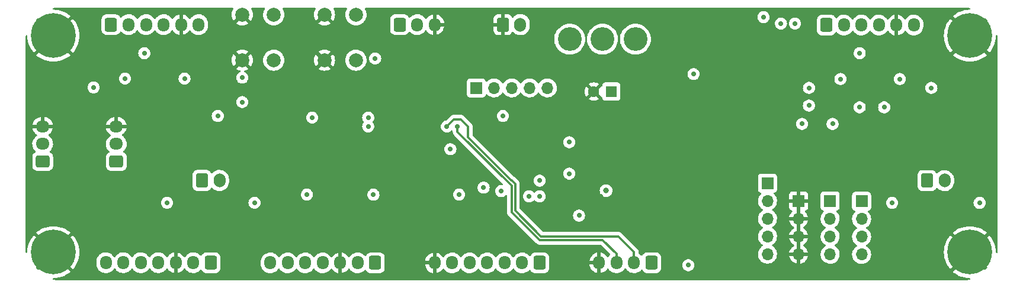
<source format=gbr>
%TF.GenerationSoftware,KiCad,Pcbnew,(6.0.4)*%
%TF.CreationDate,2022-10-27T10:26:44+02:00*%
%TF.ProjectId,projet_robot_ese,70726f6a-6574-45f7-926f-626f745f6573,rev?*%
%TF.SameCoordinates,Original*%
%TF.FileFunction,Copper,L2,Inr*%
%TF.FilePolarity,Positive*%
%FSLAX46Y46*%
G04 Gerber Fmt 4.6, Leading zero omitted, Abs format (unit mm)*
G04 Created by KiCad (PCBNEW (6.0.4)) date 2022-10-27 10:26:44*
%MOMM*%
%LPD*%
G01*
G04 APERTURE LIST*
G04 Aperture macros list*
%AMRoundRect*
0 Rectangle with rounded corners*
0 $1 Rounding radius*
0 $2 $3 $4 $5 $6 $7 $8 $9 X,Y pos of 4 corners*
0 Add a 4 corners polygon primitive as box body*
4,1,4,$2,$3,$4,$5,$6,$7,$8,$9,$2,$3,0*
0 Add four circle primitives for the rounded corners*
1,1,$1+$1,$2,$3*
1,1,$1+$1,$4,$5*
1,1,$1+$1,$6,$7*
1,1,$1+$1,$8,$9*
0 Add four rect primitives between the rounded corners*
20,1,$1+$1,$2,$3,$4,$5,0*
20,1,$1+$1,$4,$5,$6,$7,0*
20,1,$1+$1,$6,$7,$8,$9,0*
20,1,$1+$1,$8,$9,$2,$3,0*%
G04 Aperture macros list end*
%TA.AperFunction,ComponentPad*%
%ADD10C,2.000000*%
%TD*%
%TA.AperFunction,ComponentPad*%
%ADD11RoundRect,0.250000X-0.600000X-0.725000X0.600000X-0.725000X0.600000X0.725000X-0.600000X0.725000X0*%
%TD*%
%TA.AperFunction,ComponentPad*%
%ADD12O,1.700000X1.950000*%
%TD*%
%TA.AperFunction,ComponentPad*%
%ADD13R,1.700000X1.700000*%
%TD*%
%TA.AperFunction,ComponentPad*%
%ADD14O,1.700000X1.700000*%
%TD*%
%TA.AperFunction,ComponentPad*%
%ADD15R,1.600000X1.600000*%
%TD*%
%TA.AperFunction,ComponentPad*%
%ADD16C,1.600000*%
%TD*%
%TA.AperFunction,ComponentPad*%
%ADD17C,0.800000*%
%TD*%
%TA.AperFunction,ComponentPad*%
%ADD18C,6.400000*%
%TD*%
%TA.AperFunction,ComponentPad*%
%ADD19RoundRect,0.250000X0.600000X0.725000X-0.600000X0.725000X-0.600000X-0.725000X0.600000X-0.725000X0*%
%TD*%
%TA.AperFunction,ComponentPad*%
%ADD20RoundRect,0.250000X0.725000X-0.600000X0.725000X0.600000X-0.725000X0.600000X-0.725000X-0.600000X0*%
%TD*%
%TA.AperFunction,ComponentPad*%
%ADD21O,1.950000X1.700000*%
%TD*%
%TA.AperFunction,ComponentPad*%
%ADD22RoundRect,0.250000X-0.600000X-0.750000X0.600000X-0.750000X0.600000X0.750000X-0.600000X0.750000X0*%
%TD*%
%TA.AperFunction,ComponentPad*%
%ADD23O,1.700000X2.000000*%
%TD*%
%TA.AperFunction,ComponentPad*%
%ADD24C,3.400000*%
%TD*%
%TA.AperFunction,ViaPad*%
%ADD25C,0.700000*%
%TD*%
%TA.AperFunction,ViaPad*%
%ADD26C,0.800000*%
%TD*%
%TA.AperFunction,Conductor*%
%ADD27C,0.300000*%
%TD*%
G04 APERTURE END LIST*
D10*
%TO.N,GND*%
%TO.C,SW402*%
X131500000Y-88000000D03*
X131500000Y-81500000D03*
%TO.N,Net-(C404-Pad1)*%
X136000000Y-81500000D03*
X136000000Y-88000000D03*
%TD*%
D11*
%TO.N,OUT1_2*%
%TO.C,J302*%
X215000000Y-82975000D03*
D12*
%TO.N,+5V*%
X217500000Y-82975000D03*
%TO.N,/Driver moteur/ENCODER_2_B*%
X220000000Y-82975000D03*
%TO.N,/Driver moteur/ENCODER_2_A*%
X222500000Y-82975000D03*
%TO.N,GND*%
X225000000Y-82975000D03*
%TO.N,OUT2_2*%
X227500000Y-82975000D03*
%TD*%
D13*
%TO.N,+5V*%
%TO.C,J204*%
X220025000Y-108200000D03*
D14*
X220025000Y-110740000D03*
X220025000Y-113280000D03*
X220025000Y-115820000D03*
%TD*%
D13*
%TO.N,PC15*%
%TO.C,J408*%
X206575000Y-105610000D03*
D14*
%TO.N,PC14*%
X206575000Y-108150000D03*
%TO.N,PC12*%
X206575000Y-110690000D03*
%TO.N,PC11*%
X206575000Y-113230000D03*
%TO.N,PC10*%
X206575000Y-115770000D03*
%TD*%
D11*
%TO.N,OUT1_1*%
%TO.C,J301*%
X112750000Y-82914000D03*
D12*
%TO.N,+5V*%
X115250000Y-82914000D03*
%TO.N,/Driver moteur/ENCODER_1_B*%
X117750000Y-82914000D03*
%TO.N,/Driver moteur/ENCODER_1_A*%
X120250000Y-82914000D03*
%TO.N,GND*%
X122750000Y-82914000D03*
%TO.N,OUT2_1*%
X125250000Y-82914000D03*
%TD*%
D15*
%TO.N,Net-(C205-Pad1)*%
%TO.C,C205*%
X184250000Y-92500000D03*
D16*
%TO.N,GND*%
X181750000Y-92500000D03*
%TD*%
D11*
%TO.N,XL_320_DATA*%
%TO.C,J405*%
X154000000Y-82914000D03*
D12*
%TO.N,/Driver moteur/V_BAT*%
X156500000Y-82914000D03*
%TO.N,GND*%
X159000000Y-82914000D03*
%TD*%
D17*
%TO.N,GND*%
%TO.C,H102*%
X233802944Y-86197056D03*
X237197056Y-82802944D03*
X233802944Y-82802944D03*
D18*
X235500000Y-84500000D03*
D17*
X237197056Y-86197056D03*
X237900000Y-84500000D03*
X235500000Y-86900000D03*
X235500000Y-82100000D03*
X233100000Y-84500000D03*
%TD*%
D19*
%TO.N,unconnected-(J406-Pad1)*%
%TO.C,J406*%
X127000000Y-117000000D03*
D12*
%TO.N,UP_VBAT*%
X124500000Y-117000000D03*
%TO.N,GND*%
X122000000Y-117000000D03*
%TO.N,I2C1_SDA*%
X119500000Y-117000000D03*
%TO.N,I2C1_SDL*%
X117000000Y-117000000D03*
%TO.N,TOF_SHUT_2*%
X114500000Y-117000000D03*
%TO.N,TOF_IRQ_2*%
X112000000Y-117000000D03*
%TD*%
D20*
%TO.N,PROX_1*%
%TO.C,J407*%
X113500000Y-102500000D03*
D21*
%TO.N,+5V*%
X113500000Y-100000000D03*
%TO.N,GND*%
X113500000Y-97500000D03*
%TD*%
D19*
%TO.N,UP_VBAT*%
%TO.C,J410*%
X190000000Y-117000000D03*
D12*
%TO.N,I2C2_SDL*%
X187500000Y-117000000D03*
%TO.N,I2C2_SDA*%
X185000000Y-117000000D03*
%TO.N,GND*%
X182500000Y-117000000D03*
%TD*%
D22*
%TO.N,I2C2_SDL*%
%TO.C,J402*%
X229387500Y-105250000D03*
D23*
%TO.N,I2C2_SDA*%
X231887500Y-105250000D03*
%TD*%
D22*
%TO.N,I2C1_SDL*%
%TO.C,J403*%
X125750000Y-105225000D03*
D23*
%TO.N,I2C1_SDA*%
X128250000Y-105225000D03*
%TD*%
D22*
%TO.N,GND*%
%TO.C,J201*%
X168750000Y-82914000D03*
D23*
%TO.N,/Power/BAT_IN*%
X171250000Y-82914000D03*
%TD*%
D13*
%TO.N,PA5*%
%TO.C,J409*%
X164950000Y-91975000D03*
D14*
%TO.N,PA4*%
X167490000Y-91975000D03*
%TO.N,PA3*%
X170030000Y-91975000D03*
%TO.N,PA1*%
X172570000Y-91975000D03*
%TO.N,PA0*%
X175110000Y-91975000D03*
%TD*%
D20*
%TO.N,PROX_2*%
%TO.C,J411*%
X102975000Y-102500000D03*
D21*
%TO.N,+5V*%
X102975000Y-100000000D03*
%TO.N,GND*%
X102975000Y-97500000D03*
%TD*%
D17*
%TO.N,GND*%
%TO.C,H104*%
X104500000Y-117900000D03*
X104500000Y-113100000D03*
X102802944Y-117197056D03*
X102802944Y-113802944D03*
X106900000Y-115500000D03*
X102100000Y-115500000D03*
D18*
X104500000Y-115500000D03*
D17*
X106197056Y-117197056D03*
X106197056Y-113802944D03*
%TD*%
%TO.N,GND*%
%TO.C,H103*%
X233802944Y-113802944D03*
X237900000Y-115500000D03*
X237197056Y-113802944D03*
X233802944Y-117197056D03*
X237197056Y-117197056D03*
X235500000Y-113100000D03*
D18*
X235500000Y-115500000D03*
D17*
X233100000Y-115500000D03*
X235500000Y-117900000D03*
%TD*%
D24*
%TO.N,Net-(C205-Pad1)*%
%TO.C,SW201*%
X187700000Y-85000000D03*
%TO.N,/Power/BAT_IN*%
X183000000Y-85000000D03*
%TO.N,unconnected-(SW201-Pad3)*%
X178300000Y-85000000D03*
%TD*%
D10*
%TO.N,GND*%
%TO.C,SW401*%
X143250000Y-88000000D03*
X143250000Y-81500000D03*
%TO.N,NRST*%
X147750000Y-88000000D03*
X147750000Y-81500000D03*
%TD*%
D17*
%TO.N,GND*%
%TO.C,H101*%
X106197056Y-86197056D03*
X102802944Y-86197056D03*
X104500000Y-86900000D03*
X106197056Y-82802944D03*
X102802944Y-82802944D03*
D18*
X104500000Y-84500000D03*
D17*
X102100000Y-84500000D03*
X106900000Y-84500000D03*
X104500000Y-82100000D03*
%TD*%
D19*
%TO.N,UP_VBAT*%
%TO.C,J412*%
X174000000Y-117025000D03*
D12*
%TO.N,PA0*%
X171500000Y-117025000D03*
%TO.N,PA1*%
X169000000Y-117025000D03*
%TO.N,PA3*%
X166500000Y-117025000D03*
%TO.N,PA4*%
X164000000Y-117025000D03*
%TO.N,PA5*%
X161500000Y-117025000D03*
%TO.N,GND*%
X159000000Y-117025000D03*
%TD*%
D19*
%TO.N,unconnected-(J404-Pad1)*%
%TO.C,J404*%
X150500000Y-117025000D03*
D12*
%TO.N,UP_VBAT*%
X148000000Y-117025000D03*
%TO.N,GND*%
X145500000Y-117025000D03*
%TO.N,I2C1_SDA*%
X143000000Y-117025000D03*
%TO.N,I2C1_SDL*%
X140500000Y-117025000D03*
%TO.N,TOF_SHUT_1*%
X138000000Y-117025000D03*
%TO.N,TOF_IRQ_1*%
X135500000Y-117025000D03*
%TD*%
D13*
%TO.N,GND*%
%TO.C,J202*%
X211025000Y-108160000D03*
D14*
X211025000Y-110700000D03*
X211025000Y-113240000D03*
X211025000Y-115780000D03*
%TD*%
D13*
%TO.N,UP_VBAT*%
%TO.C,J203*%
X215525000Y-108160000D03*
D14*
X215525000Y-110700000D03*
X215525000Y-113240000D03*
X215525000Y-115780000D03*
%TD*%
D25*
%TO.N,/Driver moteur/V_BAT*%
X196000000Y-90000000D03*
X117500000Y-87000000D03*
X219750000Y-87000000D03*
%TO.N,GND*%
X230000000Y-89426000D03*
X141500000Y-98750000D03*
X222250000Y-102250000D03*
X201250000Y-90000000D03*
X121500000Y-87000000D03*
X108750000Y-105000000D03*
X141500000Y-97480000D03*
X216500000Y-102250000D03*
X182750000Y-107500000D03*
X202000000Y-85000000D03*
X196250000Y-85000000D03*
X182750000Y-104250000D03*
X174000000Y-103750000D03*
X160000000Y-87750000D03*
X120500000Y-97637500D03*
X110250000Y-88095000D03*
X200750000Y-102250000D03*
X187612500Y-102637500D03*
X128250000Y-89365000D03*
X182750000Y-109000000D03*
X182750000Y-100850000D03*
X182750000Y-99750000D03*
X223726000Y-87000000D03*
X119250000Y-105000000D03*
X206000000Y-102250000D03*
X110250000Y-89750000D03*
X212750000Y-89750000D03*
X211250000Y-102250000D03*
X182750000Y-105750000D03*
X210566000Y-87000000D03*
X139750000Y-89250000D03*
X187612500Y-99137500D03*
X195250000Y-115637500D03*
X208000000Y-89000000D03*
X110000000Y-97637500D03*
X193750000Y-85000000D03*
X141500000Y-101290000D03*
X212750000Y-88156000D03*
%TO.N,+5V*%
X212500000Y-94500000D03*
X128000000Y-96000000D03*
X215875000Y-97125000D03*
X206000000Y-81837500D03*
%TO.N,NRST*%
X168744622Y-96000000D03*
X178250000Y-99750000D03*
%TO.N,UP_VBAT*%
X133250000Y-108412500D03*
X208500000Y-82750000D03*
X141500000Y-96210000D03*
X150500000Y-87750000D03*
D26*
X183500000Y-106675480D03*
D25*
X178250000Y-104250000D03*
X210500000Y-82750000D03*
X211500000Y-97125000D03*
X140750000Y-107250000D03*
X120750000Y-108412500D03*
X179637500Y-110250000D03*
X236887500Y-108437500D03*
X224387500Y-108437500D03*
X195250000Y-117362500D03*
X174000000Y-105250000D03*
X131500000Y-90500000D03*
X150250000Y-107250000D03*
%TO.N,SWDIO*%
X149500000Y-96210000D03*
X166000000Y-106250000D03*
%TO.N,SWCLK*%
X149500000Y-97480000D03*
X162500000Y-107250000D03*
%TO.N,I2C2_SDL*%
X160750000Y-97500000D03*
%TO.N,I2C2_SDA*%
X162250000Y-97500000D03*
%TO.N,/Stm32/FROM_USR_BTN*%
X168500000Y-106750000D03*
X131500000Y-94000000D03*
%TO.N,/Driver moteur/DRIVER_MOTOR_1_FWD*%
X110250000Y-91905000D03*
X161250000Y-100750000D03*
%TO.N,/Driver moteur/DRIVER_MOTOR_2_FWD*%
X172500000Y-107500000D03*
X212500000Y-91966000D03*
%TO.N,/Driver moteur/DRIVER_MOTOR_2_REV*%
X230000000Y-91966000D03*
X174000000Y-107500000D03*
%TO.N,/Driver moteur/ENCODER_2_B*%
X223250000Y-94750000D03*
X219750000Y-94750000D03*
%TO.N,Net-(JP309-Pad2)*%
X114750000Y-90635000D03*
X123250000Y-90635000D03*
%TO.N,Net-(JP310-Pad2)*%
X217000000Y-90696000D03*
X225500000Y-90696000D03*
%TD*%
D27*
%TO.N,I2C2_SDL*%
X170000000Y-105250000D02*
X170500000Y-105750000D01*
X162750000Y-96500000D02*
X163750000Y-97500000D01*
X163750000Y-99043572D02*
X169956428Y-105250000D01*
X161750000Y-96500000D02*
X162750000Y-96500000D01*
X170500000Y-109543572D02*
X174206428Y-113250000D01*
X169956428Y-105250000D02*
X170000000Y-105250000D01*
X163750000Y-97500000D02*
X163750000Y-99043572D01*
X187500000Y-115500000D02*
X187500000Y-117000000D01*
X185250000Y-113250000D02*
X187500000Y-115500000D01*
X174206428Y-113250000D02*
X185250000Y-113250000D01*
X160750000Y-97500000D02*
X161750000Y-96500000D01*
X170500000Y-105750000D02*
X170500000Y-109543572D01*
%TO.N,I2C2_SDA*%
X185000000Y-115750000D02*
X185000000Y-117000000D01*
X170000000Y-109750000D02*
X174000000Y-113750000D01*
X174000000Y-113750000D02*
X183000000Y-113750000D01*
X162250000Y-97500000D02*
X162250000Y-98250000D01*
X162250000Y-98250000D02*
X170000000Y-106000000D01*
X170000000Y-106000000D02*
X170000000Y-109750000D01*
X183000000Y-113750000D02*
X185000000Y-115750000D01*
%TD*%
%TA.AperFunction,Conductor*%
%TO.N,GND*%
G36*
X130182100Y-80528502D02*
G01*
X130228593Y-80582158D01*
X130238697Y-80652432D01*
X130221411Y-80700335D01*
X130154795Y-80809042D01*
X130150313Y-80817837D01*
X130063266Y-81027988D01*
X130060217Y-81037373D01*
X130007115Y-81258554D01*
X130005572Y-81268301D01*
X129987725Y-81495070D01*
X129987725Y-81504930D01*
X130005572Y-81731699D01*
X130007115Y-81741446D01*
X130060217Y-81962627D01*
X130063266Y-81972012D01*
X130150313Y-82182163D01*
X130154795Y-82190958D01*
X130257432Y-82358445D01*
X130267890Y-82367907D01*
X130276666Y-82364124D01*
X131410905Y-81229885D01*
X131473217Y-81195859D01*
X131544032Y-81200924D01*
X131589095Y-81229885D01*
X132720290Y-82361080D01*
X132732670Y-82367840D01*
X132740320Y-82362113D01*
X132845205Y-82190958D01*
X132849687Y-82182163D01*
X132936734Y-81972012D01*
X132939783Y-81962627D01*
X132992885Y-81741446D01*
X132994428Y-81731699D01*
X133012275Y-81504930D01*
X133012275Y-81495070D01*
X132994428Y-81268301D01*
X132992885Y-81258554D01*
X132939783Y-81037373D01*
X132936734Y-81027988D01*
X132849687Y-80817837D01*
X132845205Y-80809042D01*
X132778589Y-80700335D01*
X132760050Y-80631802D01*
X132781506Y-80564125D01*
X132836145Y-80518792D01*
X132886021Y-80508500D01*
X134613391Y-80508500D01*
X134681512Y-80528502D01*
X134728005Y-80582158D01*
X134738109Y-80652432D01*
X134720824Y-80700335D01*
X134686255Y-80756747D01*
X134651760Y-80813037D01*
X134649867Y-80817607D01*
X134649865Y-80817611D01*
X134587660Y-80967788D01*
X134560895Y-81032406D01*
X134559740Y-81037218D01*
X134513485Y-81229885D01*
X134505465Y-81263289D01*
X134486835Y-81500000D01*
X134505465Y-81736711D01*
X134506619Y-81741518D01*
X134506620Y-81741524D01*
X134531238Y-81844065D01*
X134560895Y-81967594D01*
X134562788Y-81972165D01*
X134562789Y-81972167D01*
X134649838Y-82182322D01*
X134651760Y-82186963D01*
X134654346Y-82191183D01*
X134773241Y-82385202D01*
X134773245Y-82385208D01*
X134775824Y-82389416D01*
X134930031Y-82569969D01*
X135110584Y-82724176D01*
X135114792Y-82726755D01*
X135114798Y-82726759D01*
X135308084Y-82845205D01*
X135313037Y-82848240D01*
X135317607Y-82850133D01*
X135317611Y-82850135D01*
X135527833Y-82937211D01*
X135532406Y-82939105D01*
X135612609Y-82958360D01*
X135758476Y-82993380D01*
X135758482Y-82993381D01*
X135763289Y-82994535D01*
X136000000Y-83013165D01*
X136236711Y-82994535D01*
X136241518Y-82993381D01*
X136241524Y-82993380D01*
X136387391Y-82958360D01*
X136467594Y-82939105D01*
X136472167Y-82937211D01*
X136682389Y-82850135D01*
X136682393Y-82850133D01*
X136686963Y-82848240D01*
X136691916Y-82845205D01*
X136875556Y-82732670D01*
X142382160Y-82732670D01*
X142387887Y-82740320D01*
X142559042Y-82845205D01*
X142567837Y-82849687D01*
X142777988Y-82936734D01*
X142787373Y-82939783D01*
X143008554Y-82992885D01*
X143018301Y-82994428D01*
X143245070Y-83012275D01*
X143254930Y-83012275D01*
X143481699Y-82994428D01*
X143491446Y-82992885D01*
X143712627Y-82939783D01*
X143722012Y-82936734D01*
X143932163Y-82849687D01*
X143940958Y-82845205D01*
X144108445Y-82742568D01*
X144117907Y-82732110D01*
X144114124Y-82723334D01*
X143262812Y-81872022D01*
X143248868Y-81864408D01*
X143247035Y-81864539D01*
X143240420Y-81868790D01*
X142388920Y-82720290D01*
X142382160Y-82732670D01*
X136875556Y-82732670D01*
X136885202Y-82726759D01*
X136885208Y-82726755D01*
X136889416Y-82724176D01*
X137069969Y-82569969D01*
X137224176Y-82389416D01*
X137226755Y-82385208D01*
X137226759Y-82385202D01*
X137345654Y-82191183D01*
X137348240Y-82186963D01*
X137350163Y-82182322D01*
X137437211Y-81972167D01*
X137437212Y-81972165D01*
X137439105Y-81967594D01*
X137468762Y-81844065D01*
X137493380Y-81741524D01*
X137493381Y-81741518D01*
X137494535Y-81736711D01*
X137513165Y-81500000D01*
X137494535Y-81263289D01*
X137486516Y-81229885D01*
X137440260Y-81037218D01*
X137439105Y-81032406D01*
X137412340Y-80967788D01*
X137350135Y-80817611D01*
X137350133Y-80817607D01*
X137348240Y-80813037D01*
X137313745Y-80756747D01*
X137279176Y-80700335D01*
X137260638Y-80631801D01*
X137282094Y-80564125D01*
X137336733Y-80518792D01*
X137386609Y-80508500D01*
X141863979Y-80508500D01*
X141932100Y-80528502D01*
X141978593Y-80582158D01*
X141988697Y-80652432D01*
X141971411Y-80700335D01*
X141904795Y-80809042D01*
X141900313Y-80817837D01*
X141813266Y-81027988D01*
X141810217Y-81037373D01*
X141757115Y-81258554D01*
X141755572Y-81268301D01*
X141737725Y-81495070D01*
X141737725Y-81504930D01*
X141755572Y-81731699D01*
X141757115Y-81741446D01*
X141810217Y-81962627D01*
X141813266Y-81972012D01*
X141900313Y-82182163D01*
X141904795Y-82190958D01*
X142007432Y-82358445D01*
X142017890Y-82367907D01*
X142026666Y-82364124D01*
X143160905Y-81229885D01*
X143223217Y-81195859D01*
X143294032Y-81200924D01*
X143339095Y-81229885D01*
X144470290Y-82361080D01*
X144482670Y-82367840D01*
X144490320Y-82362113D01*
X144595205Y-82190958D01*
X144599687Y-82182163D01*
X144686734Y-81972012D01*
X144689783Y-81962627D01*
X144742885Y-81741446D01*
X144744428Y-81731699D01*
X144762275Y-81504930D01*
X144762275Y-81495070D01*
X144744428Y-81268301D01*
X144742885Y-81258554D01*
X144689783Y-81037373D01*
X144686734Y-81027988D01*
X144599687Y-80817837D01*
X144595205Y-80809042D01*
X144528589Y-80700335D01*
X144510050Y-80631802D01*
X144531506Y-80564125D01*
X144586145Y-80518792D01*
X144636021Y-80508500D01*
X146363391Y-80508500D01*
X146431512Y-80528502D01*
X146478005Y-80582158D01*
X146488109Y-80652432D01*
X146470824Y-80700335D01*
X146436255Y-80756747D01*
X146401760Y-80813037D01*
X146399867Y-80817607D01*
X146399865Y-80817611D01*
X146337660Y-80967788D01*
X146310895Y-81032406D01*
X146309740Y-81037218D01*
X146263485Y-81229885D01*
X146255465Y-81263289D01*
X146236835Y-81500000D01*
X146255465Y-81736711D01*
X146256619Y-81741518D01*
X146256620Y-81741524D01*
X146281238Y-81844065D01*
X146310895Y-81967594D01*
X146312788Y-81972165D01*
X146312789Y-81972167D01*
X146399838Y-82182322D01*
X146401760Y-82186963D01*
X146404346Y-82191183D01*
X146523241Y-82385202D01*
X146523245Y-82385208D01*
X146525824Y-82389416D01*
X146680031Y-82569969D01*
X146860584Y-82724176D01*
X146864792Y-82726755D01*
X146864798Y-82726759D01*
X147058084Y-82845205D01*
X147063037Y-82848240D01*
X147067607Y-82850133D01*
X147067611Y-82850135D01*
X147277833Y-82937211D01*
X147282406Y-82939105D01*
X147362609Y-82958360D01*
X147508476Y-82993380D01*
X147508482Y-82993381D01*
X147513289Y-82994535D01*
X147750000Y-83013165D01*
X147986711Y-82994535D01*
X147991518Y-82993381D01*
X147991524Y-82993380D01*
X148137391Y-82958360D01*
X148217594Y-82939105D01*
X148222167Y-82937211D01*
X148432389Y-82850135D01*
X148432393Y-82850133D01*
X148436963Y-82848240D01*
X148441916Y-82845205D01*
X148635202Y-82726759D01*
X148635208Y-82726755D01*
X148639416Y-82724176D01*
X148819969Y-82569969D01*
X148974176Y-82389416D01*
X148976755Y-82385208D01*
X148976759Y-82385202D01*
X149095654Y-82191183D01*
X149098240Y-82186963D01*
X149100163Y-82182322D01*
X149187211Y-81972167D01*
X149187212Y-81972165D01*
X149189105Y-81967594D01*
X149218762Y-81844065D01*
X149243380Y-81741524D01*
X149243381Y-81741518D01*
X149244535Y-81736711D01*
X149263165Y-81500000D01*
X149244535Y-81263289D01*
X149236516Y-81229885D01*
X149190260Y-81037218D01*
X149189105Y-81032406D01*
X149162340Y-80967788D01*
X149100135Y-80817611D01*
X149100133Y-80817607D01*
X149098240Y-80813037D01*
X149063745Y-80756747D01*
X149029176Y-80700335D01*
X149010638Y-80631801D01*
X149032094Y-80564125D01*
X149086733Y-80518792D01*
X149136609Y-80508500D01*
X234950633Y-80508500D01*
X234970018Y-80510000D01*
X234984851Y-80512310D01*
X234984855Y-80512310D01*
X234993724Y-80513691D01*
X235014183Y-80511016D01*
X235036007Y-80510072D01*
X235385965Y-80525352D01*
X235396913Y-80526310D01*
X235482599Y-80537591D01*
X235547525Y-80566312D01*
X235586617Y-80625577D01*
X235587462Y-80696568D01*
X235549792Y-80756747D01*
X235485567Y-80787007D01*
X235472747Y-80788339D01*
X235115166Y-80807080D01*
X235108629Y-80807766D01*
X234731266Y-80867535D01*
X234724816Y-80868906D01*
X234355784Y-80967788D01*
X234349502Y-80969829D01*
X233992836Y-81106740D01*
X233986811Y-81109422D01*
X233646397Y-81282872D01*
X233640687Y-81286169D01*
X233320265Y-81494253D01*
X233314939Y-81498123D01*
X233076165Y-81691478D01*
X233067700Y-81703733D01*
X233074034Y-81714824D01*
X238284310Y-86925100D01*
X238297386Y-86932241D01*
X238307753Y-86924784D01*
X238501877Y-86685061D01*
X238505747Y-86679735D01*
X238713831Y-86359313D01*
X238717128Y-86353603D01*
X238890578Y-86013189D01*
X238893260Y-86007164D01*
X239030171Y-85650498D01*
X239032212Y-85644216D01*
X239131094Y-85275184D01*
X239132465Y-85268734D01*
X239192234Y-84891371D01*
X239192920Y-84884834D01*
X239211661Y-84527253D01*
X239235201Y-84460273D01*
X239291216Y-84416652D01*
X239361923Y-84410240D01*
X239424871Y-84443073D01*
X239460076Y-84504726D01*
X239462408Y-84517394D01*
X239473690Y-84603086D01*
X239474648Y-84614035D01*
X239486472Y-84884834D01*
X239489603Y-84956552D01*
X239488223Y-84981429D01*
X239486309Y-84993724D01*
X239487473Y-85002626D01*
X239487473Y-85002628D01*
X239490436Y-85025283D01*
X239491500Y-85041621D01*
X239491500Y-114950633D01*
X239490000Y-114970018D01*
X239487690Y-114984851D01*
X239487690Y-114984855D01*
X239486309Y-114993724D01*
X239488984Y-115014183D01*
X239489928Y-115036007D01*
X239474659Y-115385720D01*
X239474648Y-115385964D01*
X239473690Y-115396913D01*
X239463707Y-115472747D01*
X239462410Y-115482598D01*
X239433688Y-115547525D01*
X239374423Y-115586617D01*
X239303432Y-115587462D01*
X239243253Y-115549792D01*
X239212993Y-115485567D01*
X239211661Y-115472747D01*
X239192920Y-115115166D01*
X239192234Y-115108629D01*
X239132465Y-114731266D01*
X239131094Y-114724816D01*
X239032212Y-114355784D01*
X239030171Y-114349502D01*
X238893260Y-113992836D01*
X238890578Y-113986811D01*
X238717128Y-113646397D01*
X238713831Y-113640687D01*
X238505747Y-113320265D01*
X238501877Y-113314939D01*
X238308522Y-113076165D01*
X238296267Y-113067700D01*
X238285176Y-113074034D01*
X233074900Y-118284310D01*
X233067759Y-118297386D01*
X233075216Y-118307753D01*
X233314935Y-118501874D01*
X233320272Y-118505751D01*
X233640685Y-118713830D01*
X233646394Y-118717127D01*
X233986811Y-118890578D01*
X233992836Y-118893260D01*
X234349502Y-119030171D01*
X234355784Y-119032212D01*
X234724816Y-119131094D01*
X234731266Y-119132465D01*
X235108629Y-119192234D01*
X235115166Y-119192920D01*
X235472747Y-119211661D01*
X235539727Y-119235201D01*
X235583348Y-119291216D01*
X235589760Y-119361923D01*
X235556927Y-119424871D01*
X235495274Y-119460076D01*
X235482606Y-119462408D01*
X235396914Y-119473690D01*
X235385965Y-119474648D01*
X235043446Y-119489603D01*
X235018571Y-119488223D01*
X235006276Y-119486309D01*
X234997374Y-119487473D01*
X234997372Y-119487473D01*
X234982323Y-119489441D01*
X234974714Y-119490436D01*
X234958379Y-119491500D01*
X105049367Y-119491500D01*
X105029982Y-119490000D01*
X105015149Y-119487690D01*
X105015145Y-119487690D01*
X105006276Y-119486309D01*
X104985817Y-119488984D01*
X104963993Y-119489928D01*
X104614035Y-119474648D01*
X104603086Y-119473690D01*
X104517401Y-119462409D01*
X104452475Y-119433688D01*
X104413383Y-119374423D01*
X104412538Y-119303432D01*
X104450208Y-119243253D01*
X104514433Y-119212993D01*
X104527253Y-119211661D01*
X104884834Y-119192920D01*
X104891371Y-119192234D01*
X105268734Y-119132465D01*
X105275184Y-119131094D01*
X105644216Y-119032212D01*
X105650498Y-119030171D01*
X106007164Y-118893260D01*
X106013189Y-118890578D01*
X106353606Y-118717127D01*
X106359315Y-118713830D01*
X106679728Y-118505751D01*
X106685065Y-118501874D01*
X106923835Y-118308522D01*
X106932300Y-118296267D01*
X106925966Y-118285176D01*
X104141922Y-115501132D01*
X104864408Y-115501132D01*
X104864539Y-115502965D01*
X104868790Y-115509580D01*
X107284310Y-117925100D01*
X107297386Y-117932241D01*
X107307753Y-117924784D01*
X107501877Y-117685061D01*
X107505747Y-117679735D01*
X107713831Y-117359313D01*
X107717128Y-117353603D01*
X107804111Y-117182890D01*
X110641500Y-117182890D01*
X110656080Y-117354720D01*
X110657418Y-117359875D01*
X110657419Y-117359881D01*
X110712657Y-117572703D01*
X110713999Y-117577872D01*
X110716191Y-117582738D01*
X110716192Y-117582741D01*
X110727379Y-117607575D01*
X110808688Y-117788075D01*
X110937441Y-117979319D01*
X110941120Y-117983176D01*
X110941122Y-117983178D01*
X111002710Y-118047738D01*
X111096576Y-118146135D01*
X111281542Y-118283754D01*
X111286293Y-118286170D01*
X111286297Y-118286172D01*
X111330257Y-118308522D01*
X111487051Y-118388240D01*
X111492145Y-118389822D01*
X111492148Y-118389823D01*
X111692020Y-118451885D01*
X111707227Y-118456607D01*
X111712516Y-118457308D01*
X111930489Y-118486198D01*
X111930494Y-118486198D01*
X111935774Y-118486898D01*
X111941103Y-118486698D01*
X111941105Y-118486698D01*
X112058038Y-118482308D01*
X112166158Y-118478249D01*
X112188802Y-118473498D01*
X112284289Y-118453463D01*
X112391791Y-118430907D01*
X112396750Y-118428949D01*
X112396752Y-118428948D01*
X112601256Y-118348185D01*
X112601258Y-118348184D01*
X112606221Y-118346224D01*
X112611047Y-118343296D01*
X112798757Y-118229390D01*
X112798756Y-118229390D01*
X112803317Y-118226623D01*
X112861690Y-118175970D01*
X112973412Y-118079023D01*
X112973414Y-118079021D01*
X112977445Y-118075523D01*
X113050141Y-117986864D01*
X113120240Y-117901373D01*
X113120244Y-117901367D01*
X113123624Y-117897245D01*
X113141552Y-117865750D01*
X113192632Y-117816445D01*
X113262262Y-117802583D01*
X113328333Y-117828566D01*
X113355573Y-117857716D01*
X113360983Y-117865752D01*
X113437441Y-117979319D01*
X113441120Y-117983176D01*
X113441122Y-117983178D01*
X113502710Y-118047738D01*
X113596576Y-118146135D01*
X113781542Y-118283754D01*
X113786293Y-118286170D01*
X113786297Y-118286172D01*
X113830257Y-118308522D01*
X113987051Y-118388240D01*
X113992145Y-118389822D01*
X113992148Y-118389823D01*
X114192020Y-118451885D01*
X114207227Y-118456607D01*
X114212516Y-118457308D01*
X114430489Y-118486198D01*
X114430494Y-118486198D01*
X114435774Y-118486898D01*
X114441103Y-118486698D01*
X114441105Y-118486698D01*
X114558038Y-118482308D01*
X114666158Y-118478249D01*
X114688802Y-118473498D01*
X114784289Y-118453463D01*
X114891791Y-118430907D01*
X114896750Y-118428949D01*
X114896752Y-118428948D01*
X115101256Y-118348185D01*
X115101258Y-118348184D01*
X115106221Y-118346224D01*
X115111047Y-118343296D01*
X115298757Y-118229390D01*
X115298756Y-118229390D01*
X115303317Y-118226623D01*
X115361690Y-118175970D01*
X115473412Y-118079023D01*
X115473414Y-118079021D01*
X115477445Y-118075523D01*
X115550141Y-117986864D01*
X115620240Y-117901373D01*
X115620244Y-117901367D01*
X115623624Y-117897245D01*
X115641552Y-117865750D01*
X115692632Y-117816445D01*
X115762262Y-117802583D01*
X115828333Y-117828566D01*
X115855573Y-117857716D01*
X115860983Y-117865752D01*
X115937441Y-117979319D01*
X115941120Y-117983176D01*
X115941122Y-117983178D01*
X116002710Y-118047738D01*
X116096576Y-118146135D01*
X116281542Y-118283754D01*
X116286293Y-118286170D01*
X116286297Y-118286172D01*
X116330257Y-118308522D01*
X116487051Y-118388240D01*
X116492145Y-118389822D01*
X116492148Y-118389823D01*
X116692020Y-118451885D01*
X116707227Y-118456607D01*
X116712516Y-118457308D01*
X116930489Y-118486198D01*
X116930494Y-118486198D01*
X116935774Y-118486898D01*
X116941103Y-118486698D01*
X116941105Y-118486698D01*
X117058038Y-118482308D01*
X117166158Y-118478249D01*
X117188802Y-118473498D01*
X117284289Y-118453463D01*
X117391791Y-118430907D01*
X117396750Y-118428949D01*
X117396752Y-118428948D01*
X117601256Y-118348185D01*
X117601258Y-118348184D01*
X117606221Y-118346224D01*
X117611047Y-118343296D01*
X117798757Y-118229390D01*
X117798756Y-118229390D01*
X117803317Y-118226623D01*
X117861690Y-118175970D01*
X117973412Y-118079023D01*
X117973414Y-118079021D01*
X117977445Y-118075523D01*
X118050141Y-117986864D01*
X118120240Y-117901373D01*
X118120244Y-117901367D01*
X118123624Y-117897245D01*
X118141552Y-117865750D01*
X118192632Y-117816445D01*
X118262262Y-117802583D01*
X118328333Y-117828566D01*
X118355573Y-117857716D01*
X118360983Y-117865752D01*
X118437441Y-117979319D01*
X118441120Y-117983176D01*
X118441122Y-117983178D01*
X118502710Y-118047738D01*
X118596576Y-118146135D01*
X118781542Y-118283754D01*
X118786293Y-118286170D01*
X118786297Y-118286172D01*
X118830257Y-118308522D01*
X118987051Y-118388240D01*
X118992145Y-118389822D01*
X118992148Y-118389823D01*
X119192020Y-118451885D01*
X119207227Y-118456607D01*
X119212516Y-118457308D01*
X119430489Y-118486198D01*
X119430494Y-118486198D01*
X119435774Y-118486898D01*
X119441103Y-118486698D01*
X119441105Y-118486698D01*
X119558038Y-118482308D01*
X119666158Y-118478249D01*
X119688802Y-118473498D01*
X119784289Y-118453463D01*
X119891791Y-118430907D01*
X119896750Y-118428949D01*
X119896752Y-118428948D01*
X120101256Y-118348185D01*
X120101258Y-118348184D01*
X120106221Y-118346224D01*
X120111047Y-118343296D01*
X120298757Y-118229390D01*
X120298756Y-118229390D01*
X120303317Y-118226623D01*
X120361690Y-118175970D01*
X120473412Y-118079023D01*
X120473414Y-118079021D01*
X120477445Y-118075523D01*
X120550141Y-117986864D01*
X120620240Y-117901373D01*
X120620244Y-117901367D01*
X120623624Y-117897245D01*
X120629804Y-117886389D01*
X120641829Y-117865265D01*
X120692912Y-117815959D01*
X120762542Y-117802098D01*
X120828613Y-117828082D01*
X120855851Y-117857232D01*
X120934852Y-117974578D01*
X120941519Y-117982870D01*
X121093228Y-118141900D01*
X121101186Y-118148941D01*
X121277525Y-118280141D01*
X121286562Y-118285745D01*
X121482484Y-118385357D01*
X121492335Y-118389357D01*
X121702240Y-118454534D01*
X121712624Y-118456817D01*
X121728043Y-118458861D01*
X121742207Y-118456665D01*
X121746000Y-118443478D01*
X121746000Y-118441192D01*
X122254000Y-118441192D01*
X122257973Y-118454723D01*
X122268580Y-118456248D01*
X122386421Y-118431523D01*
X122396617Y-118428463D01*
X122601029Y-118347737D01*
X122610561Y-118343006D01*
X122798462Y-118228984D01*
X122807052Y-118222720D01*
X122973052Y-118078673D01*
X122980472Y-118071042D01*
X123119826Y-117901089D01*
X123125848Y-117892326D01*
X123141238Y-117865289D01*
X123192320Y-117815982D01*
X123261951Y-117802120D01*
X123328022Y-117828103D01*
X123355261Y-117857253D01*
X123391131Y-117910532D01*
X123437441Y-117979319D01*
X123441120Y-117983176D01*
X123441122Y-117983178D01*
X123502710Y-118047738D01*
X123596576Y-118146135D01*
X123781542Y-118283754D01*
X123786293Y-118286170D01*
X123786297Y-118286172D01*
X123830257Y-118308522D01*
X123987051Y-118388240D01*
X123992145Y-118389822D01*
X123992148Y-118389823D01*
X124192020Y-118451885D01*
X124207227Y-118456607D01*
X124212516Y-118457308D01*
X124430489Y-118486198D01*
X124430494Y-118486198D01*
X124435774Y-118486898D01*
X124441103Y-118486698D01*
X124441105Y-118486698D01*
X124558038Y-118482308D01*
X124666158Y-118478249D01*
X124688802Y-118473498D01*
X124784289Y-118453463D01*
X124891791Y-118430907D01*
X124896750Y-118428949D01*
X124896752Y-118428948D01*
X125101256Y-118348185D01*
X125101258Y-118348184D01*
X125106221Y-118346224D01*
X125111047Y-118343296D01*
X125298757Y-118229390D01*
X125298756Y-118229390D01*
X125303317Y-118226623D01*
X125361690Y-118175970D01*
X125473412Y-118079023D01*
X125473414Y-118079021D01*
X125477445Y-118075523D01*
X125506670Y-118039880D01*
X125565329Y-117999886D01*
X125636299Y-117997954D01*
X125697048Y-118034698D01*
X125711248Y-118053468D01*
X125737812Y-118096394D01*
X125801522Y-118199348D01*
X125926697Y-118324305D01*
X125932927Y-118328145D01*
X125932928Y-118328146D01*
X126070976Y-118413240D01*
X126077262Y-118417115D01*
X126112938Y-118428948D01*
X126238611Y-118470632D01*
X126238613Y-118470632D01*
X126245139Y-118472797D01*
X126251975Y-118473497D01*
X126251978Y-118473498D01*
X126287663Y-118477154D01*
X126349600Y-118483500D01*
X127650400Y-118483500D01*
X127653646Y-118483163D01*
X127653650Y-118483163D01*
X127749308Y-118473238D01*
X127749312Y-118473237D01*
X127756166Y-118472526D01*
X127762702Y-118470345D01*
X127762704Y-118470345D01*
X127894806Y-118426272D01*
X127923946Y-118416550D01*
X128074348Y-118323478D01*
X128199305Y-118198303D01*
X128231462Y-118146135D01*
X128288275Y-118053968D01*
X128288276Y-118053966D01*
X128292115Y-118047738D01*
X128330404Y-117932300D01*
X128345632Y-117886389D01*
X128345632Y-117886387D01*
X128347797Y-117879861D01*
X128348819Y-117869893D01*
X128354211Y-117817256D01*
X128358500Y-117775400D01*
X128358500Y-117207890D01*
X134141500Y-117207890D01*
X134146950Y-117272115D01*
X134154397Y-117359881D01*
X134156080Y-117379720D01*
X134157418Y-117384875D01*
X134157419Y-117384881D01*
X134212657Y-117597703D01*
X134213999Y-117602872D01*
X134216191Y-117607738D01*
X134216192Y-117607741D01*
X134282360Y-117754629D01*
X134308688Y-117813075D01*
X134437441Y-118004319D01*
X134441120Y-118008176D01*
X134441122Y-118008178D01*
X134501092Y-118071042D01*
X134596576Y-118171135D01*
X134600854Y-118174318D01*
X134640053Y-118203483D01*
X134781542Y-118308754D01*
X134786293Y-118311170D01*
X134786297Y-118311172D01*
X134849481Y-118343296D01*
X134987051Y-118413240D01*
X134992145Y-118414822D01*
X134992148Y-118414823D01*
X135128972Y-118457308D01*
X135207227Y-118481607D01*
X135212516Y-118482308D01*
X135430489Y-118511198D01*
X135430494Y-118511198D01*
X135435774Y-118511898D01*
X135441103Y-118511698D01*
X135441105Y-118511698D01*
X135550966Y-118507573D01*
X135666158Y-118503249D01*
X135688802Y-118498498D01*
X135886572Y-118457002D01*
X135891791Y-118455907D01*
X135896750Y-118453949D01*
X135896752Y-118453948D01*
X136101256Y-118373185D01*
X136101258Y-118373184D01*
X136106221Y-118371224D01*
X136111525Y-118368006D01*
X136298757Y-118254390D01*
X136298756Y-118254390D01*
X136303317Y-118251623D01*
X136343134Y-118217072D01*
X136473412Y-118104023D01*
X136473414Y-118104021D01*
X136477445Y-118100523D01*
X136526422Y-118040791D01*
X136620240Y-117926373D01*
X136620244Y-117926367D01*
X136623624Y-117922245D01*
X136641552Y-117890750D01*
X136692632Y-117841445D01*
X136762262Y-117827583D01*
X136828333Y-117853566D01*
X136855573Y-117882716D01*
X136860983Y-117890752D01*
X136937441Y-118004319D01*
X136941120Y-118008176D01*
X136941122Y-118008178D01*
X137001092Y-118071042D01*
X137096576Y-118171135D01*
X137100854Y-118174318D01*
X137140053Y-118203483D01*
X137281542Y-118308754D01*
X137286293Y-118311170D01*
X137286297Y-118311172D01*
X137349481Y-118343296D01*
X137487051Y-118413240D01*
X137492145Y-118414822D01*
X137492148Y-118414823D01*
X137628972Y-118457308D01*
X137707227Y-118481607D01*
X137712516Y-118482308D01*
X137930489Y-118511198D01*
X137930494Y-118511198D01*
X137935774Y-118511898D01*
X137941103Y-118511698D01*
X137941105Y-118511698D01*
X138050966Y-118507573D01*
X138166158Y-118503249D01*
X138188802Y-118498498D01*
X138386572Y-118457002D01*
X138391791Y-118455907D01*
X138396750Y-118453949D01*
X138396752Y-118453948D01*
X138601256Y-118373185D01*
X138601258Y-118373184D01*
X138606221Y-118371224D01*
X138611525Y-118368006D01*
X138798757Y-118254390D01*
X138798756Y-118254390D01*
X138803317Y-118251623D01*
X138843134Y-118217072D01*
X138973412Y-118104023D01*
X138973414Y-118104021D01*
X138977445Y-118100523D01*
X139026422Y-118040791D01*
X139120240Y-117926373D01*
X139120244Y-117926367D01*
X139123624Y-117922245D01*
X139141552Y-117890750D01*
X139192632Y-117841445D01*
X139262262Y-117827583D01*
X139328333Y-117853566D01*
X139355573Y-117882716D01*
X139360983Y-117890752D01*
X139437441Y-118004319D01*
X139441120Y-118008176D01*
X139441122Y-118008178D01*
X139501092Y-118071042D01*
X139596576Y-118171135D01*
X139600854Y-118174318D01*
X139640053Y-118203483D01*
X139781542Y-118308754D01*
X139786293Y-118311170D01*
X139786297Y-118311172D01*
X139849481Y-118343296D01*
X139987051Y-118413240D01*
X139992145Y-118414822D01*
X139992148Y-118414823D01*
X140128972Y-118457308D01*
X140207227Y-118481607D01*
X140212516Y-118482308D01*
X140430489Y-118511198D01*
X140430494Y-118511198D01*
X140435774Y-118511898D01*
X140441103Y-118511698D01*
X140441105Y-118511698D01*
X140550966Y-118507573D01*
X140666158Y-118503249D01*
X140688802Y-118498498D01*
X140886572Y-118457002D01*
X140891791Y-118455907D01*
X140896750Y-118453949D01*
X140896752Y-118453948D01*
X141101256Y-118373185D01*
X141101258Y-118373184D01*
X141106221Y-118371224D01*
X141111525Y-118368006D01*
X141298757Y-118254390D01*
X141298756Y-118254390D01*
X141303317Y-118251623D01*
X141343134Y-118217072D01*
X141473412Y-118104023D01*
X141473414Y-118104021D01*
X141477445Y-118100523D01*
X141526422Y-118040791D01*
X141620240Y-117926373D01*
X141620244Y-117926367D01*
X141623624Y-117922245D01*
X141641552Y-117890750D01*
X141692632Y-117841445D01*
X141762262Y-117827583D01*
X141828333Y-117853566D01*
X141855573Y-117882716D01*
X141860983Y-117890752D01*
X141937441Y-118004319D01*
X141941120Y-118008176D01*
X141941122Y-118008178D01*
X142001092Y-118071042D01*
X142096576Y-118171135D01*
X142100854Y-118174318D01*
X142140053Y-118203483D01*
X142281542Y-118308754D01*
X142286293Y-118311170D01*
X142286297Y-118311172D01*
X142349481Y-118343296D01*
X142487051Y-118413240D01*
X142492145Y-118414822D01*
X142492148Y-118414823D01*
X142628972Y-118457308D01*
X142707227Y-118481607D01*
X142712516Y-118482308D01*
X142930489Y-118511198D01*
X142930494Y-118511198D01*
X142935774Y-118511898D01*
X142941103Y-118511698D01*
X142941105Y-118511698D01*
X143050966Y-118507573D01*
X143166158Y-118503249D01*
X143188802Y-118498498D01*
X143386572Y-118457002D01*
X143391791Y-118455907D01*
X143396750Y-118453949D01*
X143396752Y-118453948D01*
X143601256Y-118373185D01*
X143601258Y-118373184D01*
X143606221Y-118371224D01*
X143611525Y-118368006D01*
X143798757Y-118254390D01*
X143798756Y-118254390D01*
X143803317Y-118251623D01*
X143843134Y-118217072D01*
X143973412Y-118104023D01*
X143973414Y-118104021D01*
X143977445Y-118100523D01*
X144026422Y-118040791D01*
X144120240Y-117926373D01*
X144120244Y-117926367D01*
X144123624Y-117922245D01*
X144133520Y-117904861D01*
X144141829Y-117890265D01*
X144192912Y-117840959D01*
X144262542Y-117827098D01*
X144328613Y-117853082D01*
X144355851Y-117882232D01*
X144434852Y-117999578D01*
X144441519Y-118007870D01*
X144593228Y-118166900D01*
X144601186Y-118173941D01*
X144777525Y-118305141D01*
X144786562Y-118310745D01*
X144982484Y-118410357D01*
X144992335Y-118414357D01*
X145202240Y-118479534D01*
X145212624Y-118481817D01*
X145228043Y-118483861D01*
X145242207Y-118481665D01*
X145246000Y-118468478D01*
X145246000Y-118466192D01*
X145754000Y-118466192D01*
X145757973Y-118479723D01*
X145768580Y-118481248D01*
X145886421Y-118456523D01*
X145896617Y-118453463D01*
X146101029Y-118372737D01*
X146110561Y-118368006D01*
X146298462Y-118253984D01*
X146307052Y-118247720D01*
X146473052Y-118103673D01*
X146480472Y-118096042D01*
X146619826Y-117926089D01*
X146625848Y-117917326D01*
X146641238Y-117890289D01*
X146692320Y-117840982D01*
X146761951Y-117827120D01*
X146828022Y-117853103D01*
X146855261Y-117882253D01*
X146883256Y-117923835D01*
X146937441Y-118004319D01*
X146941120Y-118008176D01*
X146941122Y-118008178D01*
X147001092Y-118071042D01*
X147096576Y-118171135D01*
X147100854Y-118174318D01*
X147140053Y-118203483D01*
X147281542Y-118308754D01*
X147286293Y-118311170D01*
X147286297Y-118311172D01*
X147349481Y-118343296D01*
X147487051Y-118413240D01*
X147492145Y-118414822D01*
X147492148Y-118414823D01*
X147628972Y-118457308D01*
X147707227Y-118481607D01*
X147712516Y-118482308D01*
X147930489Y-118511198D01*
X147930494Y-118511198D01*
X147935774Y-118511898D01*
X147941103Y-118511698D01*
X147941105Y-118511698D01*
X148050966Y-118507573D01*
X148166158Y-118503249D01*
X148188802Y-118498498D01*
X148386572Y-118457002D01*
X148391791Y-118455907D01*
X148396750Y-118453949D01*
X148396752Y-118453948D01*
X148601256Y-118373185D01*
X148601258Y-118373184D01*
X148606221Y-118371224D01*
X148611525Y-118368006D01*
X148798757Y-118254390D01*
X148798756Y-118254390D01*
X148803317Y-118251623D01*
X148843134Y-118217072D01*
X148973412Y-118104023D01*
X148973414Y-118104021D01*
X148977445Y-118100523D01*
X149006670Y-118064880D01*
X149065329Y-118024886D01*
X149136299Y-118022954D01*
X149197048Y-118059698D01*
X149211248Y-118078468D01*
X149255092Y-118149318D01*
X149301522Y-118224348D01*
X149426697Y-118349305D01*
X149432927Y-118353145D01*
X149432928Y-118353146D01*
X149570090Y-118437694D01*
X149577262Y-118442115D01*
X149622145Y-118457002D01*
X149738611Y-118495632D01*
X149738613Y-118495632D01*
X149745139Y-118497797D01*
X149751975Y-118498497D01*
X149751978Y-118498498D01*
X149784930Y-118501874D01*
X149849600Y-118508500D01*
X151150400Y-118508500D01*
X151153646Y-118508163D01*
X151153650Y-118508163D01*
X151249308Y-118498238D01*
X151249312Y-118498237D01*
X151256166Y-118497526D01*
X151262702Y-118495345D01*
X151262704Y-118495345D01*
X151394806Y-118451272D01*
X151423946Y-118441550D01*
X151574348Y-118348478D01*
X151699305Y-118223303D01*
X151703146Y-118217072D01*
X151788275Y-118078968D01*
X151788276Y-118078966D01*
X151792115Y-118072738D01*
X151842031Y-117922245D01*
X151845632Y-117911389D01*
X151845632Y-117911387D01*
X151847797Y-117904861D01*
X151848578Y-117897245D01*
X151853224Y-117851898D01*
X151858500Y-117800400D01*
X151858500Y-117295193D01*
X157649410Y-117295193D01*
X157656124Y-117374325D01*
X157657914Y-117384797D01*
X157713130Y-117597535D01*
X157716665Y-117607575D01*
X157806937Y-117807970D01*
X157812106Y-117817256D01*
X157934850Y-117999575D01*
X157941519Y-118007870D01*
X158093228Y-118166900D01*
X158101186Y-118173941D01*
X158277525Y-118305141D01*
X158286562Y-118310745D01*
X158482484Y-118410357D01*
X158492335Y-118414357D01*
X158702240Y-118479534D01*
X158712624Y-118481817D01*
X158728043Y-118483861D01*
X158742207Y-118481665D01*
X158746000Y-118468478D01*
X158746000Y-118466192D01*
X159254000Y-118466192D01*
X159257973Y-118479723D01*
X159268580Y-118481248D01*
X159386421Y-118456523D01*
X159396617Y-118453463D01*
X159601029Y-118372737D01*
X159610561Y-118368006D01*
X159798462Y-118253984D01*
X159807052Y-118247720D01*
X159973052Y-118103673D01*
X159980472Y-118096042D01*
X160119826Y-117926089D01*
X160125848Y-117917326D01*
X160141238Y-117890289D01*
X160192320Y-117840982D01*
X160261951Y-117827120D01*
X160328022Y-117853103D01*
X160355261Y-117882253D01*
X160383256Y-117923835D01*
X160437441Y-118004319D01*
X160441120Y-118008176D01*
X160441122Y-118008178D01*
X160501092Y-118071042D01*
X160596576Y-118171135D01*
X160600854Y-118174318D01*
X160640053Y-118203483D01*
X160781542Y-118308754D01*
X160786293Y-118311170D01*
X160786297Y-118311172D01*
X160849481Y-118343296D01*
X160987051Y-118413240D01*
X160992145Y-118414822D01*
X160992148Y-118414823D01*
X161128972Y-118457308D01*
X161207227Y-118481607D01*
X161212516Y-118482308D01*
X161430489Y-118511198D01*
X161430494Y-118511198D01*
X161435774Y-118511898D01*
X161441103Y-118511698D01*
X161441105Y-118511698D01*
X161550966Y-118507573D01*
X161666158Y-118503249D01*
X161688802Y-118498498D01*
X161886572Y-118457002D01*
X161891791Y-118455907D01*
X161896750Y-118453949D01*
X161896752Y-118453948D01*
X162101256Y-118373185D01*
X162101258Y-118373184D01*
X162106221Y-118371224D01*
X162111525Y-118368006D01*
X162298757Y-118254390D01*
X162298756Y-118254390D01*
X162303317Y-118251623D01*
X162343134Y-118217072D01*
X162473412Y-118104023D01*
X162473414Y-118104021D01*
X162477445Y-118100523D01*
X162526422Y-118040791D01*
X162620240Y-117926373D01*
X162620244Y-117926367D01*
X162623624Y-117922245D01*
X162641552Y-117890750D01*
X162692632Y-117841445D01*
X162762262Y-117827583D01*
X162828333Y-117853566D01*
X162855573Y-117882716D01*
X162860983Y-117890752D01*
X162937441Y-118004319D01*
X162941120Y-118008176D01*
X162941122Y-118008178D01*
X163001092Y-118071042D01*
X163096576Y-118171135D01*
X163100854Y-118174318D01*
X163140053Y-118203483D01*
X163281542Y-118308754D01*
X163286293Y-118311170D01*
X163286297Y-118311172D01*
X163349481Y-118343296D01*
X163487051Y-118413240D01*
X163492145Y-118414822D01*
X163492148Y-118414823D01*
X163628972Y-118457308D01*
X163707227Y-118481607D01*
X163712516Y-118482308D01*
X163930489Y-118511198D01*
X163930494Y-118511198D01*
X163935774Y-118511898D01*
X163941103Y-118511698D01*
X163941105Y-118511698D01*
X164050966Y-118507573D01*
X164166158Y-118503249D01*
X164188802Y-118498498D01*
X164386572Y-118457002D01*
X164391791Y-118455907D01*
X164396750Y-118453949D01*
X164396752Y-118453948D01*
X164601256Y-118373185D01*
X164601258Y-118373184D01*
X164606221Y-118371224D01*
X164611525Y-118368006D01*
X164798757Y-118254390D01*
X164798756Y-118254390D01*
X164803317Y-118251623D01*
X164843134Y-118217072D01*
X164973412Y-118104023D01*
X164973414Y-118104021D01*
X164977445Y-118100523D01*
X165026422Y-118040791D01*
X165120240Y-117926373D01*
X165120244Y-117926367D01*
X165123624Y-117922245D01*
X165141552Y-117890750D01*
X165192632Y-117841445D01*
X165262262Y-117827583D01*
X165328333Y-117853566D01*
X165355573Y-117882716D01*
X165360983Y-117890752D01*
X165437441Y-118004319D01*
X165441120Y-118008176D01*
X165441122Y-118008178D01*
X165501092Y-118071042D01*
X165596576Y-118171135D01*
X165600854Y-118174318D01*
X165640053Y-118203483D01*
X165781542Y-118308754D01*
X165786293Y-118311170D01*
X165786297Y-118311172D01*
X165849481Y-118343296D01*
X165987051Y-118413240D01*
X165992145Y-118414822D01*
X165992148Y-118414823D01*
X166128972Y-118457308D01*
X166207227Y-118481607D01*
X166212516Y-118482308D01*
X166430489Y-118511198D01*
X166430494Y-118511198D01*
X166435774Y-118511898D01*
X166441103Y-118511698D01*
X166441105Y-118511698D01*
X166550966Y-118507573D01*
X166666158Y-118503249D01*
X166688802Y-118498498D01*
X166886572Y-118457002D01*
X166891791Y-118455907D01*
X166896750Y-118453949D01*
X166896752Y-118453948D01*
X167101256Y-118373185D01*
X167101258Y-118373184D01*
X167106221Y-118371224D01*
X167111525Y-118368006D01*
X167298757Y-118254390D01*
X167298756Y-118254390D01*
X167303317Y-118251623D01*
X167343134Y-118217072D01*
X167473412Y-118104023D01*
X167473414Y-118104021D01*
X167477445Y-118100523D01*
X167526422Y-118040791D01*
X167620240Y-117926373D01*
X167620244Y-117926367D01*
X167623624Y-117922245D01*
X167641552Y-117890750D01*
X167692632Y-117841445D01*
X167762262Y-117827583D01*
X167828333Y-117853566D01*
X167855573Y-117882716D01*
X167860983Y-117890752D01*
X167937441Y-118004319D01*
X167941120Y-118008176D01*
X167941122Y-118008178D01*
X168001092Y-118071042D01*
X168096576Y-118171135D01*
X168100854Y-118174318D01*
X168140053Y-118203483D01*
X168281542Y-118308754D01*
X168286293Y-118311170D01*
X168286297Y-118311172D01*
X168349481Y-118343296D01*
X168487051Y-118413240D01*
X168492145Y-118414822D01*
X168492148Y-118414823D01*
X168628972Y-118457308D01*
X168707227Y-118481607D01*
X168712516Y-118482308D01*
X168930489Y-118511198D01*
X168930494Y-118511198D01*
X168935774Y-118511898D01*
X168941103Y-118511698D01*
X168941105Y-118511698D01*
X169050966Y-118507573D01*
X169166158Y-118503249D01*
X169188802Y-118498498D01*
X169386572Y-118457002D01*
X169391791Y-118455907D01*
X169396750Y-118453949D01*
X169396752Y-118453948D01*
X169601256Y-118373185D01*
X169601258Y-118373184D01*
X169606221Y-118371224D01*
X169611525Y-118368006D01*
X169798757Y-118254390D01*
X169798756Y-118254390D01*
X169803317Y-118251623D01*
X169843134Y-118217072D01*
X169973412Y-118104023D01*
X169973414Y-118104021D01*
X169977445Y-118100523D01*
X170026422Y-118040791D01*
X170120240Y-117926373D01*
X170120244Y-117926367D01*
X170123624Y-117922245D01*
X170141552Y-117890750D01*
X170192632Y-117841445D01*
X170262262Y-117827583D01*
X170328333Y-117853566D01*
X170355573Y-117882716D01*
X170360983Y-117890752D01*
X170437441Y-118004319D01*
X170441120Y-118008176D01*
X170441122Y-118008178D01*
X170501092Y-118071042D01*
X170596576Y-118171135D01*
X170600854Y-118174318D01*
X170640053Y-118203483D01*
X170781542Y-118308754D01*
X170786293Y-118311170D01*
X170786297Y-118311172D01*
X170849481Y-118343296D01*
X170987051Y-118413240D01*
X170992145Y-118414822D01*
X170992148Y-118414823D01*
X171128972Y-118457308D01*
X171207227Y-118481607D01*
X171212516Y-118482308D01*
X171430489Y-118511198D01*
X171430494Y-118511198D01*
X171435774Y-118511898D01*
X171441103Y-118511698D01*
X171441105Y-118511698D01*
X171550966Y-118507573D01*
X171666158Y-118503249D01*
X171688802Y-118498498D01*
X171886572Y-118457002D01*
X171891791Y-118455907D01*
X171896750Y-118453949D01*
X171896752Y-118453948D01*
X172101256Y-118373185D01*
X172101258Y-118373184D01*
X172106221Y-118371224D01*
X172111525Y-118368006D01*
X172298757Y-118254390D01*
X172298756Y-118254390D01*
X172303317Y-118251623D01*
X172343134Y-118217072D01*
X172473412Y-118104023D01*
X172473414Y-118104021D01*
X172477445Y-118100523D01*
X172506670Y-118064880D01*
X172565329Y-118024886D01*
X172636299Y-118022954D01*
X172697048Y-118059698D01*
X172711248Y-118078468D01*
X172755092Y-118149318D01*
X172801522Y-118224348D01*
X172926697Y-118349305D01*
X172932927Y-118353145D01*
X172932928Y-118353146D01*
X173070090Y-118437694D01*
X173077262Y-118442115D01*
X173122145Y-118457002D01*
X173238611Y-118495632D01*
X173238613Y-118495632D01*
X173245139Y-118497797D01*
X173251975Y-118498497D01*
X173251978Y-118498498D01*
X173284930Y-118501874D01*
X173349600Y-118508500D01*
X174650400Y-118508500D01*
X174653646Y-118508163D01*
X174653650Y-118508163D01*
X174749308Y-118498238D01*
X174749312Y-118498237D01*
X174756166Y-118497526D01*
X174762702Y-118495345D01*
X174762704Y-118495345D01*
X174894806Y-118451272D01*
X174923946Y-118441550D01*
X175074348Y-118348478D01*
X175199305Y-118223303D01*
X175203146Y-118217072D01*
X175288275Y-118078968D01*
X175288276Y-118078966D01*
X175292115Y-118072738D01*
X175342031Y-117922245D01*
X175345632Y-117911389D01*
X175345632Y-117911387D01*
X175347797Y-117904861D01*
X175348578Y-117897245D01*
X175353224Y-117851898D01*
X175358500Y-117800400D01*
X175358500Y-117270193D01*
X181149410Y-117270193D01*
X181156124Y-117349325D01*
X181157914Y-117359797D01*
X181213130Y-117572535D01*
X181216665Y-117582575D01*
X181306937Y-117782970D01*
X181312106Y-117792256D01*
X181434850Y-117974575D01*
X181441519Y-117982870D01*
X181593228Y-118141900D01*
X181601186Y-118148941D01*
X181777525Y-118280141D01*
X181786562Y-118285745D01*
X181982484Y-118385357D01*
X181992335Y-118389357D01*
X182202240Y-118454534D01*
X182212624Y-118456817D01*
X182228043Y-118458861D01*
X182242207Y-118456665D01*
X182246000Y-118443478D01*
X182246000Y-117272115D01*
X182241525Y-117256876D01*
X182240135Y-117255671D01*
X182232452Y-117254000D01*
X181166151Y-117254000D01*
X181151473Y-117258310D01*
X181149410Y-117270193D01*
X175358500Y-117270193D01*
X175358500Y-116728174D01*
X181146496Y-116728174D01*
X181147915Y-116741414D01*
X181162550Y-116746000D01*
X182227885Y-116746000D01*
X182243124Y-116741525D01*
X182244329Y-116740135D01*
X182246000Y-116732452D01*
X182246000Y-115558808D01*
X182242027Y-115545277D01*
X182231420Y-115543752D01*
X182113579Y-115568477D01*
X182103383Y-115571537D01*
X181898971Y-115652263D01*
X181889439Y-115656994D01*
X181701538Y-115771016D01*
X181692948Y-115777280D01*
X181526948Y-115921327D01*
X181519528Y-115928958D01*
X181380174Y-116098911D01*
X181374150Y-116107678D01*
X181265424Y-116298682D01*
X181260959Y-116308346D01*
X181185969Y-116514941D01*
X181183198Y-116525208D01*
X181146496Y-116728174D01*
X175358500Y-116728174D01*
X175358500Y-116249600D01*
X175356245Y-116227866D01*
X175348238Y-116150692D01*
X175348237Y-116150688D01*
X175347526Y-116143834D01*
X175344491Y-116134735D01*
X175293868Y-115983002D01*
X175291550Y-115976054D01*
X175198478Y-115825652D01*
X175073303Y-115700695D01*
X175067072Y-115696854D01*
X174928968Y-115611725D01*
X174928966Y-115611724D01*
X174922738Y-115607885D01*
X174813152Y-115571537D01*
X174761389Y-115554368D01*
X174761387Y-115554368D01*
X174754861Y-115552203D01*
X174748025Y-115551503D01*
X174748022Y-115551502D01*
X174704969Y-115547091D01*
X174650400Y-115541500D01*
X173349600Y-115541500D01*
X173346354Y-115541837D01*
X173346350Y-115541837D01*
X173250692Y-115551762D01*
X173250688Y-115551763D01*
X173243834Y-115552474D01*
X173237298Y-115554655D01*
X173237296Y-115554655D01*
X173109292Y-115597361D01*
X173076054Y-115608450D01*
X172925652Y-115701522D01*
X172800695Y-115826697D01*
X172796855Y-115832927D01*
X172796854Y-115832928D01*
X172790498Y-115843240D01*
X172718702Y-115959715D01*
X172710920Y-115972339D01*
X172658148Y-116019832D01*
X172588076Y-116031256D01*
X172522952Y-116002982D01*
X172512490Y-115993195D01*
X172451210Y-115928958D01*
X172403424Y-115878865D01*
X172218458Y-115741246D01*
X172213707Y-115738830D01*
X172213703Y-115738828D01*
X172095588Y-115678776D01*
X172012949Y-115636760D01*
X172007855Y-115635178D01*
X172007852Y-115635177D01*
X171797871Y-115569976D01*
X171792773Y-115568393D01*
X171787484Y-115567692D01*
X171569511Y-115538802D01*
X171569506Y-115538802D01*
X171564226Y-115538102D01*
X171558897Y-115538302D01*
X171558895Y-115538302D01*
X171460954Y-115541979D01*
X171333842Y-115546751D01*
X171328623Y-115547846D01*
X171258958Y-115562463D01*
X171108209Y-115594093D01*
X171103250Y-115596051D01*
X171103248Y-115596052D01*
X170898744Y-115676815D01*
X170898742Y-115676816D01*
X170893779Y-115678776D01*
X170889220Y-115681543D01*
X170889217Y-115681544D01*
X170794113Y-115739255D01*
X170696683Y-115798377D01*
X170692653Y-115801874D01*
X170555400Y-115920976D01*
X170522555Y-115949477D01*
X170500763Y-115976054D01*
X170379760Y-116123627D01*
X170379756Y-116123633D01*
X170376376Y-116127755D01*
X170358448Y-116159250D01*
X170307368Y-116208555D01*
X170237738Y-116222417D01*
X170171667Y-116196434D01*
X170144427Y-116167284D01*
X170122514Y-116134735D01*
X170062559Y-116045681D01*
X170054160Y-116036876D01*
X169951210Y-115928958D01*
X169903424Y-115878865D01*
X169718458Y-115741246D01*
X169713707Y-115738830D01*
X169713703Y-115738828D01*
X169595588Y-115678776D01*
X169512949Y-115636760D01*
X169507855Y-115635178D01*
X169507852Y-115635177D01*
X169297871Y-115569976D01*
X169292773Y-115568393D01*
X169287484Y-115567692D01*
X169069511Y-115538802D01*
X169069506Y-115538802D01*
X169064226Y-115538102D01*
X169058897Y-115538302D01*
X169058895Y-115538302D01*
X168960954Y-115541979D01*
X168833842Y-115546751D01*
X168828623Y-115547846D01*
X168758958Y-115562463D01*
X168608209Y-115594093D01*
X168603250Y-115596051D01*
X168603248Y-115596052D01*
X168398744Y-115676815D01*
X168398742Y-115676816D01*
X168393779Y-115678776D01*
X168389220Y-115681543D01*
X168389217Y-115681544D01*
X168294113Y-115739255D01*
X168196683Y-115798377D01*
X168192653Y-115801874D01*
X168055400Y-115920976D01*
X168022555Y-115949477D01*
X168000763Y-115976054D01*
X167879760Y-116123627D01*
X167879756Y-116123633D01*
X167876376Y-116127755D01*
X167858448Y-116159250D01*
X167807368Y-116208555D01*
X167737738Y-116222417D01*
X167671667Y-116196434D01*
X167644427Y-116167284D01*
X167622514Y-116134735D01*
X167562559Y-116045681D01*
X167554160Y-116036876D01*
X167451210Y-115928958D01*
X167403424Y-115878865D01*
X167218458Y-115741246D01*
X167213707Y-115738830D01*
X167213703Y-115738828D01*
X167095588Y-115678776D01*
X167012949Y-115636760D01*
X167007855Y-115635178D01*
X167007852Y-115635177D01*
X166797871Y-115569976D01*
X166792773Y-115568393D01*
X166787484Y-115567692D01*
X166569511Y-115538802D01*
X166569506Y-115538802D01*
X166564226Y-115538102D01*
X166558897Y-115538302D01*
X166558895Y-115538302D01*
X166460954Y-115541979D01*
X166333842Y-115546751D01*
X166328623Y-115547846D01*
X166258958Y-115562463D01*
X166108209Y-115594093D01*
X166103250Y-115596051D01*
X166103248Y-115596052D01*
X165898744Y-115676815D01*
X165898742Y-115676816D01*
X165893779Y-115678776D01*
X165889220Y-115681543D01*
X165889217Y-115681544D01*
X165794113Y-115739255D01*
X165696683Y-115798377D01*
X165692653Y-115801874D01*
X165555400Y-115920976D01*
X165522555Y-115949477D01*
X165500763Y-115976054D01*
X165379760Y-116123627D01*
X165379756Y-116123633D01*
X165376376Y-116127755D01*
X165358448Y-116159250D01*
X165307368Y-116208555D01*
X165237738Y-116222417D01*
X165171667Y-116196434D01*
X165144427Y-116167284D01*
X165122514Y-116134735D01*
X165062559Y-116045681D01*
X165054160Y-116036876D01*
X164951210Y-115928958D01*
X164903424Y-115878865D01*
X164718458Y-115741246D01*
X164713707Y-115738830D01*
X164713703Y-115738828D01*
X164595588Y-115678776D01*
X164512949Y-115636760D01*
X164507855Y-115635178D01*
X164507852Y-115635177D01*
X164297871Y-115569976D01*
X164292773Y-115568393D01*
X164287484Y-115567692D01*
X164069511Y-115538802D01*
X164069506Y-115538802D01*
X164064226Y-115538102D01*
X164058897Y-115538302D01*
X164058895Y-115538302D01*
X163960954Y-115541979D01*
X163833842Y-115546751D01*
X163828623Y-115547846D01*
X163758958Y-115562463D01*
X163608209Y-115594093D01*
X163603250Y-115596051D01*
X163603248Y-115596052D01*
X163398744Y-115676815D01*
X163398742Y-115676816D01*
X163393779Y-115678776D01*
X163389220Y-115681543D01*
X163389217Y-115681544D01*
X163294113Y-115739255D01*
X163196683Y-115798377D01*
X163192653Y-115801874D01*
X163055400Y-115920976D01*
X163022555Y-115949477D01*
X163000763Y-115976054D01*
X162879760Y-116123627D01*
X162879756Y-116123633D01*
X162876376Y-116127755D01*
X162858448Y-116159250D01*
X162807368Y-116208555D01*
X162737738Y-116222417D01*
X162671667Y-116196434D01*
X162644427Y-116167284D01*
X162622514Y-116134735D01*
X162562559Y-116045681D01*
X162554160Y-116036876D01*
X162451210Y-115928958D01*
X162403424Y-115878865D01*
X162218458Y-115741246D01*
X162213707Y-115738830D01*
X162213703Y-115738828D01*
X162095588Y-115678776D01*
X162012949Y-115636760D01*
X162007855Y-115635178D01*
X162007852Y-115635177D01*
X161797871Y-115569976D01*
X161792773Y-115568393D01*
X161787484Y-115567692D01*
X161569511Y-115538802D01*
X161569506Y-115538802D01*
X161564226Y-115538102D01*
X161558897Y-115538302D01*
X161558895Y-115538302D01*
X161460954Y-115541979D01*
X161333842Y-115546751D01*
X161328623Y-115547846D01*
X161258958Y-115562463D01*
X161108209Y-115594093D01*
X161103250Y-115596051D01*
X161103248Y-115596052D01*
X160898744Y-115676815D01*
X160898742Y-115676816D01*
X160893779Y-115678776D01*
X160889220Y-115681543D01*
X160889217Y-115681544D01*
X160794113Y-115739255D01*
X160696683Y-115798377D01*
X160692653Y-115801874D01*
X160555400Y-115920976D01*
X160522555Y-115949477D01*
X160500763Y-115976054D01*
X160379760Y-116123627D01*
X160379756Y-116123633D01*
X160376376Y-116127755D01*
X160373733Y-116132398D01*
X160358171Y-116159735D01*
X160307088Y-116209041D01*
X160237458Y-116222902D01*
X160171387Y-116196918D01*
X160144149Y-116167768D01*
X160065148Y-116050422D01*
X160058481Y-116042130D01*
X159906772Y-115883100D01*
X159898814Y-115876059D01*
X159722475Y-115744859D01*
X159713438Y-115739255D01*
X159517516Y-115639643D01*
X159507665Y-115635643D01*
X159297760Y-115570466D01*
X159287376Y-115568183D01*
X159271957Y-115566139D01*
X159257793Y-115568335D01*
X159254000Y-115581522D01*
X159254000Y-118466192D01*
X158746000Y-118466192D01*
X158746000Y-117297115D01*
X158741525Y-117281876D01*
X158740135Y-117280671D01*
X158732452Y-117279000D01*
X157666151Y-117279000D01*
X157651473Y-117283310D01*
X157649410Y-117295193D01*
X151858500Y-117295193D01*
X151858500Y-116753174D01*
X157646496Y-116753174D01*
X157647915Y-116766414D01*
X157662550Y-116771000D01*
X158727885Y-116771000D01*
X158743124Y-116766525D01*
X158744329Y-116765135D01*
X158746000Y-116757452D01*
X158746000Y-115583808D01*
X158742027Y-115570277D01*
X158731420Y-115568752D01*
X158613579Y-115593477D01*
X158603383Y-115596537D01*
X158398971Y-115677263D01*
X158389439Y-115681994D01*
X158201538Y-115796016D01*
X158192948Y-115802280D01*
X158026948Y-115946327D01*
X158019528Y-115953958D01*
X157880174Y-116123911D01*
X157874150Y-116132678D01*
X157765424Y-116323682D01*
X157760959Y-116333346D01*
X157685969Y-116539941D01*
X157683198Y-116550208D01*
X157646496Y-116753174D01*
X151858500Y-116753174D01*
X151858500Y-116249600D01*
X151856245Y-116227866D01*
X151848238Y-116150692D01*
X151848237Y-116150688D01*
X151847526Y-116143834D01*
X151844491Y-116134735D01*
X151793868Y-115983002D01*
X151791550Y-115976054D01*
X151698478Y-115825652D01*
X151573303Y-115700695D01*
X151567072Y-115696854D01*
X151428968Y-115611725D01*
X151428966Y-115611724D01*
X151422738Y-115607885D01*
X151313152Y-115571537D01*
X151261389Y-115554368D01*
X151261387Y-115554368D01*
X151254861Y-115552203D01*
X151248025Y-115551503D01*
X151248022Y-115551502D01*
X151204969Y-115547091D01*
X151150400Y-115541500D01*
X149849600Y-115541500D01*
X149846354Y-115541837D01*
X149846350Y-115541837D01*
X149750692Y-115551762D01*
X149750688Y-115551763D01*
X149743834Y-115552474D01*
X149737298Y-115554655D01*
X149737296Y-115554655D01*
X149609292Y-115597361D01*
X149576054Y-115608450D01*
X149425652Y-115701522D01*
X149300695Y-115826697D01*
X149296855Y-115832927D01*
X149296854Y-115832928D01*
X149290498Y-115843240D01*
X149218702Y-115959715D01*
X149210920Y-115972339D01*
X149158148Y-116019832D01*
X149088076Y-116031256D01*
X149022952Y-116002982D01*
X149012490Y-115993195D01*
X148951210Y-115928958D01*
X148903424Y-115878865D01*
X148718458Y-115741246D01*
X148713707Y-115738830D01*
X148713703Y-115738828D01*
X148595588Y-115678776D01*
X148512949Y-115636760D01*
X148507855Y-115635178D01*
X148507852Y-115635177D01*
X148297871Y-115569976D01*
X148292773Y-115568393D01*
X148287484Y-115567692D01*
X148069511Y-115538802D01*
X148069506Y-115538802D01*
X148064226Y-115538102D01*
X148058897Y-115538302D01*
X148058895Y-115538302D01*
X147960954Y-115541979D01*
X147833842Y-115546751D01*
X147828623Y-115547846D01*
X147758958Y-115562463D01*
X147608209Y-115594093D01*
X147603250Y-115596051D01*
X147603248Y-115596052D01*
X147398744Y-115676815D01*
X147398742Y-115676816D01*
X147393779Y-115678776D01*
X147389220Y-115681543D01*
X147389217Y-115681544D01*
X147294113Y-115739255D01*
X147196683Y-115798377D01*
X147192653Y-115801874D01*
X147055400Y-115920976D01*
X147022555Y-115949477D01*
X147000763Y-115976054D01*
X146879760Y-116123627D01*
X146879756Y-116123633D01*
X146876376Y-116127755D01*
X146873733Y-116132398D01*
X146858171Y-116159735D01*
X146807088Y-116209041D01*
X146737458Y-116222902D01*
X146671387Y-116196918D01*
X146644149Y-116167768D01*
X146565148Y-116050422D01*
X146558481Y-116042130D01*
X146406772Y-115883100D01*
X146398814Y-115876059D01*
X146222475Y-115744859D01*
X146213438Y-115739255D01*
X146017516Y-115639643D01*
X146007665Y-115635643D01*
X145797760Y-115570466D01*
X145787376Y-115568183D01*
X145771957Y-115566139D01*
X145757793Y-115568335D01*
X145754000Y-115581522D01*
X145754000Y-118466192D01*
X145246000Y-118466192D01*
X145246000Y-115583808D01*
X145242027Y-115570277D01*
X145231420Y-115568752D01*
X145113579Y-115593477D01*
X145103383Y-115596537D01*
X144898971Y-115677263D01*
X144889439Y-115681994D01*
X144701538Y-115796016D01*
X144692948Y-115802280D01*
X144526948Y-115946327D01*
X144519528Y-115953958D01*
X144380174Y-116123911D01*
X144374152Y-116132674D01*
X144358762Y-116159711D01*
X144307680Y-116209018D01*
X144238049Y-116222880D01*
X144171978Y-116196897D01*
X144144739Y-116167747D01*
X144100983Y-116102755D01*
X144062559Y-116045681D01*
X144054160Y-116036876D01*
X143951210Y-115928958D01*
X143903424Y-115878865D01*
X143718458Y-115741246D01*
X143713707Y-115738830D01*
X143713703Y-115738828D01*
X143595588Y-115678776D01*
X143512949Y-115636760D01*
X143507855Y-115635178D01*
X143507852Y-115635177D01*
X143297871Y-115569976D01*
X143292773Y-115568393D01*
X143287484Y-115567692D01*
X143069511Y-115538802D01*
X143069506Y-115538802D01*
X143064226Y-115538102D01*
X143058897Y-115538302D01*
X143058895Y-115538302D01*
X142960954Y-115541979D01*
X142833842Y-115546751D01*
X142828623Y-115547846D01*
X142758958Y-115562463D01*
X142608209Y-115594093D01*
X142603250Y-115596051D01*
X142603248Y-115596052D01*
X142398744Y-115676815D01*
X142398742Y-115676816D01*
X142393779Y-115678776D01*
X142389220Y-115681543D01*
X142389217Y-115681544D01*
X142294113Y-115739255D01*
X142196683Y-115798377D01*
X142192653Y-115801874D01*
X142055400Y-115920976D01*
X142022555Y-115949477D01*
X142000763Y-115976054D01*
X141879760Y-116123627D01*
X141879756Y-116123633D01*
X141876376Y-116127755D01*
X141858448Y-116159250D01*
X141807368Y-116208555D01*
X141737738Y-116222417D01*
X141671667Y-116196434D01*
X141644427Y-116167284D01*
X141622514Y-116134735D01*
X141562559Y-116045681D01*
X141554160Y-116036876D01*
X141451210Y-115928958D01*
X141403424Y-115878865D01*
X141218458Y-115741246D01*
X141213707Y-115738830D01*
X141213703Y-115738828D01*
X141095588Y-115678776D01*
X141012949Y-115636760D01*
X141007855Y-115635178D01*
X141007852Y-115635177D01*
X140797871Y-115569976D01*
X140792773Y-115568393D01*
X140787484Y-115567692D01*
X140569511Y-115538802D01*
X140569506Y-115538802D01*
X140564226Y-115538102D01*
X140558897Y-115538302D01*
X140558895Y-115538302D01*
X140460954Y-115541979D01*
X140333842Y-115546751D01*
X140328623Y-115547846D01*
X140258958Y-115562463D01*
X140108209Y-115594093D01*
X140103250Y-115596051D01*
X140103248Y-115596052D01*
X139898744Y-115676815D01*
X139898742Y-115676816D01*
X139893779Y-115678776D01*
X139889220Y-115681543D01*
X139889217Y-115681544D01*
X139794113Y-115739255D01*
X139696683Y-115798377D01*
X139692653Y-115801874D01*
X139555400Y-115920976D01*
X139522555Y-115949477D01*
X139500763Y-115976054D01*
X139379760Y-116123627D01*
X139379756Y-116123633D01*
X139376376Y-116127755D01*
X139358448Y-116159250D01*
X139307368Y-116208555D01*
X139237738Y-116222417D01*
X139171667Y-116196434D01*
X139144427Y-116167284D01*
X139122514Y-116134735D01*
X139062559Y-116045681D01*
X139054160Y-116036876D01*
X138951210Y-115928958D01*
X138903424Y-115878865D01*
X138718458Y-115741246D01*
X138713707Y-115738830D01*
X138713703Y-115738828D01*
X138595588Y-115678776D01*
X138512949Y-115636760D01*
X138507855Y-115635178D01*
X138507852Y-115635177D01*
X138297871Y-115569976D01*
X138292773Y-115568393D01*
X138287484Y-115567692D01*
X138069511Y-115538802D01*
X138069506Y-115538802D01*
X138064226Y-115538102D01*
X138058897Y-115538302D01*
X138058895Y-115538302D01*
X137960954Y-115541979D01*
X137833842Y-115546751D01*
X137828623Y-115547846D01*
X137758958Y-115562463D01*
X137608209Y-115594093D01*
X137603250Y-115596051D01*
X137603248Y-115596052D01*
X137398744Y-115676815D01*
X137398742Y-115676816D01*
X137393779Y-115678776D01*
X137389220Y-115681543D01*
X137389217Y-115681544D01*
X137294113Y-115739255D01*
X137196683Y-115798377D01*
X137192653Y-115801874D01*
X137055400Y-115920976D01*
X137022555Y-115949477D01*
X137000763Y-115976054D01*
X136879760Y-116123627D01*
X136879756Y-116123633D01*
X136876376Y-116127755D01*
X136858448Y-116159250D01*
X136807368Y-116208555D01*
X136737738Y-116222417D01*
X136671667Y-116196434D01*
X136644427Y-116167284D01*
X136622514Y-116134735D01*
X136562559Y-116045681D01*
X136554160Y-116036876D01*
X136451210Y-115928958D01*
X136403424Y-115878865D01*
X136218458Y-115741246D01*
X136213707Y-115738830D01*
X136213703Y-115738828D01*
X136095588Y-115678776D01*
X136012949Y-115636760D01*
X136007855Y-115635178D01*
X136007852Y-115635177D01*
X135797871Y-115569976D01*
X135792773Y-115568393D01*
X135787484Y-115567692D01*
X135569511Y-115538802D01*
X135569506Y-115538802D01*
X135564226Y-115538102D01*
X135558897Y-115538302D01*
X135558895Y-115538302D01*
X135460954Y-115541979D01*
X135333842Y-115546751D01*
X135328623Y-115547846D01*
X135258958Y-115562463D01*
X135108209Y-115594093D01*
X135103250Y-115596051D01*
X135103248Y-115596052D01*
X134898744Y-115676815D01*
X134898742Y-115676816D01*
X134893779Y-115678776D01*
X134889220Y-115681543D01*
X134889217Y-115681544D01*
X134794113Y-115739255D01*
X134696683Y-115798377D01*
X134692653Y-115801874D01*
X134555400Y-115920976D01*
X134522555Y-115949477D01*
X134500763Y-115976054D01*
X134379760Y-116123627D01*
X134379756Y-116123633D01*
X134376376Y-116127755D01*
X134373738Y-116132390D01*
X134373735Y-116132394D01*
X134291732Y-116276453D01*
X134262325Y-116328114D01*
X134183663Y-116544825D01*
X134182714Y-116550074D01*
X134182713Y-116550077D01*
X134143377Y-116767608D01*
X134143376Y-116767615D01*
X134142639Y-116771692D01*
X134141500Y-116795844D01*
X134141500Y-117207890D01*
X128358500Y-117207890D01*
X128358500Y-116224600D01*
X128354292Y-116184041D01*
X128348238Y-116125692D01*
X128348237Y-116125688D01*
X128347526Y-116118834D01*
X128343710Y-116107394D01*
X128293868Y-115958002D01*
X128291550Y-115951054D01*
X128198478Y-115800652D01*
X128073303Y-115675695D01*
X128042965Y-115656994D01*
X127928968Y-115586725D01*
X127928966Y-115586724D01*
X127922738Y-115582885D01*
X127817098Y-115547846D01*
X127761389Y-115529368D01*
X127761387Y-115529368D01*
X127754861Y-115527203D01*
X127748025Y-115526503D01*
X127748022Y-115526502D01*
X127704343Y-115522027D01*
X127650400Y-115516500D01*
X126349600Y-115516500D01*
X126346354Y-115516837D01*
X126346350Y-115516837D01*
X126250692Y-115526762D01*
X126250688Y-115526763D01*
X126243834Y-115527474D01*
X126237298Y-115529655D01*
X126237296Y-115529655D01*
X126108267Y-115572703D01*
X126076054Y-115583450D01*
X125925652Y-115676522D01*
X125800695Y-115801697D01*
X125796855Y-115807927D01*
X125796854Y-115807928D01*
X125779187Y-115836590D01*
X125711544Y-115946327D01*
X125710920Y-115947339D01*
X125658148Y-115994832D01*
X125588076Y-116006256D01*
X125522952Y-115977982D01*
X125512490Y-115968195D01*
X125407103Y-115857722D01*
X125403424Y-115853865D01*
X125365505Y-115825652D01*
X125222740Y-115719432D01*
X125222741Y-115719432D01*
X125218458Y-115716246D01*
X125213707Y-115713830D01*
X125213703Y-115713828D01*
X125095588Y-115653776D01*
X125012949Y-115611760D01*
X125007855Y-115610178D01*
X125007852Y-115610177D01*
X124797871Y-115544976D01*
X124792773Y-115543393D01*
X124778490Y-115541500D01*
X124569511Y-115513802D01*
X124569506Y-115513802D01*
X124564226Y-115513102D01*
X124558897Y-115513302D01*
X124558895Y-115513302D01*
X124449034Y-115517427D01*
X124333842Y-115521751D01*
X124328623Y-115522846D01*
X124290976Y-115530745D01*
X124108209Y-115569093D01*
X124103250Y-115571051D01*
X124103248Y-115571052D01*
X123898744Y-115651815D01*
X123898742Y-115651816D01*
X123893779Y-115653776D01*
X123889220Y-115656543D01*
X123889217Y-115656544D01*
X123794113Y-115714255D01*
X123696683Y-115773377D01*
X123692653Y-115776874D01*
X123526590Y-115920976D01*
X123522555Y-115924477D01*
X123504926Y-115945977D01*
X123379760Y-116098627D01*
X123379756Y-116098633D01*
X123376376Y-116102755D01*
X123373733Y-116107398D01*
X123358171Y-116134735D01*
X123307088Y-116184041D01*
X123237458Y-116197902D01*
X123171387Y-116171918D01*
X123144149Y-116142768D01*
X123065148Y-116025422D01*
X123058481Y-116017130D01*
X122906772Y-115858100D01*
X122898814Y-115851059D01*
X122722475Y-115719859D01*
X122713438Y-115714255D01*
X122517516Y-115614643D01*
X122507665Y-115610643D01*
X122297760Y-115545466D01*
X122287376Y-115543183D01*
X122271957Y-115541139D01*
X122257793Y-115543335D01*
X122254000Y-115556522D01*
X122254000Y-118441192D01*
X121746000Y-118441192D01*
X121746000Y-115558808D01*
X121742027Y-115545277D01*
X121731420Y-115543752D01*
X121613579Y-115568477D01*
X121603383Y-115571537D01*
X121398971Y-115652263D01*
X121389439Y-115656994D01*
X121201538Y-115771016D01*
X121192948Y-115777280D01*
X121026948Y-115921327D01*
X121019528Y-115928958D01*
X120880174Y-116098911D01*
X120874152Y-116107674D01*
X120858762Y-116134711D01*
X120807680Y-116184018D01*
X120738049Y-116197880D01*
X120671978Y-116171897D01*
X120644739Y-116142747D01*
X120584276Y-116052939D01*
X120562559Y-116020681D01*
X120556918Y-116014767D01*
X120407103Y-115857722D01*
X120403424Y-115853865D01*
X120365505Y-115825652D01*
X120222740Y-115719432D01*
X120222741Y-115719432D01*
X120218458Y-115716246D01*
X120213707Y-115713830D01*
X120213703Y-115713828D01*
X120095588Y-115653776D01*
X120012949Y-115611760D01*
X120007855Y-115610178D01*
X120007852Y-115610177D01*
X119797871Y-115544976D01*
X119792773Y-115543393D01*
X119778490Y-115541500D01*
X119569511Y-115513802D01*
X119569506Y-115513802D01*
X119564226Y-115513102D01*
X119558897Y-115513302D01*
X119558895Y-115513302D01*
X119449034Y-115517427D01*
X119333842Y-115521751D01*
X119328623Y-115522846D01*
X119290976Y-115530745D01*
X119108209Y-115569093D01*
X119103250Y-115571051D01*
X119103248Y-115571052D01*
X118898744Y-115651815D01*
X118898742Y-115651816D01*
X118893779Y-115653776D01*
X118889220Y-115656543D01*
X118889217Y-115656544D01*
X118794113Y-115714255D01*
X118696683Y-115773377D01*
X118692653Y-115776874D01*
X118526590Y-115920976D01*
X118522555Y-115924477D01*
X118504926Y-115945977D01*
X118379760Y-116098627D01*
X118379756Y-116098633D01*
X118376376Y-116102755D01*
X118358448Y-116134250D01*
X118307368Y-116183555D01*
X118237738Y-116197417D01*
X118171667Y-116171434D01*
X118144427Y-116142284D01*
X118133257Y-116125692D01*
X118062559Y-116020681D01*
X118056918Y-116014767D01*
X117907103Y-115857722D01*
X117903424Y-115853865D01*
X117865505Y-115825652D01*
X117722740Y-115719432D01*
X117722741Y-115719432D01*
X117718458Y-115716246D01*
X117713707Y-115713830D01*
X117713703Y-115713828D01*
X117595588Y-115653776D01*
X117512949Y-115611760D01*
X117507855Y-115610178D01*
X117507852Y-115610177D01*
X117297871Y-115544976D01*
X117292773Y-115543393D01*
X117278490Y-115541500D01*
X117069511Y-115513802D01*
X117069506Y-115513802D01*
X117064226Y-115513102D01*
X117058897Y-115513302D01*
X117058895Y-115513302D01*
X116949034Y-115517427D01*
X116833842Y-115521751D01*
X116828623Y-115522846D01*
X116790976Y-115530745D01*
X116608209Y-115569093D01*
X116603250Y-115571051D01*
X116603248Y-115571052D01*
X116398744Y-115651815D01*
X116398742Y-115651816D01*
X116393779Y-115653776D01*
X116389220Y-115656543D01*
X116389217Y-115656544D01*
X116294113Y-115714255D01*
X116196683Y-115773377D01*
X116192653Y-115776874D01*
X116026590Y-115920976D01*
X116022555Y-115924477D01*
X116004926Y-115945977D01*
X115879760Y-116098627D01*
X115879756Y-116098633D01*
X115876376Y-116102755D01*
X115858448Y-116134250D01*
X115807368Y-116183555D01*
X115737738Y-116197417D01*
X115671667Y-116171434D01*
X115644427Y-116142284D01*
X115633257Y-116125692D01*
X115562559Y-116020681D01*
X115556918Y-116014767D01*
X115407103Y-115857722D01*
X115403424Y-115853865D01*
X115365505Y-115825652D01*
X115222740Y-115719432D01*
X115222741Y-115719432D01*
X115218458Y-115716246D01*
X115213707Y-115713830D01*
X115213703Y-115713828D01*
X115095588Y-115653776D01*
X115012949Y-115611760D01*
X115007855Y-115610178D01*
X115007852Y-115610177D01*
X114797871Y-115544976D01*
X114792773Y-115543393D01*
X114778490Y-115541500D01*
X114569511Y-115513802D01*
X114569506Y-115513802D01*
X114564226Y-115513102D01*
X114558897Y-115513302D01*
X114558895Y-115513302D01*
X114449034Y-115517427D01*
X114333842Y-115521751D01*
X114328623Y-115522846D01*
X114290976Y-115530745D01*
X114108209Y-115569093D01*
X114103250Y-115571051D01*
X114103248Y-115571052D01*
X113898744Y-115651815D01*
X113898742Y-115651816D01*
X113893779Y-115653776D01*
X113889220Y-115656543D01*
X113889217Y-115656544D01*
X113794113Y-115714255D01*
X113696683Y-115773377D01*
X113692653Y-115776874D01*
X113526590Y-115920976D01*
X113522555Y-115924477D01*
X113504926Y-115945977D01*
X113379760Y-116098627D01*
X113379756Y-116098633D01*
X113376376Y-116102755D01*
X113358448Y-116134250D01*
X113307368Y-116183555D01*
X113237738Y-116197417D01*
X113171667Y-116171434D01*
X113144427Y-116142284D01*
X113133257Y-116125692D01*
X113062559Y-116020681D01*
X113056918Y-116014767D01*
X112907103Y-115857722D01*
X112903424Y-115853865D01*
X112865505Y-115825652D01*
X112722740Y-115719432D01*
X112722741Y-115719432D01*
X112718458Y-115716246D01*
X112713707Y-115713830D01*
X112713703Y-115713828D01*
X112595588Y-115653776D01*
X112512949Y-115611760D01*
X112507855Y-115610178D01*
X112507852Y-115610177D01*
X112297871Y-115544976D01*
X112292773Y-115543393D01*
X112278490Y-115541500D01*
X112069511Y-115513802D01*
X112069506Y-115513802D01*
X112064226Y-115513102D01*
X112058897Y-115513302D01*
X112058895Y-115513302D01*
X111949034Y-115517427D01*
X111833842Y-115521751D01*
X111828623Y-115522846D01*
X111790976Y-115530745D01*
X111608209Y-115569093D01*
X111603250Y-115571051D01*
X111603248Y-115571052D01*
X111398744Y-115651815D01*
X111398742Y-115651816D01*
X111393779Y-115653776D01*
X111389220Y-115656543D01*
X111389217Y-115656544D01*
X111294113Y-115714255D01*
X111196683Y-115773377D01*
X111192653Y-115776874D01*
X111026590Y-115920976D01*
X111022555Y-115924477D01*
X111004926Y-115945977D01*
X110879760Y-116098627D01*
X110879756Y-116098633D01*
X110876376Y-116102755D01*
X110873738Y-116107390D01*
X110873735Y-116107394D01*
X110800002Y-116236925D01*
X110762325Y-116303114D01*
X110683663Y-116519825D01*
X110682714Y-116525074D01*
X110682713Y-116525077D01*
X110643377Y-116742608D01*
X110643376Y-116742615D01*
X110642639Y-116746692D01*
X110642142Y-116757240D01*
X110641653Y-116767608D01*
X110641500Y-116770844D01*
X110641500Y-117182890D01*
X107804111Y-117182890D01*
X107890578Y-117013189D01*
X107893260Y-117007164D01*
X108030171Y-116650498D01*
X108032212Y-116644216D01*
X108131094Y-116275184D01*
X108132465Y-116268734D01*
X108192234Y-115891371D01*
X108192920Y-115884833D01*
X108212916Y-115503301D01*
X108212916Y-115496699D01*
X108192920Y-115115167D01*
X108192234Y-115108629D01*
X108132465Y-114731266D01*
X108131094Y-114724816D01*
X108032212Y-114355784D01*
X108030171Y-114349502D01*
X107893260Y-113992836D01*
X107890578Y-113986811D01*
X107717128Y-113646397D01*
X107713831Y-113640687D01*
X107505747Y-113320265D01*
X107501877Y-113314939D01*
X107308522Y-113076165D01*
X107296267Y-113067700D01*
X107285176Y-113074034D01*
X104872022Y-115487188D01*
X104864408Y-115501132D01*
X104141922Y-115501132D01*
X101715690Y-113074900D01*
X101702614Y-113067759D01*
X101692247Y-113075216D01*
X101498123Y-113314939D01*
X101494253Y-113320265D01*
X101286169Y-113640687D01*
X101282872Y-113646397D01*
X101109422Y-113986811D01*
X101106740Y-113992836D01*
X100969829Y-114349502D01*
X100967788Y-114355784D01*
X100868906Y-114724816D01*
X100867535Y-114731266D01*
X100807766Y-115108629D01*
X100807080Y-115115166D01*
X100788339Y-115472747D01*
X100764799Y-115539727D01*
X100708784Y-115583348D01*
X100638077Y-115589760D01*
X100575129Y-115556927D01*
X100539924Y-115495274D01*
X100537590Y-115482598D01*
X100536294Y-115472747D01*
X100526310Y-115396913D01*
X100525352Y-115385964D01*
X100525341Y-115385720D01*
X100510561Y-115047206D01*
X100512188Y-115020805D01*
X100512769Y-115017352D01*
X100512770Y-115017345D01*
X100513576Y-115012552D01*
X100513729Y-115000000D01*
X100509773Y-114972376D01*
X100508500Y-114954514D01*
X100508500Y-112703733D01*
X102067700Y-112703733D01*
X102074034Y-112714824D01*
X104487188Y-115127978D01*
X104501132Y-115135592D01*
X104502965Y-115135461D01*
X104509580Y-115131210D01*
X106925100Y-112715690D01*
X106932241Y-112702614D01*
X106924784Y-112692247D01*
X106685065Y-112498126D01*
X106679728Y-112494249D01*
X106359315Y-112286170D01*
X106353606Y-112282873D01*
X106013189Y-112109422D01*
X106007164Y-112106740D01*
X105650498Y-111969829D01*
X105644216Y-111967788D01*
X105275184Y-111868906D01*
X105268734Y-111867535D01*
X104891371Y-111807766D01*
X104884833Y-111807080D01*
X104503301Y-111787084D01*
X104496699Y-111787084D01*
X104115167Y-111807080D01*
X104108629Y-111807766D01*
X103731266Y-111867535D01*
X103724816Y-111868906D01*
X103355784Y-111967788D01*
X103349502Y-111969829D01*
X102992836Y-112106740D01*
X102986811Y-112109422D01*
X102646397Y-112282872D01*
X102640687Y-112286169D01*
X102320265Y-112494253D01*
X102314939Y-112498123D01*
X102076165Y-112691478D01*
X102067700Y-112703733D01*
X100508500Y-112703733D01*
X100508500Y-108412500D01*
X119886771Y-108412500D01*
X119905635Y-108591975D01*
X119961401Y-108763607D01*
X120051633Y-108919893D01*
X120056051Y-108924800D01*
X120056052Y-108924801D01*
X120074143Y-108944893D01*
X120172387Y-109054004D01*
X120177729Y-109057885D01*
X120177731Y-109057887D01*
X120313043Y-109156197D01*
X120318385Y-109160078D01*
X120324413Y-109162762D01*
X120324415Y-109162763D01*
X120477217Y-109230795D01*
X120483248Y-109233480D01*
X120571508Y-109252240D01*
X120653311Y-109269628D01*
X120653315Y-109269628D01*
X120659768Y-109271000D01*
X120840232Y-109271000D01*
X120846685Y-109269628D01*
X120846689Y-109269628D01*
X120928492Y-109252240D01*
X121016752Y-109233480D01*
X121022783Y-109230795D01*
X121175585Y-109162763D01*
X121175587Y-109162762D01*
X121181615Y-109160078D01*
X121186957Y-109156197D01*
X121322269Y-109057887D01*
X121322271Y-109057885D01*
X121327613Y-109054004D01*
X121425857Y-108944893D01*
X121443948Y-108924801D01*
X121443949Y-108924800D01*
X121448367Y-108919893D01*
X121538599Y-108763607D01*
X121594365Y-108591975D01*
X121613229Y-108412500D01*
X132386771Y-108412500D01*
X132405635Y-108591975D01*
X132461401Y-108763607D01*
X132551633Y-108919893D01*
X132556051Y-108924800D01*
X132556052Y-108924801D01*
X132574143Y-108944893D01*
X132672387Y-109054004D01*
X132677729Y-109057885D01*
X132677731Y-109057887D01*
X132813043Y-109156197D01*
X132818385Y-109160078D01*
X132824413Y-109162762D01*
X132824415Y-109162763D01*
X132977217Y-109230795D01*
X132983248Y-109233480D01*
X133071508Y-109252240D01*
X133153311Y-109269628D01*
X133153315Y-109269628D01*
X133159768Y-109271000D01*
X133340232Y-109271000D01*
X133346685Y-109269628D01*
X133346689Y-109269628D01*
X133428492Y-109252240D01*
X133516752Y-109233480D01*
X133522783Y-109230795D01*
X133675585Y-109162763D01*
X133675587Y-109162762D01*
X133681615Y-109160078D01*
X133686957Y-109156197D01*
X133822269Y-109057887D01*
X133822271Y-109057885D01*
X133827613Y-109054004D01*
X133925857Y-108944893D01*
X133943948Y-108924801D01*
X133943949Y-108924800D01*
X133948367Y-108919893D01*
X134038599Y-108763607D01*
X134094365Y-108591975D01*
X134113229Y-108412500D01*
X134094365Y-108233025D01*
X134038599Y-108061393D01*
X133948367Y-107905107D01*
X133938880Y-107894570D01*
X133832035Y-107775907D01*
X133832034Y-107775906D01*
X133827613Y-107770996D01*
X133815646Y-107762301D01*
X133686957Y-107668803D01*
X133686956Y-107668802D01*
X133681615Y-107664922D01*
X133675587Y-107662238D01*
X133675585Y-107662237D01*
X133522783Y-107594205D01*
X133522781Y-107594205D01*
X133516752Y-107591520D01*
X133428492Y-107572760D01*
X133346689Y-107555372D01*
X133346685Y-107555372D01*
X133340232Y-107554000D01*
X133159768Y-107554000D01*
X133153315Y-107555372D01*
X133153311Y-107555372D01*
X133071508Y-107572760D01*
X132983248Y-107591520D01*
X132977219Y-107594204D01*
X132977217Y-107594205D01*
X132824416Y-107662237D01*
X132824414Y-107662238D01*
X132818386Y-107664922D01*
X132813045Y-107668802D01*
X132813044Y-107668803D01*
X132677731Y-107767113D01*
X132677729Y-107767115D01*
X132672387Y-107770996D01*
X132667966Y-107775906D01*
X132667965Y-107775907D01*
X132561121Y-107894570D01*
X132551633Y-107905107D01*
X132461401Y-108061393D01*
X132405635Y-108233025D01*
X132386771Y-108412500D01*
X121613229Y-108412500D01*
X121594365Y-108233025D01*
X121538599Y-108061393D01*
X121448367Y-107905107D01*
X121438880Y-107894570D01*
X121332035Y-107775907D01*
X121332034Y-107775906D01*
X121327613Y-107770996D01*
X121315646Y-107762301D01*
X121186957Y-107668803D01*
X121186956Y-107668802D01*
X121181615Y-107664922D01*
X121175587Y-107662238D01*
X121175585Y-107662237D01*
X121022783Y-107594205D01*
X121022781Y-107594205D01*
X121016752Y-107591520D01*
X120928492Y-107572760D01*
X120846689Y-107555372D01*
X120846685Y-107555372D01*
X120840232Y-107554000D01*
X120659768Y-107554000D01*
X120653315Y-107555372D01*
X120653311Y-107555372D01*
X120571508Y-107572760D01*
X120483248Y-107591520D01*
X120477219Y-107594204D01*
X120477217Y-107594205D01*
X120324416Y-107662237D01*
X120324414Y-107662238D01*
X120318386Y-107664922D01*
X120313045Y-107668802D01*
X120313044Y-107668803D01*
X120177731Y-107767113D01*
X120177729Y-107767115D01*
X120172387Y-107770996D01*
X120167966Y-107775906D01*
X120167965Y-107775907D01*
X120061121Y-107894570D01*
X120051633Y-107905107D01*
X119961401Y-108061393D01*
X119905635Y-108233025D01*
X119886771Y-108412500D01*
X100508500Y-108412500D01*
X100508500Y-107250000D01*
X139886771Y-107250000D01*
X139887461Y-107256565D01*
X139894404Y-107322617D01*
X139905635Y-107429475D01*
X139961401Y-107601107D01*
X139964704Y-107606829D01*
X139964705Y-107606830D01*
X139970300Y-107616520D01*
X140051633Y-107757393D01*
X140172387Y-107891504D01*
X140177729Y-107895385D01*
X140177731Y-107895387D01*
X140225519Y-107930107D01*
X140318385Y-107997578D01*
X140324413Y-108000262D01*
X140324415Y-108000263D01*
X140477217Y-108068295D01*
X140483248Y-108070980D01*
X140571508Y-108089740D01*
X140653311Y-108107128D01*
X140653315Y-108107128D01*
X140659768Y-108108500D01*
X140840232Y-108108500D01*
X140846685Y-108107128D01*
X140846689Y-108107128D01*
X140928492Y-108089740D01*
X141016752Y-108070980D01*
X141022783Y-108068295D01*
X141175585Y-108000263D01*
X141175587Y-108000262D01*
X141181615Y-107997578D01*
X141274481Y-107930107D01*
X141322269Y-107895387D01*
X141322271Y-107895385D01*
X141327613Y-107891504D01*
X141448367Y-107757393D01*
X141529700Y-107616520D01*
X141535295Y-107606830D01*
X141535296Y-107606829D01*
X141538599Y-107601107D01*
X141594365Y-107429475D01*
X141605597Y-107322617D01*
X141612539Y-107256565D01*
X141613229Y-107250000D01*
X149386771Y-107250000D01*
X149387461Y-107256565D01*
X149394404Y-107322617D01*
X149405635Y-107429475D01*
X149461401Y-107601107D01*
X149464704Y-107606829D01*
X149464705Y-107606830D01*
X149470300Y-107616520D01*
X149551633Y-107757393D01*
X149672387Y-107891504D01*
X149677729Y-107895385D01*
X149677731Y-107895387D01*
X149725519Y-107930107D01*
X149818385Y-107997578D01*
X149824413Y-108000262D01*
X149824415Y-108000263D01*
X149977217Y-108068295D01*
X149983248Y-108070980D01*
X150071508Y-108089740D01*
X150153311Y-108107128D01*
X150153315Y-108107128D01*
X150159768Y-108108500D01*
X150340232Y-108108500D01*
X150346685Y-108107128D01*
X150346689Y-108107128D01*
X150428492Y-108089740D01*
X150516752Y-108070980D01*
X150522783Y-108068295D01*
X150675585Y-108000263D01*
X150675587Y-108000262D01*
X150681615Y-107997578D01*
X150774481Y-107930107D01*
X150822269Y-107895387D01*
X150822271Y-107895385D01*
X150827613Y-107891504D01*
X150948367Y-107757393D01*
X151029700Y-107616520D01*
X151035295Y-107606830D01*
X151035296Y-107606829D01*
X151038599Y-107601107D01*
X151094365Y-107429475D01*
X151105597Y-107322617D01*
X151112539Y-107256565D01*
X151113229Y-107250000D01*
X161636771Y-107250000D01*
X161637461Y-107256565D01*
X161644404Y-107322617D01*
X161655635Y-107429475D01*
X161711401Y-107601107D01*
X161714704Y-107606829D01*
X161714705Y-107606830D01*
X161720300Y-107616520D01*
X161801633Y-107757393D01*
X161922387Y-107891504D01*
X161927729Y-107895385D01*
X161927731Y-107895387D01*
X161975519Y-107930107D01*
X162068385Y-107997578D01*
X162074413Y-108000262D01*
X162074415Y-108000263D01*
X162227217Y-108068295D01*
X162233248Y-108070980D01*
X162321508Y-108089740D01*
X162403311Y-108107128D01*
X162403315Y-108107128D01*
X162409768Y-108108500D01*
X162590232Y-108108500D01*
X162596685Y-108107128D01*
X162596689Y-108107128D01*
X162678492Y-108089740D01*
X162766752Y-108070980D01*
X162772783Y-108068295D01*
X162925585Y-108000263D01*
X162925587Y-108000262D01*
X162931615Y-107997578D01*
X163024481Y-107930107D01*
X163072269Y-107895387D01*
X163072271Y-107895385D01*
X163077613Y-107891504D01*
X163198367Y-107757393D01*
X163279700Y-107616520D01*
X163285295Y-107606830D01*
X163285296Y-107606829D01*
X163288599Y-107601107D01*
X163344365Y-107429475D01*
X163355597Y-107322617D01*
X163362539Y-107256565D01*
X163363229Y-107250000D01*
X163352602Y-107148893D01*
X163345055Y-107077089D01*
X163345055Y-107077088D01*
X163344365Y-107070525D01*
X163319475Y-106993919D01*
X163290641Y-106905178D01*
X163288599Y-106898893D01*
X163198367Y-106742607D01*
X163165953Y-106706607D01*
X163082035Y-106613407D01*
X163082034Y-106613406D01*
X163077613Y-106608496D01*
X163070250Y-106603146D01*
X162936957Y-106506303D01*
X162936956Y-106506302D01*
X162931615Y-106502422D01*
X162925587Y-106499738D01*
X162925585Y-106499737D01*
X162772783Y-106431705D01*
X162772781Y-106431705D01*
X162766752Y-106429020D01*
X162654583Y-106405178D01*
X162596689Y-106392872D01*
X162596685Y-106392872D01*
X162590232Y-106391500D01*
X162409768Y-106391500D01*
X162403315Y-106392872D01*
X162403311Y-106392872D01*
X162345417Y-106405178D01*
X162233248Y-106429020D01*
X162227219Y-106431704D01*
X162227217Y-106431705D01*
X162074416Y-106499737D01*
X162074414Y-106499738D01*
X162068386Y-106502422D01*
X162063045Y-106506302D01*
X162063044Y-106506303D01*
X161927731Y-106604613D01*
X161927729Y-106604615D01*
X161922387Y-106608496D01*
X161917966Y-106613406D01*
X161917965Y-106613407D01*
X161834048Y-106706607D01*
X161801633Y-106742607D01*
X161711401Y-106898893D01*
X161709359Y-106905178D01*
X161680526Y-106993919D01*
X161655635Y-107070525D01*
X161654945Y-107077088D01*
X161654945Y-107077089D01*
X161647398Y-107148893D01*
X161636771Y-107250000D01*
X151113229Y-107250000D01*
X151102602Y-107148893D01*
X151095055Y-107077089D01*
X151095055Y-107077088D01*
X151094365Y-107070525D01*
X151069475Y-106993919D01*
X151040641Y-106905178D01*
X151038599Y-106898893D01*
X150948367Y-106742607D01*
X150915953Y-106706607D01*
X150832035Y-106613407D01*
X150832034Y-106613406D01*
X150827613Y-106608496D01*
X150820250Y-106603146D01*
X150686957Y-106506303D01*
X150686956Y-106506302D01*
X150681615Y-106502422D01*
X150675587Y-106499738D01*
X150675585Y-106499737D01*
X150522783Y-106431705D01*
X150522781Y-106431705D01*
X150516752Y-106429020D01*
X150404583Y-106405178D01*
X150346689Y-106392872D01*
X150346685Y-106392872D01*
X150340232Y-106391500D01*
X150159768Y-106391500D01*
X150153315Y-106392872D01*
X150153311Y-106392872D01*
X150095417Y-106405178D01*
X149983248Y-106429020D01*
X149977219Y-106431704D01*
X149977217Y-106431705D01*
X149824416Y-106499737D01*
X149824414Y-106499738D01*
X149818386Y-106502422D01*
X149813045Y-106506302D01*
X149813044Y-106506303D01*
X149677731Y-106604613D01*
X149677729Y-106604615D01*
X149672387Y-106608496D01*
X149667966Y-106613406D01*
X149667965Y-106613407D01*
X149584048Y-106706607D01*
X149551633Y-106742607D01*
X149461401Y-106898893D01*
X149459359Y-106905178D01*
X149430526Y-106993919D01*
X149405635Y-107070525D01*
X149404945Y-107077088D01*
X149404945Y-107077089D01*
X149397398Y-107148893D01*
X149386771Y-107250000D01*
X141613229Y-107250000D01*
X141602602Y-107148893D01*
X141595055Y-107077089D01*
X141595055Y-107077088D01*
X141594365Y-107070525D01*
X141569475Y-106993919D01*
X141540641Y-106905178D01*
X141538599Y-106898893D01*
X141448367Y-106742607D01*
X141415953Y-106706607D01*
X141332035Y-106613407D01*
X141332034Y-106613406D01*
X141327613Y-106608496D01*
X141320250Y-106603146D01*
X141186957Y-106506303D01*
X141186956Y-106506302D01*
X141181615Y-106502422D01*
X141175587Y-106499738D01*
X141175585Y-106499737D01*
X141022783Y-106431705D01*
X141022781Y-106431705D01*
X141016752Y-106429020D01*
X140904583Y-106405178D01*
X140846689Y-106392872D01*
X140846685Y-106392872D01*
X140840232Y-106391500D01*
X140659768Y-106391500D01*
X140653315Y-106392872D01*
X140653311Y-106392872D01*
X140595417Y-106405178D01*
X140483248Y-106429020D01*
X140477219Y-106431704D01*
X140477217Y-106431705D01*
X140324416Y-106499737D01*
X140324414Y-106499738D01*
X140318386Y-106502422D01*
X140313045Y-106506302D01*
X140313044Y-106506303D01*
X140177731Y-106604613D01*
X140177729Y-106604615D01*
X140172387Y-106608496D01*
X140167966Y-106613406D01*
X140167965Y-106613407D01*
X140084048Y-106706607D01*
X140051633Y-106742607D01*
X139961401Y-106898893D01*
X139959359Y-106905178D01*
X139930526Y-106993919D01*
X139905635Y-107070525D01*
X139904945Y-107077088D01*
X139904945Y-107077089D01*
X139897398Y-107148893D01*
X139886771Y-107250000D01*
X100508500Y-107250000D01*
X100508500Y-106025400D01*
X124391500Y-106025400D01*
X124391837Y-106028646D01*
X124391837Y-106028650D01*
X124400122Y-106108496D01*
X124402474Y-106131166D01*
X124404655Y-106137702D01*
X124404655Y-106137704D01*
X124438016Y-106237699D01*
X124458450Y-106298946D01*
X124551522Y-106449348D01*
X124676697Y-106574305D01*
X124682927Y-106578145D01*
X124682928Y-106578146D01*
X124820976Y-106663240D01*
X124827262Y-106667115D01*
X124862938Y-106678948D01*
X124988611Y-106720632D01*
X124988613Y-106720632D01*
X124995139Y-106722797D01*
X125001975Y-106723497D01*
X125001978Y-106723498D01*
X125037663Y-106727154D01*
X125099600Y-106733500D01*
X126400400Y-106733500D01*
X126403646Y-106733163D01*
X126403650Y-106733163D01*
X126499308Y-106723238D01*
X126499312Y-106723237D01*
X126506166Y-106722526D01*
X126512702Y-106720345D01*
X126512704Y-106720345D01*
X126647180Y-106675480D01*
X126673946Y-106666550D01*
X126824348Y-106573478D01*
X126949305Y-106448303D01*
X127039081Y-106302660D01*
X127091852Y-106255168D01*
X127161924Y-106243744D01*
X127227048Y-106272018D01*
X127237510Y-106281805D01*
X127276559Y-106322738D01*
X127346576Y-106396135D01*
X127531542Y-106533754D01*
X127536293Y-106536170D01*
X127536297Y-106536172D01*
X127591515Y-106564246D01*
X127737051Y-106638240D01*
X127742145Y-106639822D01*
X127742148Y-106639823D01*
X127930465Y-106698297D01*
X127957227Y-106706607D01*
X127962516Y-106707308D01*
X128180489Y-106736198D01*
X128180494Y-106736198D01*
X128185774Y-106736898D01*
X128191103Y-106736698D01*
X128191105Y-106736698D01*
X128308038Y-106732308D01*
X128416158Y-106728249D01*
X128438802Y-106723498D01*
X128558910Y-106698297D01*
X128641791Y-106680907D01*
X128646750Y-106678949D01*
X128646752Y-106678948D01*
X128851256Y-106598185D01*
X128851258Y-106598184D01*
X128856221Y-106596224D01*
X128861047Y-106593296D01*
X129048757Y-106479390D01*
X129048756Y-106479390D01*
X129053317Y-106476623D01*
X129105081Y-106431705D01*
X129223412Y-106329023D01*
X129223414Y-106329021D01*
X129227445Y-106325523D01*
X129289370Y-106250000D01*
X165136771Y-106250000D01*
X165155635Y-106429475D01*
X165157675Y-106435753D01*
X165157675Y-106435754D01*
X165163773Y-106454521D01*
X165211401Y-106601107D01*
X165214704Y-106606829D01*
X165214705Y-106606830D01*
X165224148Y-106623185D01*
X165301633Y-106757393D01*
X165306051Y-106762300D01*
X165306052Y-106762301D01*
X165398715Y-106865214D01*
X165422387Y-106891504D01*
X165427729Y-106895385D01*
X165427731Y-106895387D01*
X165561543Y-106992607D01*
X165568385Y-106997578D01*
X165574413Y-107000262D01*
X165574415Y-107000263D01*
X165715987Y-107063295D01*
X165733248Y-107070980D01*
X165821508Y-107089740D01*
X165903311Y-107107128D01*
X165903315Y-107107128D01*
X165909768Y-107108500D01*
X166090232Y-107108500D01*
X166096685Y-107107128D01*
X166096689Y-107107128D01*
X166178492Y-107089740D01*
X166266752Y-107070980D01*
X166284013Y-107063295D01*
X166425585Y-107000263D01*
X166425587Y-107000262D01*
X166431615Y-106997578D01*
X166438457Y-106992607D01*
X166572269Y-106895387D01*
X166572271Y-106895385D01*
X166577613Y-106891504D01*
X166601285Y-106865214D01*
X166693948Y-106762301D01*
X166693949Y-106762300D01*
X166698367Y-106757393D01*
X166775852Y-106623185D01*
X166785295Y-106606830D01*
X166785296Y-106606829D01*
X166788599Y-106601107D01*
X166836227Y-106454521D01*
X166842325Y-106435754D01*
X166842325Y-106435753D01*
X166844365Y-106429475D01*
X166863229Y-106250000D01*
X166844365Y-106070525D01*
X166819089Y-105992731D01*
X166790641Y-105905178D01*
X166788599Y-105898893D01*
X166698367Y-105742607D01*
X166693907Y-105737653D01*
X166582035Y-105613407D01*
X166582034Y-105613406D01*
X166577613Y-105608496D01*
X166558793Y-105594822D01*
X166436957Y-105506303D01*
X166436956Y-105506302D01*
X166431615Y-105502422D01*
X166425587Y-105499738D01*
X166425585Y-105499737D01*
X166272783Y-105431705D01*
X166272781Y-105431705D01*
X166266752Y-105429020D01*
X166178492Y-105410260D01*
X166096689Y-105392872D01*
X166096685Y-105392872D01*
X166090232Y-105391500D01*
X165909768Y-105391500D01*
X165903315Y-105392872D01*
X165903311Y-105392872D01*
X165821508Y-105410260D01*
X165733248Y-105429020D01*
X165727219Y-105431704D01*
X165727217Y-105431705D01*
X165574416Y-105499737D01*
X165574414Y-105499738D01*
X165568386Y-105502422D01*
X165563045Y-105506302D01*
X165563044Y-105506303D01*
X165427731Y-105604613D01*
X165427729Y-105604615D01*
X165422387Y-105608496D01*
X165417966Y-105613406D01*
X165417965Y-105613407D01*
X165306094Y-105737653D01*
X165301633Y-105742607D01*
X165211401Y-105898893D01*
X165209359Y-105905178D01*
X165180912Y-105992731D01*
X165155635Y-106070525D01*
X165136771Y-106250000D01*
X129289370Y-106250000D01*
X129370240Y-106151373D01*
X129370244Y-106151367D01*
X129373624Y-106147245D01*
X129378582Y-106138536D01*
X129485032Y-105951529D01*
X129487675Y-105946886D01*
X129566337Y-105730175D01*
X129567287Y-105724923D01*
X129606623Y-105507392D01*
X129606624Y-105507385D01*
X129607361Y-105503308D01*
X129608500Y-105479156D01*
X129608500Y-105017110D01*
X129602822Y-104950191D01*
X129594371Y-104850591D01*
X129594370Y-104850587D01*
X129593920Y-104845280D01*
X129592582Y-104840125D01*
X129592581Y-104840119D01*
X129537343Y-104627297D01*
X129537342Y-104627293D01*
X129536001Y-104622128D01*
X129532073Y-104613407D01*
X129443507Y-104416798D01*
X129441312Y-104411925D01*
X129312559Y-104220681D01*
X129278635Y-104185119D01*
X129241295Y-104145977D01*
X129153424Y-104053865D01*
X129115505Y-104025652D01*
X128972740Y-103919432D01*
X128972741Y-103919432D01*
X128968458Y-103916246D01*
X128963707Y-103913830D01*
X128963703Y-103913828D01*
X128834696Y-103848238D01*
X128762949Y-103811760D01*
X128757855Y-103810178D01*
X128757852Y-103810177D01*
X128547871Y-103744976D01*
X128542773Y-103743393D01*
X128508134Y-103738802D01*
X128319511Y-103713802D01*
X128319506Y-103713802D01*
X128314226Y-103713102D01*
X128308897Y-103713302D01*
X128308895Y-103713302D01*
X128199034Y-103717427D01*
X128083842Y-103721751D01*
X128078623Y-103722846D01*
X128056566Y-103727474D01*
X127858209Y-103769093D01*
X127853250Y-103771051D01*
X127853248Y-103771052D01*
X127648744Y-103851815D01*
X127648742Y-103851816D01*
X127643779Y-103853776D01*
X127639220Y-103856543D01*
X127639217Y-103856544D01*
X127540832Y-103916246D01*
X127446683Y-103973377D01*
X127442653Y-103976874D01*
X127320674Y-104082722D01*
X127272555Y-104124477D01*
X127243330Y-104160120D01*
X127184671Y-104200114D01*
X127113701Y-104202046D01*
X127052952Y-104165302D01*
X127038752Y-104146532D01*
X126952332Y-104006880D01*
X126948478Y-104000652D01*
X126823303Y-103875695D01*
X126794861Y-103858163D01*
X126678968Y-103786725D01*
X126678966Y-103786724D01*
X126672738Y-103782885D01*
X126563194Y-103746551D01*
X126511389Y-103729368D01*
X126511387Y-103729368D01*
X126504861Y-103727203D01*
X126498025Y-103726503D01*
X126498022Y-103726502D01*
X126454969Y-103722091D01*
X126400400Y-103716500D01*
X125099600Y-103716500D01*
X125096354Y-103716837D01*
X125096350Y-103716837D01*
X125000692Y-103726762D01*
X125000688Y-103726763D01*
X124993834Y-103727474D01*
X124987298Y-103729655D01*
X124987296Y-103729655D01*
X124921034Y-103751762D01*
X124826054Y-103783450D01*
X124675652Y-103876522D01*
X124550695Y-104001697D01*
X124546855Y-104007927D01*
X124546854Y-104007928D01*
X124504223Y-104077089D01*
X124457885Y-104152262D01*
X124402203Y-104320139D01*
X124401503Y-104326975D01*
X124401502Y-104326978D01*
X124399338Y-104348102D01*
X124391500Y-104424600D01*
X124391500Y-106025400D01*
X100508500Y-106025400D01*
X100508500Y-99935774D01*
X101488102Y-99935774D01*
X101496751Y-100166158D01*
X101544093Y-100391791D01*
X101546051Y-100396750D01*
X101546052Y-100396752D01*
X101614859Y-100570980D01*
X101628776Y-100606221D01*
X101748377Y-100803317D01*
X101751874Y-100807347D01*
X101863300Y-100935754D01*
X101899477Y-100977445D01*
X101935120Y-101006670D01*
X101975114Y-101065329D01*
X101977046Y-101136299D01*
X101940302Y-101197048D01*
X101921532Y-101211248D01*
X101856203Y-101251675D01*
X101775652Y-101301522D01*
X101650695Y-101426697D01*
X101557885Y-101577262D01*
X101502203Y-101745139D01*
X101491500Y-101849600D01*
X101491500Y-103150400D01*
X101502474Y-103256166D01*
X101558450Y-103423946D01*
X101651522Y-103574348D01*
X101776697Y-103699305D01*
X101782927Y-103703145D01*
X101782928Y-103703146D01*
X101920090Y-103787694D01*
X101927262Y-103792115D01*
X101976511Y-103808450D01*
X102088611Y-103845632D01*
X102088613Y-103845632D01*
X102095139Y-103847797D01*
X102101975Y-103848497D01*
X102101978Y-103848498D01*
X102145031Y-103852909D01*
X102199600Y-103858500D01*
X103750400Y-103858500D01*
X103753646Y-103858163D01*
X103753650Y-103858163D01*
X103849308Y-103848238D01*
X103849312Y-103848237D01*
X103856166Y-103847526D01*
X103862702Y-103845345D01*
X103862704Y-103845345D01*
X104010452Y-103796052D01*
X104023946Y-103791550D01*
X104174348Y-103698478D01*
X104299305Y-103573303D01*
X104392115Y-103422738D01*
X104447797Y-103254861D01*
X104458500Y-103150400D01*
X104458500Y-101849600D01*
X104447526Y-101743834D01*
X104391550Y-101576054D01*
X104298478Y-101425652D01*
X104173303Y-101300695D01*
X104027660Y-101210919D01*
X103980168Y-101158148D01*
X103968744Y-101088076D01*
X103997018Y-101022952D01*
X104006805Y-101012490D01*
X104053385Y-100968054D01*
X104121135Y-100903424D01*
X104258754Y-100718458D01*
X104363240Y-100512949D01*
X104399321Y-100396752D01*
X104430024Y-100297871D01*
X104431607Y-100292773D01*
X104438906Y-100237699D01*
X104461198Y-100069511D01*
X104461198Y-100069506D01*
X104461898Y-100064226D01*
X104459724Y-100006303D01*
X104457076Y-99935774D01*
X112013102Y-99935774D01*
X112021751Y-100166158D01*
X112069093Y-100391791D01*
X112071051Y-100396750D01*
X112071052Y-100396752D01*
X112139859Y-100570980D01*
X112153776Y-100606221D01*
X112273377Y-100803317D01*
X112276874Y-100807347D01*
X112388300Y-100935754D01*
X112424477Y-100977445D01*
X112460120Y-101006670D01*
X112500114Y-101065329D01*
X112502046Y-101136299D01*
X112465302Y-101197048D01*
X112446532Y-101211248D01*
X112381203Y-101251675D01*
X112300652Y-101301522D01*
X112175695Y-101426697D01*
X112082885Y-101577262D01*
X112027203Y-101745139D01*
X112016500Y-101849600D01*
X112016500Y-103150400D01*
X112027474Y-103256166D01*
X112083450Y-103423946D01*
X112176522Y-103574348D01*
X112301697Y-103699305D01*
X112307927Y-103703145D01*
X112307928Y-103703146D01*
X112445090Y-103787694D01*
X112452262Y-103792115D01*
X112501511Y-103808450D01*
X112613611Y-103845632D01*
X112613613Y-103845632D01*
X112620139Y-103847797D01*
X112626975Y-103848497D01*
X112626978Y-103848498D01*
X112670031Y-103852909D01*
X112724600Y-103858500D01*
X114275400Y-103858500D01*
X114278646Y-103858163D01*
X114278650Y-103858163D01*
X114374308Y-103848238D01*
X114374312Y-103848237D01*
X114381166Y-103847526D01*
X114387702Y-103845345D01*
X114387704Y-103845345D01*
X114535452Y-103796052D01*
X114548946Y-103791550D01*
X114699348Y-103698478D01*
X114824305Y-103573303D01*
X114917115Y-103422738D01*
X114972797Y-103254861D01*
X114983500Y-103150400D01*
X114983500Y-101849600D01*
X114972526Y-101743834D01*
X114916550Y-101576054D01*
X114823478Y-101425652D01*
X114698303Y-101300695D01*
X114552660Y-101210919D01*
X114505168Y-101158148D01*
X114493744Y-101088076D01*
X114522018Y-101022952D01*
X114531805Y-101012490D01*
X114578385Y-100968054D01*
X114646135Y-100903424D01*
X114760286Y-100750000D01*
X160386771Y-100750000D01*
X160387461Y-100756565D01*
X160403284Y-100907103D01*
X160405635Y-100929475D01*
X160461401Y-101101107D01*
X160551633Y-101257393D01*
X160672387Y-101391504D01*
X160677729Y-101395385D01*
X160677731Y-101395387D01*
X160729402Y-101432928D01*
X160818385Y-101497578D01*
X160824413Y-101500262D01*
X160824415Y-101500263D01*
X160977217Y-101568295D01*
X160983248Y-101570980D01*
X161071508Y-101589740D01*
X161153311Y-101607128D01*
X161153315Y-101607128D01*
X161159768Y-101608500D01*
X161340232Y-101608500D01*
X161346685Y-101607128D01*
X161346689Y-101607128D01*
X161428492Y-101589740D01*
X161516752Y-101570980D01*
X161522783Y-101568295D01*
X161675585Y-101500263D01*
X161675587Y-101500262D01*
X161681615Y-101497578D01*
X161770598Y-101432928D01*
X161822269Y-101395387D01*
X161822271Y-101395385D01*
X161827613Y-101391504D01*
X161948367Y-101257393D01*
X162038599Y-101101107D01*
X162094365Y-100929475D01*
X162096717Y-100907103D01*
X162112539Y-100756565D01*
X162113229Y-100750000D01*
X162094365Y-100570525D01*
X162038599Y-100398893D01*
X162031486Y-100386572D01*
X161959737Y-100262301D01*
X161948367Y-100242607D01*
X161827613Y-100108496D01*
X161808793Y-100094822D01*
X161686957Y-100006303D01*
X161686956Y-100006302D01*
X161681615Y-100002422D01*
X161675587Y-99999738D01*
X161675585Y-99999737D01*
X161522783Y-99931705D01*
X161522781Y-99931705D01*
X161516752Y-99929020D01*
X161428492Y-99910260D01*
X161346689Y-99892872D01*
X161346685Y-99892872D01*
X161340232Y-99891500D01*
X161159768Y-99891500D01*
X161153315Y-99892872D01*
X161153311Y-99892872D01*
X161071508Y-99910260D01*
X160983248Y-99929020D01*
X160977219Y-99931704D01*
X160977217Y-99931705D01*
X160824416Y-99999737D01*
X160824414Y-99999738D01*
X160818386Y-100002422D01*
X160813045Y-100006302D01*
X160813044Y-100006303D01*
X160677731Y-100104613D01*
X160677729Y-100104615D01*
X160672387Y-100108496D01*
X160551633Y-100242607D01*
X160540263Y-100262301D01*
X160468515Y-100386572D01*
X160461401Y-100398893D01*
X160405635Y-100570525D01*
X160386771Y-100750000D01*
X114760286Y-100750000D01*
X114783754Y-100718458D01*
X114888240Y-100512949D01*
X114924321Y-100396752D01*
X114955024Y-100297871D01*
X114956607Y-100292773D01*
X114963906Y-100237699D01*
X114986198Y-100069511D01*
X114986198Y-100069506D01*
X114986898Y-100064226D01*
X114984724Y-100006303D01*
X114978449Y-99839173D01*
X114978249Y-99833842D01*
X114930907Y-99608209D01*
X114846224Y-99393779D01*
X114726623Y-99196683D01*
X114639755Y-99096576D01*
X114579023Y-99026588D01*
X114579021Y-99026586D01*
X114575523Y-99022555D01*
X114533970Y-98988484D01*
X114401373Y-98879760D01*
X114401367Y-98879756D01*
X114397245Y-98876376D01*
X114392602Y-98873733D01*
X114365265Y-98858171D01*
X114315959Y-98807088D01*
X114302098Y-98737458D01*
X114328082Y-98671387D01*
X114357232Y-98644149D01*
X114474578Y-98565148D01*
X114482870Y-98558481D01*
X114641900Y-98406772D01*
X114648941Y-98398814D01*
X114780141Y-98222475D01*
X114785745Y-98213438D01*
X114885357Y-98017516D01*
X114889357Y-98007665D01*
X114954534Y-97797760D01*
X114956817Y-97787376D01*
X114958861Y-97771957D01*
X114956665Y-97757793D01*
X114943478Y-97754000D01*
X112058808Y-97754000D01*
X112045277Y-97757973D01*
X112043752Y-97768580D01*
X112068477Y-97886421D01*
X112071537Y-97896617D01*
X112152263Y-98101029D01*
X112156994Y-98110561D01*
X112271016Y-98298462D01*
X112277280Y-98307052D01*
X112421327Y-98473052D01*
X112428958Y-98480472D01*
X112598911Y-98619826D01*
X112607674Y-98625848D01*
X112634711Y-98641238D01*
X112684018Y-98692320D01*
X112697880Y-98761951D01*
X112671897Y-98828022D01*
X112642747Y-98855261D01*
X112638425Y-98858171D01*
X112520681Y-98937441D01*
X112353865Y-99096576D01*
X112216246Y-99281542D01*
X112111760Y-99487051D01*
X112110178Y-99492145D01*
X112110177Y-99492148D01*
X112048115Y-99692020D01*
X112043393Y-99707227D01*
X112042692Y-99712516D01*
X112013937Y-99929475D01*
X112013102Y-99935774D01*
X104457076Y-99935774D01*
X104453449Y-99839173D01*
X104453249Y-99833842D01*
X104405907Y-99608209D01*
X104321224Y-99393779D01*
X104201623Y-99196683D01*
X104114755Y-99096576D01*
X104054023Y-99026588D01*
X104054021Y-99026586D01*
X104050523Y-99022555D01*
X104008970Y-98988484D01*
X103876373Y-98879760D01*
X103876367Y-98879756D01*
X103872245Y-98876376D01*
X103867602Y-98873733D01*
X103840265Y-98858171D01*
X103790959Y-98807088D01*
X103777098Y-98737458D01*
X103803082Y-98671387D01*
X103832232Y-98644149D01*
X103949578Y-98565148D01*
X103957870Y-98558481D01*
X104116900Y-98406772D01*
X104123941Y-98398814D01*
X104255141Y-98222475D01*
X104260745Y-98213438D01*
X104360357Y-98017516D01*
X104364357Y-98007665D01*
X104429534Y-97797760D01*
X104431817Y-97787376D01*
X104433861Y-97771957D01*
X104431665Y-97757793D01*
X104418478Y-97754000D01*
X101533808Y-97754000D01*
X101520277Y-97757973D01*
X101518752Y-97768580D01*
X101543477Y-97886421D01*
X101546537Y-97896617D01*
X101627263Y-98101029D01*
X101631994Y-98110561D01*
X101746016Y-98298462D01*
X101752280Y-98307052D01*
X101896327Y-98473052D01*
X101903958Y-98480472D01*
X102073911Y-98619826D01*
X102082674Y-98625848D01*
X102109711Y-98641238D01*
X102159018Y-98692320D01*
X102172880Y-98761951D01*
X102146897Y-98828022D01*
X102117747Y-98855261D01*
X102113425Y-98858171D01*
X101995681Y-98937441D01*
X101828865Y-99096576D01*
X101691246Y-99281542D01*
X101586760Y-99487051D01*
X101585178Y-99492145D01*
X101585177Y-99492148D01*
X101523115Y-99692020D01*
X101518393Y-99707227D01*
X101517692Y-99712516D01*
X101488937Y-99929475D01*
X101488102Y-99935774D01*
X100508500Y-99935774D01*
X100508500Y-97480000D01*
X148636771Y-97480000D01*
X148637461Y-97486565D01*
X148652789Y-97632393D01*
X148655635Y-97659475D01*
X148657675Y-97665753D01*
X148657675Y-97665754D01*
X148662133Y-97679475D01*
X148711401Y-97831107D01*
X148714704Y-97836829D01*
X148714705Y-97836830D01*
X148743337Y-97886421D01*
X148801633Y-97987393D01*
X148806051Y-97992300D01*
X148806052Y-97992301D01*
X148819641Y-98007393D01*
X148922387Y-98121504D01*
X148927729Y-98125385D01*
X148927731Y-98125387D01*
X149013273Y-98187537D01*
X149068385Y-98227578D01*
X149074413Y-98230262D01*
X149074415Y-98230263D01*
X149221656Y-98295819D01*
X149233248Y-98300980D01*
X149314710Y-98318295D01*
X149403311Y-98337128D01*
X149403315Y-98337128D01*
X149409768Y-98338500D01*
X149590232Y-98338500D01*
X149596685Y-98337128D01*
X149596689Y-98337128D01*
X149685290Y-98318295D01*
X149766752Y-98300980D01*
X149778344Y-98295819D01*
X149925585Y-98230263D01*
X149925587Y-98230262D01*
X149931615Y-98227578D01*
X149986727Y-98187537D01*
X150072269Y-98125387D01*
X150072271Y-98125385D01*
X150077613Y-98121504D01*
X150180359Y-98007393D01*
X150193948Y-97992301D01*
X150193949Y-97992300D01*
X150198367Y-97987393D01*
X150256663Y-97886421D01*
X150285295Y-97836830D01*
X150285296Y-97836829D01*
X150288599Y-97831107D01*
X150337867Y-97679475D01*
X150342325Y-97665754D01*
X150342325Y-97665753D01*
X150344365Y-97659475D01*
X150347212Y-97632393D01*
X150361127Y-97500000D01*
X159886771Y-97500000D01*
X159905635Y-97679475D01*
X159961401Y-97851107D01*
X159964704Y-97856829D01*
X159964705Y-97856830D01*
X159981790Y-97886421D01*
X160051633Y-98007393D01*
X160172387Y-98141504D01*
X160177729Y-98145385D01*
X160177731Y-98145387D01*
X160290857Y-98227578D01*
X160318385Y-98247578D01*
X160324413Y-98250262D01*
X160324415Y-98250263D01*
X160438327Y-98300980D01*
X160483248Y-98320980D01*
X160565674Y-98338500D01*
X160653311Y-98357128D01*
X160653315Y-98357128D01*
X160659768Y-98358500D01*
X160840232Y-98358500D01*
X160846685Y-98357128D01*
X160846689Y-98357128D01*
X160934326Y-98338500D01*
X161016752Y-98320980D01*
X161061673Y-98300980D01*
X161175585Y-98250263D01*
X161175587Y-98250262D01*
X161181615Y-98247578D01*
X161209143Y-98227578D01*
X161322269Y-98145387D01*
X161322271Y-98145385D01*
X161327613Y-98141504D01*
X161370943Y-98093381D01*
X161431389Y-98056141D01*
X161502372Y-98057493D01*
X161561357Y-98097006D01*
X161589615Y-98162137D01*
X161589942Y-98184271D01*
X161589212Y-98187537D01*
X161589461Y-98195462D01*
X161591438Y-98258369D01*
X161591500Y-98262327D01*
X161591500Y-98291432D01*
X161592056Y-98295832D01*
X161592988Y-98307664D01*
X161594438Y-98353831D01*
X161596650Y-98361444D01*
X161596650Y-98361445D01*
X161600419Y-98374416D01*
X161604430Y-98393784D01*
X161606071Y-98406772D01*
X161607118Y-98415064D01*
X161610034Y-98422429D01*
X161610035Y-98422433D01*
X161624126Y-98458021D01*
X161627965Y-98469231D01*
X161640855Y-98513600D01*
X161651775Y-98532065D01*
X161660466Y-98549805D01*
X161668365Y-98569756D01*
X161695516Y-98607126D01*
X161702033Y-98617048D01*
X161721507Y-98649977D01*
X161721510Y-98649981D01*
X161725547Y-98656807D01*
X161740711Y-98671971D01*
X161753551Y-98687004D01*
X161766159Y-98704357D01*
X161801752Y-98733802D01*
X161810532Y-98741792D01*
X168759336Y-105690596D01*
X168793362Y-105752908D01*
X168788297Y-105823723D01*
X168745750Y-105880559D01*
X168679230Y-105905370D01*
X168644044Y-105902938D01*
X168596689Y-105892872D01*
X168596685Y-105892872D01*
X168590232Y-105891500D01*
X168409768Y-105891500D01*
X168403315Y-105892872D01*
X168403311Y-105892872D01*
X168321508Y-105910260D01*
X168233248Y-105929020D01*
X168227219Y-105931704D01*
X168227217Y-105931705D01*
X168074416Y-105999737D01*
X168074414Y-105999738D01*
X168068386Y-106002422D01*
X168063045Y-106006302D01*
X168063044Y-106006303D01*
X167927731Y-106104613D01*
X167927729Y-106104615D01*
X167922387Y-106108496D01*
X167917966Y-106113406D01*
X167917965Y-106113407D01*
X167813598Y-106229319D01*
X167801633Y-106242607D01*
X167786543Y-106268744D01*
X167739328Y-106350523D01*
X167711401Y-106398893D01*
X167709359Y-106405178D01*
X167659460Y-106558754D01*
X167655635Y-106570525D01*
X167654945Y-106577088D01*
X167654945Y-106577089D01*
X167643320Y-106687694D01*
X167636771Y-106750000D01*
X167637461Y-106756565D01*
X167647767Y-106854613D01*
X167655635Y-106929475D01*
X167657675Y-106935753D01*
X167657675Y-106935754D01*
X167661244Y-106946739D01*
X167711401Y-107101107D01*
X167714704Y-107106829D01*
X167714705Y-107106830D01*
X167728449Y-107130635D01*
X167801633Y-107257393D01*
X167806051Y-107262300D01*
X167806052Y-107262301D01*
X167878136Y-107342358D01*
X167922387Y-107391504D01*
X167927729Y-107395385D01*
X167927731Y-107395387D01*
X168063043Y-107493697D01*
X168068385Y-107497578D01*
X168074413Y-107500262D01*
X168074415Y-107500263D01*
X168176347Y-107545646D01*
X168233248Y-107570980D01*
X168321508Y-107589740D01*
X168403311Y-107607128D01*
X168403315Y-107607128D01*
X168409768Y-107608500D01*
X168590232Y-107608500D01*
X168596685Y-107607128D01*
X168596689Y-107607128D01*
X168678492Y-107589740D01*
X168766752Y-107570980D01*
X168823653Y-107545646D01*
X168925585Y-107500263D01*
X168925587Y-107500262D01*
X168931615Y-107497578D01*
X168936957Y-107493697D01*
X169072269Y-107395387D01*
X169072271Y-107395385D01*
X169077613Y-107391504D01*
X169121865Y-107342358D01*
X169182309Y-107305118D01*
X169253293Y-107306470D01*
X169312278Y-107345983D01*
X169340536Y-107411114D01*
X169341500Y-107426668D01*
X169341500Y-109667944D01*
X169340941Y-109679800D01*
X169339212Y-109687537D01*
X169339461Y-109695459D01*
X169341438Y-109758369D01*
X169341500Y-109762327D01*
X169341500Y-109791432D01*
X169342056Y-109795832D01*
X169342988Y-109807664D01*
X169344438Y-109853831D01*
X169346650Y-109861444D01*
X169346650Y-109861445D01*
X169350419Y-109874416D01*
X169354430Y-109893782D01*
X169357118Y-109915064D01*
X169360034Y-109922429D01*
X169360035Y-109922433D01*
X169374126Y-109958021D01*
X169377965Y-109969231D01*
X169390855Y-110013600D01*
X169401775Y-110032065D01*
X169410466Y-110049805D01*
X169418365Y-110069756D01*
X169423693Y-110077089D01*
X169445516Y-110107126D01*
X169452033Y-110117048D01*
X169471507Y-110149977D01*
X169471510Y-110149981D01*
X169475547Y-110156807D01*
X169490711Y-110171971D01*
X169503551Y-110187004D01*
X169516159Y-110204357D01*
X169540641Y-110224610D01*
X169551752Y-110233802D01*
X169560532Y-110241792D01*
X173476341Y-114157600D01*
X173484331Y-114166381D01*
X173484339Y-114166390D01*
X173488584Y-114173080D01*
X173494359Y-114178503D01*
X173540274Y-114221620D01*
X173543116Y-114224375D01*
X173563667Y-114244926D01*
X173566801Y-114247357D01*
X173567163Y-114247638D01*
X173576191Y-114255348D01*
X173609867Y-114286972D01*
X173616818Y-114290793D01*
X173616819Y-114290794D01*
X173628655Y-114297301D01*
X173645183Y-114308157D01*
X173662131Y-114321304D01*
X173704545Y-114339659D01*
X173715183Y-114344871D01*
X173755663Y-114367124D01*
X173763340Y-114369095D01*
X173763345Y-114369097D01*
X173776426Y-114372455D01*
X173795134Y-114378860D01*
X173814823Y-114387380D01*
X173822649Y-114388619D01*
X173822651Y-114388620D01*
X173847159Y-114392501D01*
X173860459Y-114394608D01*
X173872070Y-114397012D01*
X173903107Y-114404981D01*
X173909135Y-114406529D01*
X173909136Y-114406529D01*
X173916812Y-114408500D01*
X173938258Y-114408500D01*
X173957968Y-114410051D01*
X173979151Y-114413406D01*
X174025140Y-114409059D01*
X174036995Y-114408500D01*
X182675050Y-114408500D01*
X182743171Y-114428502D01*
X182764145Y-114445405D01*
X184045071Y-115726331D01*
X184079097Y-115788643D01*
X184074032Y-115859458D01*
X184038557Y-115910591D01*
X184026589Y-115920976D01*
X184026588Y-115920977D01*
X184022555Y-115924477D01*
X184004926Y-115945977D01*
X183879760Y-116098627D01*
X183879756Y-116098633D01*
X183876376Y-116102755D01*
X183873733Y-116107398D01*
X183858171Y-116134735D01*
X183807088Y-116184041D01*
X183737458Y-116197902D01*
X183671387Y-116171918D01*
X183644149Y-116142768D01*
X183565148Y-116025422D01*
X183558481Y-116017130D01*
X183406772Y-115858100D01*
X183398814Y-115851059D01*
X183222475Y-115719859D01*
X183213438Y-115714255D01*
X183017516Y-115614643D01*
X183007665Y-115610643D01*
X182797760Y-115545466D01*
X182787376Y-115543183D01*
X182771957Y-115541139D01*
X182757793Y-115543335D01*
X182754000Y-115556522D01*
X182754000Y-118441192D01*
X182757973Y-118454723D01*
X182768580Y-118456248D01*
X182886421Y-118431523D01*
X182896617Y-118428463D01*
X183101029Y-118347737D01*
X183110561Y-118343006D01*
X183298462Y-118228984D01*
X183307052Y-118222720D01*
X183473052Y-118078673D01*
X183480472Y-118071042D01*
X183619826Y-117901089D01*
X183625848Y-117892326D01*
X183641238Y-117865289D01*
X183692320Y-117815982D01*
X183761951Y-117802120D01*
X183828022Y-117828103D01*
X183855261Y-117857253D01*
X183891131Y-117910532D01*
X183937441Y-117979319D01*
X183941120Y-117983176D01*
X183941122Y-117983178D01*
X184002710Y-118047738D01*
X184096576Y-118146135D01*
X184281542Y-118283754D01*
X184286293Y-118286170D01*
X184286297Y-118286172D01*
X184330257Y-118308522D01*
X184487051Y-118388240D01*
X184492145Y-118389822D01*
X184492148Y-118389823D01*
X184692020Y-118451885D01*
X184707227Y-118456607D01*
X184712516Y-118457308D01*
X184930489Y-118486198D01*
X184930494Y-118486198D01*
X184935774Y-118486898D01*
X184941103Y-118486698D01*
X184941105Y-118486698D01*
X185058038Y-118482308D01*
X185166158Y-118478249D01*
X185188802Y-118473498D01*
X185284289Y-118453463D01*
X185391791Y-118430907D01*
X185396750Y-118428949D01*
X185396752Y-118428948D01*
X185601256Y-118348185D01*
X185601258Y-118348184D01*
X185606221Y-118346224D01*
X185611047Y-118343296D01*
X185798757Y-118229390D01*
X185798756Y-118229390D01*
X185803317Y-118226623D01*
X185861690Y-118175970D01*
X185973412Y-118079023D01*
X185973414Y-118079021D01*
X185977445Y-118075523D01*
X186050141Y-117986864D01*
X186120240Y-117901373D01*
X186120244Y-117901367D01*
X186123624Y-117897245D01*
X186141552Y-117865750D01*
X186192632Y-117816445D01*
X186262262Y-117802583D01*
X186328333Y-117828566D01*
X186355573Y-117857716D01*
X186360983Y-117865752D01*
X186437441Y-117979319D01*
X186441120Y-117983176D01*
X186441122Y-117983178D01*
X186502710Y-118047738D01*
X186596576Y-118146135D01*
X186781542Y-118283754D01*
X186786293Y-118286170D01*
X186786297Y-118286172D01*
X186830257Y-118308522D01*
X186987051Y-118388240D01*
X186992145Y-118389822D01*
X186992148Y-118389823D01*
X187192020Y-118451885D01*
X187207227Y-118456607D01*
X187212516Y-118457308D01*
X187430489Y-118486198D01*
X187430494Y-118486198D01*
X187435774Y-118486898D01*
X187441103Y-118486698D01*
X187441105Y-118486698D01*
X187558038Y-118482308D01*
X187666158Y-118478249D01*
X187688802Y-118473498D01*
X187784289Y-118453463D01*
X187891791Y-118430907D01*
X187896750Y-118428949D01*
X187896752Y-118428948D01*
X188101256Y-118348185D01*
X188101258Y-118348184D01*
X188106221Y-118346224D01*
X188111047Y-118343296D01*
X188298757Y-118229390D01*
X188298756Y-118229390D01*
X188303317Y-118226623D01*
X188361690Y-118175970D01*
X188473412Y-118079023D01*
X188473414Y-118079021D01*
X188477445Y-118075523D01*
X188506670Y-118039880D01*
X188565329Y-117999886D01*
X188636299Y-117997954D01*
X188697048Y-118034698D01*
X188711248Y-118053468D01*
X188737812Y-118096394D01*
X188801522Y-118199348D01*
X188926697Y-118324305D01*
X188932927Y-118328145D01*
X188932928Y-118328146D01*
X189070976Y-118413240D01*
X189077262Y-118417115D01*
X189112938Y-118428948D01*
X189238611Y-118470632D01*
X189238613Y-118470632D01*
X189245139Y-118472797D01*
X189251975Y-118473497D01*
X189251978Y-118473498D01*
X189287663Y-118477154D01*
X189349600Y-118483500D01*
X190650400Y-118483500D01*
X190653646Y-118483163D01*
X190653650Y-118483163D01*
X190749308Y-118473238D01*
X190749312Y-118473237D01*
X190756166Y-118472526D01*
X190762702Y-118470345D01*
X190762704Y-118470345D01*
X190894806Y-118426272D01*
X190923946Y-118416550D01*
X191074348Y-118323478D01*
X191199305Y-118198303D01*
X191231462Y-118146135D01*
X191288275Y-118053968D01*
X191288276Y-118053966D01*
X191292115Y-118047738D01*
X191330404Y-117932300D01*
X191345632Y-117886389D01*
X191345632Y-117886387D01*
X191347797Y-117879861D01*
X191348819Y-117869893D01*
X191354211Y-117817256D01*
X191358500Y-117775400D01*
X191358500Y-117362500D01*
X194386771Y-117362500D01*
X194405635Y-117541975D01*
X194407675Y-117548253D01*
X194407675Y-117548254D01*
X194423687Y-117597535D01*
X194461401Y-117713607D01*
X194551633Y-117869893D01*
X194556051Y-117874800D01*
X194556052Y-117874801D01*
X194667965Y-117999093D01*
X194672387Y-118004004D01*
X194677729Y-118007885D01*
X194677731Y-118007887D01*
X194809569Y-118103673D01*
X194818385Y-118110078D01*
X194824413Y-118112762D01*
X194824415Y-118112763D01*
X194966380Y-118175970D01*
X194983248Y-118183480D01*
X195052986Y-118198303D01*
X195153311Y-118219628D01*
X195153315Y-118219628D01*
X195159768Y-118221000D01*
X195340232Y-118221000D01*
X195346685Y-118219628D01*
X195346689Y-118219628D01*
X195447014Y-118198303D01*
X195516752Y-118183480D01*
X195533620Y-118175970D01*
X195675585Y-118112763D01*
X195675587Y-118112762D01*
X195681615Y-118110078D01*
X195690431Y-118103673D01*
X195822269Y-118007887D01*
X195822271Y-118007885D01*
X195827613Y-118004004D01*
X195832035Y-117999093D01*
X195943948Y-117874801D01*
X195943949Y-117874800D01*
X195948367Y-117869893D01*
X196038599Y-117713607D01*
X196076313Y-117597535D01*
X196092325Y-117548254D01*
X196092325Y-117548253D01*
X196094365Y-117541975D01*
X196113229Y-117362500D01*
X196097257Y-117210539D01*
X196095055Y-117189589D01*
X196095055Y-117189588D01*
X196094365Y-117183025D01*
X196084943Y-117154025D01*
X196040641Y-117017678D01*
X196038599Y-117011393D01*
X195948367Y-116855107D01*
X195936665Y-116842110D01*
X195832035Y-116725907D01*
X195832034Y-116725906D01*
X195827613Y-116720996D01*
X195797741Y-116699292D01*
X195686957Y-116618803D01*
X195686956Y-116618802D01*
X195681615Y-116614922D01*
X195675587Y-116612238D01*
X195675585Y-116612237D01*
X195522783Y-116544205D01*
X195522781Y-116544205D01*
X195516752Y-116541520D01*
X195403454Y-116517438D01*
X195346689Y-116505372D01*
X195346685Y-116505372D01*
X195340232Y-116504000D01*
X195159768Y-116504000D01*
X195153315Y-116505372D01*
X195153311Y-116505372D01*
X195096546Y-116517438D01*
X194983248Y-116541520D01*
X194977219Y-116544204D01*
X194977217Y-116544205D01*
X194824416Y-116612237D01*
X194824414Y-116612238D01*
X194818386Y-116614922D01*
X194813045Y-116618802D01*
X194813044Y-116618803D01*
X194677731Y-116717113D01*
X194677729Y-116717115D01*
X194672387Y-116720996D01*
X194667966Y-116725906D01*
X194667965Y-116725907D01*
X194563336Y-116842110D01*
X194551633Y-116855107D01*
X194461401Y-117011393D01*
X194459359Y-117017678D01*
X194415058Y-117154025D01*
X194405635Y-117183025D01*
X194404945Y-117189588D01*
X194404945Y-117189589D01*
X194402743Y-117210539D01*
X194386771Y-117362500D01*
X191358500Y-117362500D01*
X191358500Y-116224600D01*
X191354292Y-116184041D01*
X191348238Y-116125692D01*
X191348237Y-116125688D01*
X191347526Y-116118834D01*
X191343710Y-116107394D01*
X191293868Y-115958002D01*
X191291550Y-115951054D01*
X191198478Y-115800652D01*
X191134409Y-115736695D01*
X205212251Y-115736695D01*
X205212548Y-115741848D01*
X205212548Y-115741851D01*
X205220792Y-115884833D01*
X205225110Y-115959715D01*
X205226247Y-115964761D01*
X205226248Y-115964767D01*
X205246119Y-116052939D01*
X205274222Y-116177639D01*
X205358266Y-116384616D01*
X205388906Y-116434616D01*
X205459741Y-116550208D01*
X205474987Y-116575088D01*
X205621250Y-116743938D01*
X205793126Y-116886632D01*
X205986000Y-116999338D01*
X205990825Y-117001180D01*
X205990826Y-117001181D01*
X206063612Y-117028975D01*
X206194692Y-117079030D01*
X206199760Y-117080061D01*
X206199763Y-117080062D01*
X206307017Y-117101883D01*
X206413597Y-117123567D01*
X206418772Y-117123757D01*
X206418774Y-117123757D01*
X206631673Y-117131564D01*
X206631677Y-117131564D01*
X206636837Y-117131753D01*
X206641957Y-117131097D01*
X206641959Y-117131097D01*
X206853288Y-117104025D01*
X206853289Y-117104025D01*
X206858416Y-117103368D01*
X206874585Y-117098517D01*
X207067429Y-117040661D01*
X207067434Y-117040659D01*
X207072384Y-117039174D01*
X207272994Y-116940896D01*
X207454860Y-116811173D01*
X207468751Y-116797331D01*
X207604262Y-116662292D01*
X207613096Y-116653489D01*
X207642739Y-116612237D01*
X207740435Y-116476277D01*
X207743453Y-116472077D01*
X207755784Y-116447128D01*
X207840136Y-116276453D01*
X207840137Y-116276451D01*
X207842430Y-116271811D01*
X207884788Y-116132394D01*
X207905865Y-116063023D01*
X207905865Y-116063021D01*
X207907370Y-116058069D01*
X207908700Y-116047966D01*
X209693257Y-116047966D01*
X209723565Y-116182446D01*
X209726645Y-116192275D01*
X209806770Y-116389603D01*
X209811413Y-116398794D01*
X209922694Y-116580388D01*
X209928777Y-116588699D01*
X210068213Y-116749667D01*
X210075580Y-116756883D01*
X210239434Y-116892916D01*
X210247881Y-116898831D01*
X210431756Y-117006279D01*
X210441042Y-117010729D01*
X210640001Y-117086703D01*
X210649899Y-117089579D01*
X210753250Y-117110606D01*
X210767299Y-117109410D01*
X210771000Y-117099065D01*
X210771000Y-117098517D01*
X211279000Y-117098517D01*
X211283064Y-117112359D01*
X211296478Y-117114393D01*
X211303184Y-117113534D01*
X211313262Y-117111392D01*
X211517255Y-117050191D01*
X211526842Y-117046433D01*
X211718095Y-116952739D01*
X211726945Y-116947464D01*
X211900328Y-116823792D01*
X211908200Y-116817139D01*
X212059052Y-116666812D01*
X212065730Y-116658965D01*
X212190003Y-116486020D01*
X212195313Y-116477183D01*
X212289670Y-116286267D01*
X212293469Y-116276672D01*
X212355377Y-116072910D01*
X212357555Y-116062837D01*
X212358986Y-116051962D01*
X212356775Y-116037778D01*
X212343617Y-116034000D01*
X211297115Y-116034000D01*
X211281876Y-116038475D01*
X211280671Y-116039865D01*
X211279000Y-116047548D01*
X211279000Y-117098517D01*
X210771000Y-117098517D01*
X210771000Y-116052115D01*
X210766525Y-116036876D01*
X210765135Y-116035671D01*
X210757452Y-116034000D01*
X209708225Y-116034000D01*
X209694694Y-116037973D01*
X209693257Y-116047966D01*
X207908700Y-116047966D01*
X207936529Y-115836590D01*
X207936611Y-115833240D01*
X207938074Y-115773365D01*
X207938074Y-115773361D01*
X207938156Y-115770000D01*
X207936240Y-115746695D01*
X214162251Y-115746695D01*
X214162548Y-115751848D01*
X214162548Y-115751851D01*
X214168674Y-115858100D01*
X214175110Y-115969715D01*
X214176247Y-115974761D01*
X214176248Y-115974767D01*
X214195022Y-116058069D01*
X214224222Y-116187639D01*
X214264346Y-116286453D01*
X214302262Y-116379829D01*
X214308266Y-116394616D01*
X214332778Y-116434616D01*
X214403613Y-116550208D01*
X214424987Y-116585088D01*
X214571250Y-116753938D01*
X214743126Y-116896632D01*
X214936000Y-117009338D01*
X214940825Y-117011180D01*
X214940826Y-117011181D01*
X214957840Y-117017678D01*
X215144692Y-117089030D01*
X215149760Y-117090061D01*
X215149763Y-117090062D01*
X215215165Y-117103368D01*
X215363597Y-117133567D01*
X215368772Y-117133757D01*
X215368774Y-117133757D01*
X215581673Y-117141564D01*
X215581677Y-117141564D01*
X215586837Y-117141753D01*
X215591957Y-117141097D01*
X215591959Y-117141097D01*
X215803288Y-117114025D01*
X215803289Y-117114025D01*
X215808416Y-117113368D01*
X215813366Y-117111883D01*
X216017429Y-117050661D01*
X216017434Y-117050659D01*
X216022384Y-117049174D01*
X216222994Y-116950896D01*
X216404860Y-116821173D01*
X216428786Y-116797331D01*
X216559435Y-116667137D01*
X216563096Y-116663489D01*
X216567661Y-116657137D01*
X216690435Y-116486277D01*
X216693453Y-116482077D01*
X216698396Y-116472077D01*
X216790136Y-116286453D01*
X216790137Y-116286451D01*
X216792430Y-116281811D01*
X216846832Y-116102755D01*
X216855865Y-116073023D01*
X216855865Y-116073021D01*
X216857370Y-116068069D01*
X216886529Y-115846590D01*
X216886863Y-115832928D01*
X216887993Y-115786695D01*
X218662251Y-115786695D01*
X218662548Y-115791848D01*
X218662548Y-115791851D01*
X218667909Y-115884833D01*
X218675110Y-116009715D01*
X218676247Y-116014761D01*
X218676248Y-116014767D01*
X218688261Y-116068069D01*
X218724222Y-116227639D01*
X218767059Y-116333135D01*
X218789752Y-116389020D01*
X218808266Y-116434616D01*
X218828379Y-116467438D01*
X218921136Y-116618803D01*
X218924987Y-116625088D01*
X219071250Y-116793938D01*
X219243126Y-116936632D01*
X219436000Y-117049338D01*
X219644692Y-117129030D01*
X219649760Y-117130061D01*
X219649763Y-117130062D01*
X219706298Y-117141564D01*
X219863597Y-117173567D01*
X219868772Y-117173757D01*
X219868774Y-117173757D01*
X220081673Y-117181564D01*
X220081677Y-117181564D01*
X220086837Y-117181753D01*
X220091957Y-117181097D01*
X220091959Y-117181097D01*
X220303288Y-117154025D01*
X220303289Y-117154025D01*
X220308416Y-117153368D01*
X220313366Y-117151883D01*
X220517429Y-117090661D01*
X220517434Y-117090659D01*
X220522384Y-117089174D01*
X220722994Y-116990896D01*
X220904860Y-116861173D01*
X220915873Y-116850199D01*
X221033374Y-116733107D01*
X221063096Y-116703489D01*
X221089218Y-116667137D01*
X221190435Y-116526277D01*
X221193453Y-116522077D01*
X221211147Y-116486277D01*
X221290136Y-116326453D01*
X221290137Y-116326451D01*
X221292430Y-116321811D01*
X221334727Y-116182596D01*
X221355865Y-116113023D01*
X221355865Y-116113021D01*
X221357370Y-116108069D01*
X221386529Y-115886590D01*
X221387225Y-115858100D01*
X221388074Y-115823365D01*
X221388074Y-115823361D01*
X221388156Y-115820000D01*
X221369852Y-115597361D01*
X221346226Y-115503301D01*
X231787084Y-115503301D01*
X231807080Y-115884833D01*
X231807766Y-115891371D01*
X231867535Y-116268734D01*
X231868906Y-116275184D01*
X231967788Y-116644216D01*
X231969829Y-116650498D01*
X232106740Y-117007164D01*
X232109422Y-117013189D01*
X232282872Y-117353603D01*
X232286169Y-117359313D01*
X232494253Y-117679735D01*
X232498123Y-117685061D01*
X232691478Y-117923835D01*
X232703733Y-117932300D01*
X232714824Y-117925966D01*
X235127978Y-115512812D01*
X235135592Y-115498868D01*
X235135461Y-115497035D01*
X235131210Y-115490420D01*
X232715690Y-113074900D01*
X232702614Y-113067759D01*
X232692247Y-113075216D01*
X232498123Y-113314939D01*
X232494253Y-113320265D01*
X232286169Y-113640687D01*
X232282872Y-113646397D01*
X232109422Y-113986811D01*
X232106740Y-113992836D01*
X231969829Y-114349502D01*
X231967788Y-114355784D01*
X231868906Y-114724816D01*
X231867535Y-114731266D01*
X231807766Y-115108629D01*
X231807080Y-115115167D01*
X231787084Y-115496699D01*
X231787084Y-115503301D01*
X221346226Y-115503301D01*
X221315431Y-115380702D01*
X221226354Y-115175840D01*
X221128807Y-115025055D01*
X221107822Y-114992617D01*
X221107820Y-114992614D01*
X221105014Y-114988277D01*
X220954670Y-114823051D01*
X220950619Y-114819852D01*
X220950615Y-114819848D01*
X220783414Y-114687800D01*
X220783410Y-114687798D01*
X220779359Y-114684598D01*
X220738053Y-114661796D01*
X220688084Y-114611364D01*
X220673312Y-114541921D01*
X220698428Y-114475516D01*
X220725780Y-114448909D01*
X220782431Y-114408500D01*
X220904860Y-114321173D01*
X220935346Y-114290794D01*
X221003416Y-114222961D01*
X221063096Y-114163489D01*
X221089218Y-114127137D01*
X221190435Y-113986277D01*
X221193453Y-113982077D01*
X221211147Y-113946277D01*
X221290136Y-113786453D01*
X221290137Y-113786451D01*
X221292430Y-113781811D01*
X221334727Y-113642596D01*
X221355865Y-113573023D01*
X221355865Y-113573021D01*
X221357370Y-113568069D01*
X221386529Y-113346590D01*
X221387172Y-113320265D01*
X221388074Y-113283365D01*
X221388074Y-113283361D01*
X221388156Y-113280000D01*
X221369852Y-113057361D01*
X221315431Y-112840702D01*
X221255875Y-112703733D01*
X233067700Y-112703733D01*
X233074034Y-112714824D01*
X235487188Y-115127978D01*
X235501132Y-115135592D01*
X235502965Y-115135461D01*
X235509580Y-115131210D01*
X237925100Y-112715690D01*
X237932241Y-112702614D01*
X237924784Y-112692247D01*
X237685065Y-112498126D01*
X237679728Y-112494249D01*
X237359315Y-112286170D01*
X237353606Y-112282873D01*
X237013189Y-112109422D01*
X237007164Y-112106740D01*
X236650498Y-111969829D01*
X236644216Y-111967788D01*
X236275184Y-111868906D01*
X236268734Y-111867535D01*
X235891371Y-111807766D01*
X235884833Y-111807080D01*
X235503301Y-111787084D01*
X235496699Y-111787084D01*
X235115167Y-111807080D01*
X235108629Y-111807766D01*
X234731266Y-111867535D01*
X234724816Y-111868906D01*
X234355784Y-111967788D01*
X234349502Y-111969829D01*
X233992836Y-112106740D01*
X233986811Y-112109422D01*
X233646397Y-112282872D01*
X233640687Y-112286169D01*
X233320265Y-112494253D01*
X233314939Y-112498123D01*
X233076165Y-112691478D01*
X233067700Y-112703733D01*
X221255875Y-112703733D01*
X221226354Y-112635840D01*
X221105014Y-112448277D01*
X220954670Y-112283051D01*
X220950619Y-112279852D01*
X220950615Y-112279848D01*
X220783414Y-112147800D01*
X220783410Y-112147798D01*
X220779359Y-112144598D01*
X220738053Y-112121796D01*
X220688084Y-112071364D01*
X220673312Y-112001921D01*
X220698428Y-111935516D01*
X220725780Y-111908909D01*
X220793092Y-111860896D01*
X220904860Y-111781173D01*
X221063096Y-111623489D01*
X221089218Y-111587137D01*
X221190435Y-111446277D01*
X221193453Y-111442077D01*
X221211147Y-111406277D01*
X221290136Y-111246453D01*
X221290137Y-111246451D01*
X221292430Y-111241811D01*
X221334727Y-111102596D01*
X221355865Y-111033023D01*
X221355865Y-111033021D01*
X221357370Y-111028069D01*
X221386529Y-110806590D01*
X221387425Y-110769908D01*
X221388074Y-110743365D01*
X221388074Y-110743361D01*
X221388156Y-110740000D01*
X221369852Y-110517361D01*
X221315431Y-110300702D01*
X221226354Y-110095840D01*
X221168230Y-110005994D01*
X221107822Y-109912617D01*
X221107820Y-109912614D01*
X221105014Y-109908277D01*
X221101532Y-109904450D01*
X220957798Y-109746488D01*
X220926746Y-109682642D01*
X220935141Y-109612143D01*
X220980317Y-109557375D01*
X221006761Y-109543706D01*
X221113297Y-109503767D01*
X221121705Y-109500615D01*
X221238261Y-109413261D01*
X221325615Y-109296705D01*
X221376745Y-109160316D01*
X221383500Y-109098134D01*
X221383500Y-108437500D01*
X223524271Y-108437500D01*
X223543135Y-108616975D01*
X223598901Y-108788607D01*
X223689133Y-108944893D01*
X223693551Y-108949800D01*
X223693552Y-108949801D01*
X223794114Y-109061486D01*
X223809887Y-109079004D01*
X223815229Y-109082885D01*
X223815231Y-109082887D01*
X223921803Y-109160316D01*
X223955885Y-109185078D01*
X223961913Y-109187762D01*
X223961915Y-109187763D01*
X224114717Y-109255795D01*
X224120748Y-109258480D01*
X224209008Y-109277240D01*
X224290811Y-109294628D01*
X224290815Y-109294628D01*
X224297268Y-109296000D01*
X224477732Y-109296000D01*
X224484185Y-109294628D01*
X224484189Y-109294628D01*
X224565992Y-109277240D01*
X224654252Y-109258480D01*
X224660283Y-109255795D01*
X224813085Y-109187763D01*
X224813087Y-109187762D01*
X224819115Y-109185078D01*
X224853197Y-109160316D01*
X224959769Y-109082887D01*
X224959771Y-109082885D01*
X224965113Y-109079004D01*
X224980886Y-109061486D01*
X225081448Y-108949801D01*
X225081449Y-108949800D01*
X225085867Y-108944893D01*
X225176099Y-108788607D01*
X225231865Y-108616975D01*
X225250729Y-108437500D01*
X236024271Y-108437500D01*
X236043135Y-108616975D01*
X236098901Y-108788607D01*
X236189133Y-108944893D01*
X236193551Y-108949800D01*
X236193552Y-108949801D01*
X236294114Y-109061486D01*
X236309887Y-109079004D01*
X236315229Y-109082885D01*
X236315231Y-109082887D01*
X236421803Y-109160316D01*
X236455885Y-109185078D01*
X236461913Y-109187762D01*
X236461915Y-109187763D01*
X236614717Y-109255795D01*
X236620748Y-109258480D01*
X236709008Y-109277240D01*
X236790811Y-109294628D01*
X236790815Y-109294628D01*
X236797268Y-109296000D01*
X236977732Y-109296000D01*
X236984185Y-109294628D01*
X236984189Y-109294628D01*
X237065992Y-109277240D01*
X237154252Y-109258480D01*
X237160283Y-109255795D01*
X237313085Y-109187763D01*
X237313087Y-109187762D01*
X237319115Y-109185078D01*
X237353197Y-109160316D01*
X237459769Y-109082887D01*
X237459771Y-109082885D01*
X237465113Y-109079004D01*
X237480886Y-109061486D01*
X237581448Y-108949801D01*
X237581449Y-108949800D01*
X237585867Y-108944893D01*
X237676099Y-108788607D01*
X237731865Y-108616975D01*
X237750729Y-108437500D01*
X237731865Y-108258025D01*
X237676099Y-108086393D01*
X237667993Y-108072352D01*
X237636701Y-108018154D01*
X237585867Y-107930107D01*
X237578876Y-107922342D01*
X237469535Y-107800907D01*
X237469534Y-107800906D01*
X237465113Y-107795996D01*
X237319115Y-107689922D01*
X237313087Y-107687238D01*
X237313085Y-107687237D01*
X237160283Y-107619205D01*
X237160281Y-107619205D01*
X237154252Y-107616520D01*
X237049267Y-107594205D01*
X236984189Y-107580372D01*
X236984185Y-107580372D01*
X236977732Y-107579000D01*
X236797268Y-107579000D01*
X236790815Y-107580372D01*
X236790811Y-107580372D01*
X236725733Y-107594205D01*
X236620748Y-107616520D01*
X236614719Y-107619204D01*
X236614717Y-107619205D01*
X236461916Y-107687237D01*
X236461914Y-107687238D01*
X236455886Y-107689922D01*
X236450545Y-107693802D01*
X236450544Y-107693803D01*
X236315231Y-107792113D01*
X236315229Y-107792115D01*
X236309887Y-107795996D01*
X236305466Y-107800906D01*
X236305465Y-107800907D01*
X236196125Y-107922342D01*
X236189133Y-107930107D01*
X236138299Y-108018154D01*
X236107008Y-108072352D01*
X236098901Y-108086393D01*
X236043135Y-108258025D01*
X236024271Y-108437500D01*
X225250729Y-108437500D01*
X225231865Y-108258025D01*
X225176099Y-108086393D01*
X225167993Y-108072352D01*
X225136701Y-108018154D01*
X225085867Y-107930107D01*
X225078876Y-107922342D01*
X224969535Y-107800907D01*
X224969534Y-107800906D01*
X224965113Y-107795996D01*
X224819115Y-107689922D01*
X224813087Y-107687238D01*
X224813085Y-107687237D01*
X224660283Y-107619205D01*
X224660281Y-107619205D01*
X224654252Y-107616520D01*
X224549267Y-107594205D01*
X224484189Y-107580372D01*
X224484185Y-107580372D01*
X224477732Y-107579000D01*
X224297268Y-107579000D01*
X224290815Y-107580372D01*
X224290811Y-107580372D01*
X224225733Y-107594205D01*
X224120748Y-107616520D01*
X224114719Y-107619204D01*
X224114717Y-107619205D01*
X223961916Y-107687237D01*
X223961914Y-107687238D01*
X223955886Y-107689922D01*
X223950545Y-107693802D01*
X223950544Y-107693803D01*
X223815231Y-107792113D01*
X223815229Y-107792115D01*
X223809887Y-107795996D01*
X223805466Y-107800906D01*
X223805465Y-107800907D01*
X223696125Y-107922342D01*
X223689133Y-107930107D01*
X223638299Y-108018154D01*
X223607008Y-108072352D01*
X223598901Y-108086393D01*
X223543135Y-108258025D01*
X223524271Y-108437500D01*
X221383500Y-108437500D01*
X221383500Y-107301866D01*
X221376745Y-107239684D01*
X221325615Y-107103295D01*
X221238261Y-106986739D01*
X221121705Y-106899385D01*
X220985316Y-106848255D01*
X220923134Y-106841500D01*
X219126866Y-106841500D01*
X219064684Y-106848255D01*
X218928295Y-106899385D01*
X218811739Y-106986739D01*
X218724385Y-107103295D01*
X218673255Y-107239684D01*
X218666500Y-107301866D01*
X218666500Y-109098134D01*
X218673255Y-109160316D01*
X218724385Y-109296705D01*
X218811739Y-109413261D01*
X218928295Y-109500615D01*
X218936704Y-109503767D01*
X218936705Y-109503768D01*
X219045451Y-109544535D01*
X219102216Y-109587176D01*
X219126916Y-109653738D01*
X219111709Y-109723087D01*
X219092316Y-109749568D01*
X218992082Y-109854457D01*
X218965629Y-109882138D01*
X218962715Y-109886410D01*
X218962714Y-109886411D01*
X218950409Y-109904450D01*
X218839743Y-110066680D01*
X218824003Y-110100590D01*
X218751602Y-110256565D01*
X218745688Y-110269305D01*
X218685989Y-110484570D01*
X218662251Y-110706695D01*
X218662548Y-110711848D01*
X218662548Y-110711851D01*
X218668011Y-110806590D01*
X218675110Y-110929715D01*
X218676247Y-110934761D01*
X218676248Y-110934767D01*
X218688261Y-110988069D01*
X218724222Y-111147639D01*
X218762461Y-111241811D01*
X218789752Y-111309020D01*
X218808266Y-111354616D01*
X218924987Y-111545088D01*
X219071250Y-111713938D01*
X219218610Y-111836279D01*
X219234507Y-111849476D01*
X219243126Y-111856632D01*
X219264131Y-111868906D01*
X219316445Y-111899476D01*
X219365169Y-111951114D01*
X219378240Y-112020897D01*
X219351509Y-112086669D01*
X219311055Y-112120027D01*
X219298607Y-112126507D01*
X219294474Y-112129610D01*
X219294471Y-112129612D01*
X219138298Y-112246870D01*
X219119965Y-112260635D01*
X219116393Y-112264373D01*
X218992082Y-112394457D01*
X218965629Y-112422138D01*
X218962715Y-112426410D01*
X218962714Y-112426411D01*
X218877556Y-112551249D01*
X218839743Y-112606680D01*
X218804059Y-112683555D01*
X218766435Y-112764610D01*
X218745688Y-112809305D01*
X218685989Y-113024570D01*
X218662251Y-113246695D01*
X218662548Y-113251848D01*
X218662548Y-113251851D01*
X218668011Y-113346590D01*
X218675110Y-113469715D01*
X218676247Y-113474761D01*
X218676248Y-113474767D01*
X218688261Y-113528069D01*
X218724222Y-113687639D01*
X218762461Y-113781811D01*
X218789752Y-113849020D01*
X218808266Y-113894616D01*
X218924987Y-114085088D01*
X219071250Y-114253938D01*
X219202982Y-114363304D01*
X219234507Y-114389476D01*
X219243126Y-114396632D01*
X219292555Y-114425516D01*
X219316445Y-114439476D01*
X219365169Y-114491114D01*
X219378240Y-114560897D01*
X219351509Y-114626669D01*
X219311055Y-114660027D01*
X219298607Y-114666507D01*
X219294474Y-114669610D01*
X219294471Y-114669612D01*
X219138298Y-114786870D01*
X219119965Y-114800635D01*
X219116393Y-114804373D01*
X218992082Y-114934457D01*
X218965629Y-114962138D01*
X218962715Y-114966410D01*
X218962714Y-114966411D01*
X218926480Y-115019528D01*
X218839743Y-115146680D01*
X218801262Y-115229580D01*
X218748708Y-115342800D01*
X218745688Y-115349305D01*
X218685989Y-115564570D01*
X218662251Y-115786695D01*
X216887993Y-115786695D01*
X216888074Y-115783365D01*
X216888074Y-115783361D01*
X216888156Y-115780000D01*
X216869852Y-115557361D01*
X216815431Y-115340702D01*
X216726354Y-115135840D01*
X216654684Y-115025055D01*
X216607822Y-114952617D01*
X216607820Y-114952614D01*
X216605014Y-114948277D01*
X216454670Y-114783051D01*
X216450619Y-114779852D01*
X216450615Y-114779848D01*
X216283414Y-114647800D01*
X216283410Y-114647798D01*
X216279359Y-114644598D01*
X216238053Y-114621796D01*
X216188084Y-114571364D01*
X216173312Y-114501921D01*
X216198428Y-114435516D01*
X216225780Y-114408909D01*
X216289716Y-114363304D01*
X216404860Y-114281173D01*
X216430775Y-114255349D01*
X216527168Y-114159292D01*
X216563096Y-114123489D01*
X216567661Y-114117137D01*
X216690435Y-113946277D01*
X216693453Y-113942077D01*
X216698396Y-113932077D01*
X216790136Y-113746453D01*
X216790137Y-113746451D01*
X216792430Y-113741811D01*
X216857370Y-113528069D01*
X216886529Y-113306590D01*
X216886855Y-113293240D01*
X216888074Y-113243365D01*
X216888074Y-113243361D01*
X216888156Y-113240000D01*
X216869852Y-113017361D01*
X216815431Y-112800702D01*
X216726354Y-112595840D01*
X216663138Y-112498123D01*
X216607822Y-112412617D01*
X216607820Y-112412614D01*
X216605014Y-112408277D01*
X216454670Y-112243051D01*
X216450619Y-112239852D01*
X216450615Y-112239848D01*
X216283414Y-112107800D01*
X216283410Y-112107798D01*
X216279359Y-112104598D01*
X216238053Y-112081796D01*
X216188084Y-112031364D01*
X216173312Y-111961921D01*
X216198428Y-111895516D01*
X216225780Y-111868909D01*
X216269603Y-111837650D01*
X216404860Y-111741173D01*
X216432191Y-111713938D01*
X216559435Y-111587137D01*
X216563096Y-111583489D01*
X216567661Y-111577137D01*
X216690435Y-111406277D01*
X216693453Y-111402077D01*
X216698396Y-111392077D01*
X216790136Y-111206453D01*
X216790137Y-111206451D01*
X216792430Y-111201811D01*
X216857370Y-110988069D01*
X216886529Y-110766590D01*
X216886855Y-110753240D01*
X216888074Y-110703365D01*
X216888074Y-110703361D01*
X216888156Y-110700000D01*
X216869852Y-110477361D01*
X216815431Y-110260702D01*
X216726354Y-110055840D01*
X216630197Y-109907204D01*
X216607822Y-109872617D01*
X216607820Y-109872614D01*
X216605014Y-109868277D01*
X216599864Y-109862617D01*
X216457798Y-109706488D01*
X216426746Y-109642642D01*
X216435141Y-109572143D01*
X216480317Y-109517375D01*
X216506761Y-109503706D01*
X216613297Y-109463767D01*
X216621705Y-109460615D01*
X216738261Y-109373261D01*
X216825615Y-109256705D01*
X216876745Y-109120316D01*
X216883500Y-109058134D01*
X216883500Y-107261866D01*
X216876745Y-107199684D01*
X216825615Y-107063295D01*
X216738261Y-106946739D01*
X216621705Y-106859385D01*
X216485316Y-106808255D01*
X216423134Y-106801500D01*
X214626866Y-106801500D01*
X214564684Y-106808255D01*
X214428295Y-106859385D01*
X214311739Y-106946739D01*
X214224385Y-107063295D01*
X214173255Y-107199684D01*
X214166500Y-107261866D01*
X214166500Y-109058134D01*
X214173255Y-109120316D01*
X214224385Y-109256705D01*
X214311739Y-109373261D01*
X214428295Y-109460615D01*
X214436704Y-109463767D01*
X214436705Y-109463768D01*
X214545451Y-109504535D01*
X214602216Y-109547176D01*
X214626916Y-109613738D01*
X214611709Y-109683087D01*
X214592316Y-109709568D01*
X214509893Y-109795819D01*
X214465629Y-109842138D01*
X214462715Y-109846410D01*
X214462714Y-109846411D01*
X214454620Y-109858277D01*
X214339743Y-110026680D01*
X214307640Y-110095840D01*
X214248013Y-110224297D01*
X214245688Y-110229305D01*
X214185989Y-110444570D01*
X214162251Y-110666695D01*
X214162548Y-110671848D01*
X214162548Y-110671851D01*
X214168011Y-110766590D01*
X214175110Y-110889715D01*
X214176247Y-110894761D01*
X214176248Y-110894767D01*
X214195022Y-110978069D01*
X214224222Y-111107639D01*
X214264346Y-111206453D01*
X214302262Y-111299829D01*
X214308266Y-111314616D01*
X214424987Y-111505088D01*
X214571250Y-111673938D01*
X214707535Y-111787084D01*
X214731621Y-111807080D01*
X214743126Y-111816632D01*
X214799332Y-111849476D01*
X214816445Y-111859476D01*
X214865169Y-111911114D01*
X214878240Y-111980897D01*
X214851509Y-112046669D01*
X214811055Y-112080027D01*
X214798607Y-112086507D01*
X214794474Y-112089610D01*
X214794471Y-112089612D01*
X214628305Y-112214373D01*
X214619965Y-112220635D01*
X214465629Y-112382138D01*
X214462715Y-112386410D01*
X214462714Y-112386411D01*
X214454620Y-112398277D01*
X214339743Y-112566680D01*
X214296265Y-112660346D01*
X214248013Y-112764297D01*
X214245688Y-112769305D01*
X214185989Y-112984570D01*
X214162251Y-113206695D01*
X214162548Y-113211848D01*
X214162548Y-113211851D01*
X214168011Y-113306590D01*
X214175110Y-113429715D01*
X214176247Y-113434761D01*
X214176248Y-113434767D01*
X214195022Y-113518069D01*
X214224222Y-113647639D01*
X214264346Y-113746453D01*
X214302262Y-113839829D01*
X214308266Y-113854616D01*
X214424987Y-114045088D01*
X214571250Y-114213938D01*
X214743126Y-114356632D01*
X214811578Y-114396632D01*
X214816445Y-114399476D01*
X214865169Y-114451114D01*
X214878240Y-114520897D01*
X214851509Y-114586669D01*
X214811055Y-114620027D01*
X214798607Y-114626507D01*
X214794474Y-114629610D01*
X214794471Y-114629612D01*
X214628305Y-114754373D01*
X214619965Y-114760635D01*
X214465629Y-114922138D01*
X214462715Y-114926410D01*
X214462714Y-114926411D01*
X214387950Y-115036011D01*
X214339743Y-115106680D01*
X214308574Y-115173828D01*
X214248013Y-115304297D01*
X214245688Y-115309305D01*
X214185989Y-115524570D01*
X214162251Y-115746695D01*
X207936240Y-115746695D01*
X207919852Y-115547361D01*
X207911518Y-115514183D01*
X209689389Y-115514183D01*
X209690912Y-115522607D01*
X209703292Y-115526000D01*
X210752885Y-115526000D01*
X210768124Y-115521525D01*
X210769329Y-115520135D01*
X210771000Y-115512452D01*
X210771000Y-115507885D01*
X211279000Y-115507885D01*
X211283475Y-115523124D01*
X211284865Y-115524329D01*
X211292548Y-115526000D01*
X212343344Y-115526000D01*
X212356875Y-115522027D01*
X212358180Y-115512947D01*
X212316214Y-115345875D01*
X212312894Y-115336124D01*
X212227972Y-115140814D01*
X212223105Y-115131739D01*
X212107426Y-114952926D01*
X212101136Y-114944757D01*
X211957806Y-114787240D01*
X211950273Y-114780215D01*
X211783139Y-114648222D01*
X211774552Y-114642517D01*
X211737116Y-114621851D01*
X211687146Y-114571419D01*
X211672374Y-114501976D01*
X211697490Y-114435571D01*
X211724842Y-114408964D01*
X211900327Y-114283792D01*
X211908200Y-114277139D01*
X212059052Y-114126812D01*
X212065730Y-114118965D01*
X212190003Y-113946020D01*
X212195313Y-113937183D01*
X212289670Y-113746267D01*
X212293469Y-113736672D01*
X212355377Y-113532910D01*
X212357555Y-113522837D01*
X212358986Y-113511962D01*
X212356775Y-113497778D01*
X212343617Y-113494000D01*
X211297115Y-113494000D01*
X211281876Y-113498475D01*
X211280671Y-113499865D01*
X211279000Y-113507548D01*
X211279000Y-115507885D01*
X210771000Y-115507885D01*
X210771000Y-113512115D01*
X210766525Y-113496876D01*
X210765135Y-113495671D01*
X210757452Y-113494000D01*
X209708225Y-113494000D01*
X209694694Y-113497973D01*
X209693257Y-113507966D01*
X209723565Y-113642446D01*
X209726645Y-113652275D01*
X209806770Y-113849603D01*
X209811413Y-113858794D01*
X209922694Y-114040388D01*
X209928777Y-114048699D01*
X210068213Y-114209667D01*
X210075580Y-114216883D01*
X210239434Y-114352916D01*
X210247881Y-114358831D01*
X210317479Y-114399501D01*
X210366203Y-114451140D01*
X210379274Y-114520923D01*
X210352543Y-114586694D01*
X210312087Y-114620053D01*
X210303462Y-114624542D01*
X210294738Y-114630036D01*
X210124433Y-114757905D01*
X210116726Y-114764748D01*
X209969590Y-114918717D01*
X209963104Y-114926727D01*
X209843098Y-115102649D01*
X209838000Y-115111623D01*
X209748338Y-115304783D01*
X209744775Y-115314470D01*
X209689389Y-115514183D01*
X207911518Y-115514183D01*
X207865431Y-115330702D01*
X207776354Y-115125840D01*
X207706170Y-115017352D01*
X207657822Y-114942617D01*
X207657820Y-114942614D01*
X207655014Y-114938277D01*
X207504670Y-114773051D01*
X207500619Y-114769852D01*
X207500615Y-114769848D01*
X207333414Y-114637800D01*
X207333410Y-114637798D01*
X207329359Y-114634598D01*
X207288053Y-114611796D01*
X207238084Y-114561364D01*
X207223312Y-114491921D01*
X207248428Y-114425516D01*
X207275780Y-114398909D01*
X207345046Y-114349502D01*
X207454860Y-114271173D01*
X207470740Y-114255349D01*
X207567133Y-114159292D01*
X207613096Y-114113489D01*
X207672594Y-114030689D01*
X207740435Y-113936277D01*
X207743453Y-113932077D01*
X207755106Y-113908500D01*
X207840136Y-113736453D01*
X207840137Y-113736451D01*
X207842430Y-113731811D01*
X207907370Y-113518069D01*
X207936529Y-113296590D01*
X207936852Y-113283365D01*
X207938074Y-113233365D01*
X207938074Y-113233361D01*
X207938156Y-113230000D01*
X207919852Y-113007361D01*
X207911518Y-112974183D01*
X209689389Y-112974183D01*
X209690912Y-112982607D01*
X209703292Y-112986000D01*
X210752885Y-112986000D01*
X210768124Y-112981525D01*
X210769329Y-112980135D01*
X210771000Y-112972452D01*
X210771000Y-112967885D01*
X211279000Y-112967885D01*
X211283475Y-112983124D01*
X211284865Y-112984329D01*
X211292548Y-112986000D01*
X212343344Y-112986000D01*
X212356875Y-112982027D01*
X212358180Y-112972947D01*
X212316214Y-112805875D01*
X212312894Y-112796124D01*
X212227972Y-112600814D01*
X212223105Y-112591739D01*
X212107426Y-112412926D01*
X212101136Y-112404757D01*
X211957806Y-112247240D01*
X211950273Y-112240215D01*
X211783139Y-112108222D01*
X211774552Y-112102517D01*
X211737116Y-112081851D01*
X211687146Y-112031419D01*
X211672374Y-111961976D01*
X211697490Y-111895571D01*
X211724842Y-111868964D01*
X211900327Y-111743792D01*
X211908200Y-111737139D01*
X212059052Y-111586812D01*
X212065730Y-111578965D01*
X212190003Y-111406020D01*
X212195313Y-111397183D01*
X212289670Y-111206267D01*
X212293469Y-111196672D01*
X212355377Y-110992910D01*
X212357555Y-110982837D01*
X212358986Y-110971962D01*
X212356775Y-110957778D01*
X212343617Y-110954000D01*
X211297115Y-110954000D01*
X211281876Y-110958475D01*
X211280671Y-110959865D01*
X211279000Y-110967548D01*
X211279000Y-112967885D01*
X210771000Y-112967885D01*
X210771000Y-110972115D01*
X210766525Y-110956876D01*
X210765135Y-110955671D01*
X210757452Y-110954000D01*
X209708225Y-110954000D01*
X209694694Y-110957973D01*
X209693257Y-110967966D01*
X209723565Y-111102446D01*
X209726645Y-111112275D01*
X209806770Y-111309603D01*
X209811413Y-111318794D01*
X209922694Y-111500388D01*
X209928777Y-111508699D01*
X210068213Y-111669667D01*
X210075580Y-111676883D01*
X210239434Y-111812916D01*
X210247881Y-111818831D01*
X210317479Y-111859501D01*
X210366203Y-111911140D01*
X210379274Y-111980923D01*
X210352543Y-112046694D01*
X210312087Y-112080053D01*
X210303462Y-112084542D01*
X210294738Y-112090036D01*
X210124433Y-112217905D01*
X210116726Y-112224748D01*
X209969590Y-112378717D01*
X209963104Y-112386727D01*
X209843098Y-112562649D01*
X209838000Y-112571623D01*
X209748338Y-112764783D01*
X209744775Y-112774470D01*
X209689389Y-112974183D01*
X207911518Y-112974183D01*
X207865431Y-112790702D01*
X207776354Y-112585840D01*
X207690168Y-112452617D01*
X207657822Y-112402617D01*
X207657820Y-112402614D01*
X207655014Y-112398277D01*
X207504670Y-112233051D01*
X207500619Y-112229852D01*
X207500615Y-112229848D01*
X207333414Y-112097800D01*
X207333410Y-112097798D01*
X207329359Y-112094598D01*
X207288053Y-112071796D01*
X207238084Y-112021364D01*
X207223312Y-111951921D01*
X207248428Y-111885516D01*
X207275780Y-111858909D01*
X207340260Y-111812916D01*
X207454860Y-111731173D01*
X207472156Y-111713938D01*
X207603061Y-111583489D01*
X207613096Y-111573489D01*
X207672594Y-111490689D01*
X207740435Y-111396277D01*
X207743453Y-111392077D01*
X207761968Y-111354616D01*
X207840136Y-111196453D01*
X207840137Y-111196451D01*
X207842430Y-111191811D01*
X207907370Y-110978069D01*
X207936529Y-110756590D01*
X207936852Y-110743365D01*
X207938074Y-110693365D01*
X207938074Y-110693361D01*
X207938156Y-110690000D01*
X207919852Y-110467361D01*
X207865431Y-110250702D01*
X207776354Y-110045840D01*
X207719541Y-109958021D01*
X207657822Y-109862617D01*
X207657820Y-109862614D01*
X207655014Y-109858277D01*
X207504670Y-109693051D01*
X207500619Y-109689852D01*
X207500615Y-109689848D01*
X207333414Y-109557800D01*
X207333410Y-109557798D01*
X207329359Y-109554598D01*
X207288053Y-109531796D01*
X207238084Y-109481364D01*
X207223312Y-109411921D01*
X207248428Y-109345516D01*
X207275780Y-109318909D01*
X207342946Y-109271000D01*
X207454860Y-109191173D01*
X207460977Y-109185078D01*
X207588365Y-109058134D01*
X207591842Y-109054669D01*
X209667001Y-109054669D01*
X209667371Y-109061490D01*
X209672895Y-109112352D01*
X209676521Y-109127604D01*
X209721676Y-109248054D01*
X209730214Y-109263649D01*
X209806715Y-109365724D01*
X209819276Y-109378285D01*
X209921351Y-109454786D01*
X209936946Y-109463324D01*
X210046337Y-109504333D01*
X210103101Y-109546975D01*
X210127801Y-109613536D01*
X210112594Y-109682885D01*
X210093201Y-109709366D01*
X209969590Y-109838717D01*
X209963104Y-109846727D01*
X209843098Y-110022649D01*
X209838000Y-110031623D01*
X209748338Y-110224783D01*
X209744775Y-110234470D01*
X209689389Y-110434183D01*
X209690912Y-110442607D01*
X209703292Y-110446000D01*
X210752885Y-110446000D01*
X210768124Y-110441525D01*
X210769329Y-110440135D01*
X210771000Y-110432452D01*
X210771000Y-110427885D01*
X211279000Y-110427885D01*
X211283475Y-110443124D01*
X211284865Y-110444329D01*
X211292548Y-110446000D01*
X212343344Y-110446000D01*
X212356875Y-110442027D01*
X212358180Y-110432947D01*
X212316214Y-110265875D01*
X212312894Y-110256124D01*
X212227972Y-110060814D01*
X212223105Y-110051739D01*
X212107426Y-109872926D01*
X212101136Y-109864757D01*
X211956931Y-109706279D01*
X211925879Y-109642433D01*
X211934273Y-109571934D01*
X211979450Y-109517166D01*
X212005894Y-109503497D01*
X212113054Y-109463324D01*
X212128649Y-109454786D01*
X212230724Y-109378285D01*
X212243285Y-109365724D01*
X212319786Y-109263649D01*
X212328324Y-109248054D01*
X212373478Y-109127606D01*
X212377105Y-109112351D01*
X212382631Y-109061486D01*
X212383000Y-109054672D01*
X212383000Y-108432115D01*
X212378525Y-108416876D01*
X212377135Y-108415671D01*
X212369452Y-108414000D01*
X211297115Y-108414000D01*
X211281876Y-108418475D01*
X211280671Y-108419865D01*
X211279000Y-108427548D01*
X211279000Y-110427885D01*
X210771000Y-110427885D01*
X210771000Y-108432115D01*
X210766525Y-108416876D01*
X210765135Y-108415671D01*
X210757452Y-108414000D01*
X209685116Y-108414000D01*
X209669877Y-108418475D01*
X209668672Y-108419865D01*
X209667001Y-108427548D01*
X209667001Y-109054669D01*
X207591842Y-109054669D01*
X207613096Y-109033489D01*
X207672594Y-108950689D01*
X207740435Y-108856277D01*
X207743453Y-108852077D01*
X207787178Y-108763607D01*
X207840136Y-108656453D01*
X207840137Y-108656451D01*
X207842430Y-108651811D01*
X207907370Y-108438069D01*
X207936529Y-108216590D01*
X207938156Y-108150000D01*
X207919852Y-107927361D01*
X207909936Y-107887885D01*
X209667000Y-107887885D01*
X209671475Y-107903124D01*
X209672865Y-107904329D01*
X209680548Y-107906000D01*
X210752885Y-107906000D01*
X210768124Y-107901525D01*
X210769329Y-107900135D01*
X210771000Y-107892452D01*
X210771000Y-107887885D01*
X211279000Y-107887885D01*
X211283475Y-107903124D01*
X211284865Y-107904329D01*
X211292548Y-107906000D01*
X212364884Y-107906000D01*
X212380123Y-107901525D01*
X212381328Y-107900135D01*
X212382999Y-107892452D01*
X212382999Y-107265331D01*
X212382629Y-107258510D01*
X212377105Y-107207648D01*
X212373479Y-107192396D01*
X212328324Y-107071946D01*
X212319786Y-107056351D01*
X212243285Y-106954276D01*
X212230724Y-106941715D01*
X212128649Y-106865214D01*
X212113054Y-106856676D01*
X211992606Y-106811522D01*
X211977351Y-106807895D01*
X211926486Y-106802369D01*
X211919672Y-106802000D01*
X211297115Y-106802000D01*
X211281876Y-106806475D01*
X211280671Y-106807865D01*
X211279000Y-106815548D01*
X211279000Y-107887885D01*
X210771000Y-107887885D01*
X210771000Y-106820116D01*
X210766525Y-106804877D01*
X210765135Y-106803672D01*
X210757452Y-106802001D01*
X210130331Y-106802001D01*
X210123510Y-106802371D01*
X210072648Y-106807895D01*
X210057396Y-106811521D01*
X209936946Y-106856676D01*
X209921351Y-106865214D01*
X209819276Y-106941715D01*
X209806715Y-106954276D01*
X209730214Y-107056351D01*
X209721676Y-107071946D01*
X209676522Y-107192394D01*
X209672895Y-107207649D01*
X209667369Y-107258514D01*
X209667000Y-107265328D01*
X209667000Y-107887885D01*
X207909936Y-107887885D01*
X207865431Y-107710702D01*
X207776354Y-107505840D01*
X207655014Y-107318277D01*
X207651346Y-107314246D01*
X207507798Y-107156488D01*
X207476746Y-107092642D01*
X207485141Y-107022143D01*
X207530317Y-106967375D01*
X207556761Y-106953706D01*
X207663297Y-106913767D01*
X207671705Y-106910615D01*
X207788261Y-106823261D01*
X207875615Y-106706705D01*
X207926745Y-106570316D01*
X207933500Y-106508134D01*
X207933500Y-106050400D01*
X228029000Y-106050400D01*
X228029337Y-106053646D01*
X228029337Y-106053650D01*
X228038145Y-106138536D01*
X228039974Y-106156166D01*
X228042155Y-106162702D01*
X228042155Y-106162704D01*
X228073004Y-106255168D01*
X228095950Y-106323946D01*
X228189022Y-106474348D01*
X228314197Y-106599305D01*
X228320427Y-106603145D01*
X228320428Y-106603146D01*
X228457590Y-106687694D01*
X228464762Y-106692115D01*
X228508750Y-106706705D01*
X228626111Y-106745632D01*
X228626113Y-106745632D01*
X228632639Y-106747797D01*
X228639475Y-106748497D01*
X228639478Y-106748498D01*
X228675163Y-106752154D01*
X228737100Y-106758500D01*
X230037900Y-106758500D01*
X230041146Y-106758163D01*
X230041150Y-106758163D01*
X230136808Y-106748238D01*
X230136812Y-106748237D01*
X230143666Y-106747526D01*
X230150202Y-106745345D01*
X230150204Y-106745345D01*
X230291223Y-106698297D01*
X230311446Y-106691550D01*
X230461848Y-106598478D01*
X230586805Y-106473303D01*
X230598383Y-106454521D01*
X230636200Y-106393170D01*
X230676581Y-106327660D01*
X230729352Y-106280168D01*
X230799424Y-106268744D01*
X230864548Y-106297018D01*
X230875010Y-106306805D01*
X230916715Y-106350523D01*
X230984076Y-106421135D01*
X230988354Y-106424318D01*
X231027553Y-106453483D01*
X231169042Y-106558754D01*
X231173793Y-106561170D01*
X231173797Y-106561172D01*
X231242740Y-106596224D01*
X231374551Y-106663240D01*
X231379645Y-106664822D01*
X231379648Y-106664823D01*
X231558458Y-106720345D01*
X231594727Y-106731607D01*
X231600016Y-106732308D01*
X231817989Y-106761198D01*
X231817994Y-106761198D01*
X231823274Y-106761898D01*
X231828603Y-106761698D01*
X231828605Y-106761698D01*
X231965329Y-106756565D01*
X232053658Y-106753249D01*
X232076302Y-106748498D01*
X232274072Y-106707002D01*
X232279291Y-106705907D01*
X232284250Y-106703949D01*
X232284252Y-106703948D01*
X232488756Y-106623185D01*
X232488758Y-106623184D01*
X232493721Y-106621224D01*
X232529843Y-106599305D01*
X232680087Y-106508134D01*
X232690817Y-106501623D01*
X232730634Y-106467072D01*
X232860912Y-106354023D01*
X232860914Y-106354021D01*
X232864945Y-106350523D01*
X232941986Y-106256565D01*
X233007740Y-106176373D01*
X233007744Y-106176367D01*
X233011124Y-106172245D01*
X233027058Y-106144254D01*
X233122532Y-105976529D01*
X233125175Y-105971886D01*
X233203837Y-105755175D01*
X233206997Y-105737699D01*
X233244123Y-105532392D01*
X233244124Y-105532385D01*
X233244861Y-105528308D01*
X233245697Y-105510586D01*
X233245930Y-105505644D01*
X233245930Y-105505637D01*
X233246000Y-105504156D01*
X233246000Y-105042110D01*
X233233848Y-104898893D01*
X233231871Y-104875591D01*
X233231870Y-104875587D01*
X233231420Y-104870280D01*
X233230082Y-104865125D01*
X233230081Y-104865119D01*
X233174843Y-104652297D01*
X233174842Y-104652293D01*
X233173501Y-104647128D01*
X233162240Y-104622128D01*
X233081007Y-104441798D01*
X233078812Y-104436925D01*
X232950059Y-104245681D01*
X232930434Y-104225108D01*
X232867569Y-104159209D01*
X232790924Y-104078865D01*
X232605958Y-103941246D01*
X232601207Y-103938830D01*
X232601203Y-103938828D01*
X232478655Y-103876522D01*
X232400449Y-103836760D01*
X232395355Y-103835178D01*
X232395352Y-103835177D01*
X232185371Y-103769976D01*
X232180273Y-103768393D01*
X232174984Y-103767692D01*
X231957011Y-103738802D01*
X231957006Y-103738802D01*
X231951726Y-103738102D01*
X231946397Y-103738302D01*
X231946395Y-103738302D01*
X231836534Y-103742426D01*
X231721342Y-103746751D01*
X231716123Y-103747846D01*
X231694066Y-103752474D01*
X231495709Y-103794093D01*
X231490750Y-103796051D01*
X231490748Y-103796052D01*
X231286244Y-103876815D01*
X231286242Y-103876816D01*
X231281279Y-103878776D01*
X231276720Y-103881543D01*
X231276717Y-103881544D01*
X231178332Y-103941246D01*
X231084183Y-103998377D01*
X231080153Y-104001874D01*
X230934107Y-104128606D01*
X230910055Y-104149477D01*
X230880830Y-104185120D01*
X230822171Y-104225114D01*
X230751201Y-104227046D01*
X230690452Y-104190302D01*
X230676252Y-104171532D01*
X230589832Y-104031880D01*
X230585978Y-104025652D01*
X230460803Y-103900695D01*
X230429994Y-103881704D01*
X230316468Y-103811725D01*
X230316466Y-103811724D01*
X230310238Y-103807885D01*
X230227919Y-103780581D01*
X230148889Y-103754368D01*
X230148887Y-103754368D01*
X230142361Y-103752203D01*
X230135525Y-103751503D01*
X230135522Y-103751502D01*
X230092469Y-103747091D01*
X230037900Y-103741500D01*
X228737100Y-103741500D01*
X228733854Y-103741837D01*
X228733850Y-103741837D01*
X228638192Y-103751762D01*
X228638188Y-103751763D01*
X228631334Y-103752474D01*
X228624798Y-103754655D01*
X228624796Y-103754655D01*
X228514209Y-103791550D01*
X228463554Y-103808450D01*
X228313152Y-103901522D01*
X228188195Y-104026697D01*
X228184355Y-104032927D01*
X228184354Y-104032928D01*
X228114636Y-104146032D01*
X228095385Y-104177262D01*
X228070639Y-104251869D01*
X228049776Y-104314771D01*
X228039703Y-104345139D01*
X228029000Y-104449600D01*
X228029000Y-106050400D01*
X207933500Y-106050400D01*
X207933500Y-104711866D01*
X207926745Y-104649684D01*
X207875615Y-104513295D01*
X207788261Y-104396739D01*
X207671705Y-104309385D01*
X207535316Y-104258255D01*
X207473134Y-104251500D01*
X205676866Y-104251500D01*
X205614684Y-104258255D01*
X205478295Y-104309385D01*
X205361739Y-104396739D01*
X205274385Y-104513295D01*
X205223255Y-104649684D01*
X205216500Y-104711866D01*
X205216500Y-106508134D01*
X205223255Y-106570316D01*
X205274385Y-106706705D01*
X205361739Y-106823261D01*
X205478295Y-106910615D01*
X205486704Y-106913767D01*
X205486705Y-106913768D01*
X205595451Y-106954535D01*
X205652216Y-106997176D01*
X205676916Y-107063738D01*
X205661709Y-107133087D01*
X205642316Y-107159568D01*
X205591806Y-107212424D01*
X205515629Y-107292138D01*
X205512715Y-107296410D01*
X205512714Y-107296411D01*
X205506662Y-107305283D01*
X205389743Y-107476680D01*
X205375871Y-107506565D01*
X205303611Y-107662237D01*
X205295688Y-107679305D01*
X205235989Y-107894570D01*
X205235440Y-107899707D01*
X205234456Y-107908913D01*
X205212251Y-108116695D01*
X205212548Y-108121848D01*
X205212548Y-108121851D01*
X205219952Y-108250263D01*
X205225110Y-108339715D01*
X205226247Y-108344761D01*
X205226248Y-108344767D01*
X205246119Y-108432939D01*
X205274222Y-108557639D01*
X205358266Y-108764616D01*
X205360965Y-108769020D01*
X205468740Y-108944893D01*
X205474987Y-108955088D01*
X205621250Y-109123938D01*
X205793126Y-109266632D01*
X205841036Y-109294628D01*
X205866445Y-109309476D01*
X205915169Y-109361114D01*
X205928240Y-109430897D01*
X205901509Y-109496669D01*
X205861055Y-109530027D01*
X205848607Y-109536507D01*
X205844474Y-109539610D01*
X205844471Y-109539612D01*
X205674100Y-109667530D01*
X205669965Y-109670635D01*
X205666393Y-109674373D01*
X205554529Y-109791432D01*
X205515629Y-109832138D01*
X205512715Y-109836410D01*
X205512714Y-109836411D01*
X205460730Y-109912617D01*
X205389743Y-110016680D01*
X205374003Y-110050590D01*
X205302627Y-110204357D01*
X205295688Y-110219305D01*
X205235989Y-110434570D01*
X205235440Y-110439707D01*
X205234456Y-110448913D01*
X205212251Y-110656695D01*
X205212548Y-110661848D01*
X205212548Y-110661851D01*
X205220894Y-110806590D01*
X205225110Y-110879715D01*
X205226247Y-110884761D01*
X205226248Y-110884767D01*
X205246119Y-110972939D01*
X205274222Y-111097639D01*
X205358266Y-111304616D01*
X205474987Y-111495088D01*
X205621250Y-111663938D01*
X205793126Y-111806632D01*
X205814706Y-111819242D01*
X205866445Y-111849476D01*
X205915169Y-111901114D01*
X205928240Y-111970897D01*
X205901509Y-112036669D01*
X205861055Y-112070027D01*
X205848607Y-112076507D01*
X205844474Y-112079610D01*
X205844471Y-112079612D01*
X205757918Y-112144598D01*
X205669965Y-112210635D01*
X205515629Y-112372138D01*
X205512715Y-112376410D01*
X205512714Y-112376411D01*
X205460730Y-112452617D01*
X205389743Y-112556680D01*
X205350793Y-112640590D01*
X205298914Y-112752356D01*
X205295688Y-112759305D01*
X205235989Y-112974570D01*
X205235440Y-112979707D01*
X205234456Y-112988913D01*
X205212251Y-113196695D01*
X205212548Y-113201848D01*
X205212548Y-113201851D01*
X205220894Y-113346590D01*
X205225110Y-113419715D01*
X205226247Y-113424761D01*
X205226248Y-113424767D01*
X205246119Y-113512939D01*
X205274222Y-113637639D01*
X205358266Y-113844616D01*
X205474987Y-114035088D01*
X205621250Y-114203938D01*
X205793126Y-114346632D01*
X205837317Y-114372455D01*
X205866445Y-114389476D01*
X205915169Y-114441114D01*
X205928240Y-114510897D01*
X205901509Y-114576669D01*
X205861055Y-114610027D01*
X205848607Y-114616507D01*
X205844474Y-114619610D01*
X205844471Y-114619612D01*
X205695762Y-114731266D01*
X205669965Y-114750635D01*
X205515629Y-114912138D01*
X205512715Y-114916410D01*
X205512714Y-114916411D01*
X205441501Y-115020805D01*
X205389743Y-115096680D01*
X205342715Y-115197993D01*
X205311056Y-115266198D01*
X205295688Y-115299305D01*
X205235989Y-115514570D01*
X205235440Y-115519707D01*
X205234714Y-115526502D01*
X205212251Y-115736695D01*
X191134409Y-115736695D01*
X191073303Y-115675695D01*
X191042965Y-115656994D01*
X190928968Y-115586725D01*
X190928966Y-115586724D01*
X190922738Y-115582885D01*
X190817098Y-115547846D01*
X190761389Y-115529368D01*
X190761387Y-115529368D01*
X190754861Y-115527203D01*
X190748025Y-115526503D01*
X190748022Y-115526502D01*
X190704343Y-115522027D01*
X190650400Y-115516500D01*
X189349600Y-115516500D01*
X189346354Y-115516837D01*
X189346350Y-115516837D01*
X189250692Y-115526762D01*
X189250688Y-115526763D01*
X189243834Y-115527474D01*
X189237298Y-115529655D01*
X189237296Y-115529655D01*
X189108267Y-115572703D01*
X189076054Y-115583450D01*
X188925652Y-115676522D01*
X188800695Y-115801697D01*
X188796855Y-115807927D01*
X188796854Y-115807928D01*
X188779187Y-115836590D01*
X188711544Y-115946327D01*
X188710920Y-115947339D01*
X188658148Y-115994832D01*
X188588076Y-116006256D01*
X188522952Y-115977982D01*
X188512490Y-115968195D01*
X188407103Y-115857722D01*
X188403424Y-115853865D01*
X188218458Y-115716246D01*
X188217298Y-115715656D01*
X188170750Y-115663664D01*
X188158500Y-115609471D01*
X188158500Y-115582060D01*
X188159059Y-115570203D01*
X188160789Y-115562463D01*
X188160240Y-115544976D01*
X188158562Y-115491599D01*
X188158500Y-115487641D01*
X188158500Y-115458568D01*
X188157947Y-115454189D01*
X188157014Y-115442346D01*
X188156866Y-115437613D01*
X188155563Y-115396169D01*
X188149579Y-115375571D01*
X188145571Y-115356218D01*
X188143925Y-115343193D01*
X188142882Y-115334936D01*
X188137371Y-115321015D01*
X188125875Y-115291982D01*
X188122029Y-115280747D01*
X188111358Y-115244016D01*
X188111357Y-115244013D01*
X188109145Y-115236400D01*
X188098225Y-115217935D01*
X188089534Y-115200195D01*
X188081635Y-115180244D01*
X188054482Y-115142871D01*
X188047967Y-115132952D01*
X188028493Y-115100023D01*
X188028490Y-115100019D01*
X188024453Y-115093193D01*
X188009289Y-115078029D01*
X187996448Y-115062995D01*
X187988501Y-115052057D01*
X187983841Y-115045643D01*
X187948247Y-115016197D01*
X187939468Y-115008208D01*
X185773655Y-112842395D01*
X185765665Y-112833615D01*
X185765663Y-112833613D01*
X185761416Y-112826920D01*
X185728622Y-112796124D01*
X185709743Y-112778396D01*
X185706901Y-112775641D01*
X185686333Y-112755073D01*
X185682826Y-112752353D01*
X185673804Y-112744647D01*
X185645913Y-112718456D01*
X185640133Y-112713028D01*
X185633181Y-112709206D01*
X185621342Y-112702697D01*
X185604818Y-112691843D01*
X185594132Y-112683555D01*
X185587868Y-112678696D01*
X185580596Y-112675549D01*
X185580594Y-112675548D01*
X185545465Y-112660346D01*
X185534805Y-112655124D01*
X185501284Y-112636695D01*
X185501282Y-112636694D01*
X185494337Y-112632876D01*
X185473559Y-112627541D01*
X185454869Y-112621142D01*
X185435176Y-112612620D01*
X185389552Y-112605394D01*
X185377929Y-112602987D01*
X185349928Y-112595798D01*
X185333188Y-112591500D01*
X185311741Y-112591500D01*
X185292031Y-112589949D01*
X185278677Y-112587834D01*
X185270848Y-112586594D01*
X185224859Y-112590941D01*
X185213004Y-112591500D01*
X174531378Y-112591500D01*
X174463257Y-112571498D01*
X174442283Y-112554595D01*
X172137688Y-110250000D01*
X178774271Y-110250000D01*
X178774961Y-110256565D01*
X178780128Y-110305720D01*
X178793135Y-110429475D01*
X178795175Y-110435753D01*
X178795175Y-110435754D01*
X178810371Y-110482522D01*
X178848901Y-110601107D01*
X178939133Y-110757393D01*
X178943551Y-110762300D01*
X178943552Y-110762301D01*
X178980414Y-110803240D01*
X179059887Y-110891504D01*
X179065229Y-110895385D01*
X179065231Y-110895387D01*
X179200543Y-110993697D01*
X179205885Y-110997578D01*
X179211913Y-111000262D01*
X179211915Y-111000263D01*
X179285495Y-111033023D01*
X179370748Y-111070980D01*
X179459008Y-111089740D01*
X179540811Y-111107128D01*
X179540815Y-111107128D01*
X179547268Y-111108500D01*
X179727732Y-111108500D01*
X179734185Y-111107128D01*
X179734189Y-111107128D01*
X179815992Y-111089740D01*
X179904252Y-111070980D01*
X179989505Y-111033023D01*
X180063085Y-111000263D01*
X180063087Y-111000262D01*
X180069115Y-110997578D01*
X180074457Y-110993697D01*
X180209769Y-110895387D01*
X180209771Y-110895385D01*
X180215113Y-110891504D01*
X180294586Y-110803240D01*
X180331448Y-110762301D01*
X180331449Y-110762300D01*
X180335867Y-110757393D01*
X180426099Y-110601107D01*
X180464629Y-110482522D01*
X180479825Y-110435754D01*
X180479825Y-110435753D01*
X180481865Y-110429475D01*
X180494873Y-110305720D01*
X180500039Y-110256565D01*
X180500729Y-110250000D01*
X180499079Y-110234297D01*
X180482555Y-110077089D01*
X180482555Y-110077088D01*
X180481865Y-110070525D01*
X180479226Y-110062401D01*
X180448675Y-109968375D01*
X180426099Y-109898893D01*
X180418893Y-109886411D01*
X180339168Y-109748325D01*
X180335867Y-109742607D01*
X180316084Y-109720635D01*
X180219535Y-109613407D01*
X180219534Y-109613406D01*
X180215113Y-109608496D01*
X180144752Y-109557375D01*
X180074457Y-109506303D01*
X180074456Y-109506302D01*
X180069115Y-109502422D01*
X180063087Y-109499738D01*
X180063085Y-109499737D01*
X179910283Y-109431705D01*
X179910281Y-109431705D01*
X179904252Y-109429020D01*
X179815992Y-109410260D01*
X179734189Y-109392872D01*
X179734185Y-109392872D01*
X179727732Y-109391500D01*
X179547268Y-109391500D01*
X179540815Y-109392872D01*
X179540811Y-109392872D01*
X179459008Y-109410260D01*
X179370748Y-109429020D01*
X179364719Y-109431704D01*
X179364717Y-109431705D01*
X179211916Y-109499737D01*
X179211914Y-109499738D01*
X179205886Y-109502422D01*
X179200545Y-109506302D01*
X179200544Y-109506303D01*
X179065231Y-109604613D01*
X179065229Y-109604615D01*
X179059887Y-109608496D01*
X179055466Y-109613406D01*
X179055465Y-109613407D01*
X178958917Y-109720635D01*
X178939133Y-109742607D01*
X178935832Y-109748325D01*
X178856108Y-109886411D01*
X178848901Y-109898893D01*
X178826325Y-109968375D01*
X178795775Y-110062401D01*
X178793135Y-110070525D01*
X178792445Y-110077088D01*
X178792445Y-110077089D01*
X178775921Y-110234297D01*
X178774271Y-110250000D01*
X172137688Y-110250000D01*
X171195405Y-109307717D01*
X171161379Y-109245405D01*
X171158500Y-109218622D01*
X171158500Y-107500000D01*
X171636771Y-107500000D01*
X171637461Y-107506565D01*
X171648000Y-107606830D01*
X171655635Y-107679475D01*
X171657675Y-107685753D01*
X171657675Y-107685754D01*
X171684110Y-107767113D01*
X171711401Y-107851107D01*
X171801633Y-108007393D01*
X171922387Y-108141504D01*
X171927729Y-108145385D01*
X171927731Y-108145387D01*
X172057389Y-108239589D01*
X172068385Y-108247578D01*
X172074413Y-108250262D01*
X172074415Y-108250263D01*
X172077746Y-108251746D01*
X172233248Y-108320980D01*
X172297077Y-108334547D01*
X172403311Y-108357128D01*
X172403315Y-108357128D01*
X172409768Y-108358500D01*
X172590232Y-108358500D01*
X172596685Y-108357128D01*
X172596689Y-108357128D01*
X172702923Y-108334547D01*
X172766752Y-108320980D01*
X172922254Y-108251746D01*
X172925585Y-108250263D01*
X172925587Y-108250262D01*
X172931615Y-108247578D01*
X172942611Y-108239589D01*
X173072269Y-108145387D01*
X173072271Y-108145385D01*
X173077613Y-108141504D01*
X173156364Y-108054042D01*
X173216810Y-108016802D01*
X173287793Y-108018154D01*
X173343636Y-108054042D01*
X173422387Y-108141504D01*
X173427729Y-108145385D01*
X173427731Y-108145387D01*
X173557389Y-108239589D01*
X173568385Y-108247578D01*
X173574413Y-108250262D01*
X173574415Y-108250263D01*
X173577746Y-108251746D01*
X173733248Y-108320980D01*
X173797077Y-108334547D01*
X173903311Y-108357128D01*
X173903315Y-108357128D01*
X173909768Y-108358500D01*
X174090232Y-108358500D01*
X174096685Y-108357128D01*
X174096689Y-108357128D01*
X174202923Y-108334547D01*
X174266752Y-108320980D01*
X174422254Y-108251746D01*
X174425585Y-108250263D01*
X174425587Y-108250262D01*
X174431615Y-108247578D01*
X174442611Y-108239589D01*
X174572269Y-108145387D01*
X174572271Y-108145385D01*
X174577613Y-108141504D01*
X174698367Y-108007393D01*
X174788599Y-107851107D01*
X174815890Y-107767113D01*
X174842325Y-107685754D01*
X174842325Y-107685753D01*
X174844365Y-107679475D01*
X174852001Y-107606830D01*
X174862539Y-107506565D01*
X174863229Y-107500000D01*
X174855126Y-107422911D01*
X174845055Y-107327089D01*
X174845055Y-107327088D01*
X174844365Y-107320525D01*
X174838303Y-107301866D01*
X174790641Y-107155178D01*
X174788599Y-107148893D01*
X174779474Y-107133087D01*
X174744408Y-107072352D01*
X174698367Y-106992607D01*
X174693084Y-106986739D01*
X174582035Y-106863407D01*
X174582034Y-106863406D01*
X174577613Y-106858496D01*
X174562344Y-106847402D01*
X174436957Y-106756303D01*
X174436956Y-106756302D01*
X174431615Y-106752422D01*
X174425587Y-106749738D01*
X174425585Y-106749737D01*
X174272783Y-106681705D01*
X174272781Y-106681705D01*
X174266752Y-106679020D01*
X174250097Y-106675480D01*
X182586496Y-106675480D01*
X182587186Y-106682045D01*
X182605732Y-106858496D01*
X182606458Y-106865408D01*
X182665473Y-107047036D01*
X182668776Y-107052758D01*
X182668777Y-107052759D01*
X182679855Y-107071946D01*
X182760960Y-107212424D01*
X182765378Y-107217331D01*
X182765379Y-107217332D01*
X182856270Y-107318277D01*
X182888747Y-107354346D01*
X183043248Y-107466598D01*
X183049276Y-107469282D01*
X183049278Y-107469283D01*
X183142056Y-107510590D01*
X183217712Y-107544274D01*
X183311113Y-107564127D01*
X183398056Y-107582608D01*
X183398061Y-107582608D01*
X183404513Y-107583980D01*
X183595487Y-107583980D01*
X183601939Y-107582608D01*
X183601944Y-107582608D01*
X183688887Y-107564127D01*
X183782288Y-107544274D01*
X183857944Y-107510590D01*
X183950722Y-107469283D01*
X183950724Y-107469282D01*
X183956752Y-107466598D01*
X184111253Y-107354346D01*
X184143730Y-107318277D01*
X184234621Y-107217332D01*
X184234622Y-107217331D01*
X184239040Y-107212424D01*
X184320145Y-107071946D01*
X184331223Y-107052759D01*
X184331224Y-107052758D01*
X184334527Y-107047036D01*
X184393542Y-106865408D01*
X184394269Y-106858496D01*
X184412814Y-106682045D01*
X184413504Y-106675480D01*
X184406056Y-106604613D01*
X184394232Y-106492115D01*
X184394232Y-106492113D01*
X184393542Y-106485552D01*
X184334527Y-106303924D01*
X184320812Y-106280168D01*
X184258502Y-106172245D01*
X184239040Y-106138536D01*
X184211996Y-106108500D01*
X184115675Y-106001525D01*
X184115674Y-106001524D01*
X184111253Y-105996614D01*
X183956752Y-105884362D01*
X183950724Y-105881678D01*
X183950722Y-105881677D01*
X183788319Y-105809371D01*
X183788318Y-105809371D01*
X183782288Y-105806686D01*
X183688887Y-105786833D01*
X183601944Y-105768352D01*
X183601939Y-105768352D01*
X183595487Y-105766980D01*
X183404513Y-105766980D01*
X183398061Y-105768352D01*
X183398056Y-105768352D01*
X183311113Y-105786833D01*
X183217712Y-105806686D01*
X183211682Y-105809371D01*
X183211681Y-105809371D01*
X183049278Y-105881677D01*
X183049276Y-105881678D01*
X183043248Y-105884362D01*
X182888747Y-105996614D01*
X182884326Y-106001524D01*
X182884325Y-106001525D01*
X182788005Y-106108500D01*
X182760960Y-106138536D01*
X182741498Y-106172245D01*
X182679189Y-106280168D01*
X182665473Y-106303924D01*
X182606458Y-106485552D01*
X182605768Y-106492113D01*
X182605768Y-106492115D01*
X182593944Y-106604613D01*
X182586496Y-106675480D01*
X174250097Y-106675480D01*
X174178492Y-106660260D01*
X174096689Y-106642872D01*
X174096685Y-106642872D01*
X174090232Y-106641500D01*
X173909768Y-106641500D01*
X173903315Y-106642872D01*
X173903311Y-106642872D01*
X173821508Y-106660260D01*
X173733248Y-106679020D01*
X173727219Y-106681704D01*
X173727217Y-106681705D01*
X173574416Y-106749737D01*
X173574414Y-106749738D01*
X173568386Y-106752422D01*
X173563045Y-106756302D01*
X173563044Y-106756303D01*
X173427731Y-106854613D01*
X173427729Y-106854615D01*
X173422387Y-106858496D01*
X173417966Y-106863406D01*
X173417965Y-106863407D01*
X173343636Y-106945958D01*
X173283190Y-106983198D01*
X173212207Y-106981846D01*
X173156364Y-106945958D01*
X173082035Y-106863407D01*
X173082034Y-106863406D01*
X173077613Y-106858496D01*
X173062344Y-106847402D01*
X172936957Y-106756303D01*
X172936956Y-106756302D01*
X172931615Y-106752422D01*
X172925587Y-106749738D01*
X172925585Y-106749737D01*
X172772783Y-106681705D01*
X172772781Y-106681705D01*
X172766752Y-106679020D01*
X172678492Y-106660260D01*
X172596689Y-106642872D01*
X172596685Y-106642872D01*
X172590232Y-106641500D01*
X172409768Y-106641500D01*
X172403315Y-106642872D01*
X172403311Y-106642872D01*
X172321508Y-106660260D01*
X172233248Y-106679020D01*
X172227219Y-106681704D01*
X172227217Y-106681705D01*
X172074416Y-106749737D01*
X172074414Y-106749738D01*
X172068386Y-106752422D01*
X172063045Y-106756302D01*
X172063044Y-106756303D01*
X171927731Y-106854613D01*
X171927729Y-106854615D01*
X171922387Y-106858496D01*
X171917966Y-106863406D01*
X171917965Y-106863407D01*
X171806917Y-106986739D01*
X171801633Y-106992607D01*
X171755592Y-107072352D01*
X171720527Y-107133087D01*
X171711401Y-107148893D01*
X171709359Y-107155178D01*
X171661698Y-107301866D01*
X171655635Y-107320525D01*
X171654945Y-107327088D01*
X171654945Y-107327089D01*
X171644874Y-107422911D01*
X171636771Y-107500000D01*
X171158500Y-107500000D01*
X171158500Y-105832059D01*
X171159059Y-105820203D01*
X171160789Y-105812463D01*
X171159403Y-105768352D01*
X171158562Y-105741611D01*
X171158500Y-105737653D01*
X171158500Y-105708568D01*
X171157946Y-105704179D01*
X171157013Y-105692337D01*
X171156959Y-105690596D01*
X171155562Y-105646169D01*
X171149580Y-105625579D01*
X171145570Y-105606216D01*
X171143875Y-105592796D01*
X171143875Y-105592795D01*
X171142882Y-105584936D01*
X171139966Y-105577571D01*
X171139965Y-105577567D01*
X171125874Y-105541979D01*
X171122035Y-105530769D01*
X171109145Y-105486400D01*
X171098225Y-105467935D01*
X171089534Y-105450195D01*
X171081635Y-105430244D01*
X171054482Y-105392871D01*
X171047967Y-105382952D01*
X171028493Y-105350023D01*
X171028490Y-105350019D01*
X171024453Y-105343193D01*
X171009289Y-105328029D01*
X170996448Y-105312995D01*
X170988501Y-105302057D01*
X170983841Y-105295643D01*
X170948247Y-105266197D01*
X170939468Y-105258208D01*
X170931260Y-105250000D01*
X173136771Y-105250000D01*
X173137461Y-105256565D01*
X173142243Y-105302057D01*
X173155635Y-105429475D01*
X173157675Y-105435753D01*
X173157675Y-105435754D01*
X173180598Y-105506303D01*
X173211401Y-105601107D01*
X173301633Y-105757393D01*
X173306051Y-105762300D01*
X173306052Y-105762301D01*
X173412532Y-105880559D01*
X173422387Y-105891504D01*
X173427729Y-105895385D01*
X173427731Y-105895387D01*
X173563043Y-105993697D01*
X173568385Y-105997578D01*
X173574413Y-106000262D01*
X173574415Y-106000263D01*
X173694324Y-106053650D01*
X173733248Y-106070980D01*
X173821508Y-106089740D01*
X173903311Y-106107128D01*
X173903315Y-106107128D01*
X173909768Y-106108500D01*
X174090232Y-106108500D01*
X174096685Y-106107128D01*
X174096689Y-106107128D01*
X174178492Y-106089740D01*
X174266752Y-106070980D01*
X174305676Y-106053650D01*
X174425585Y-106000263D01*
X174425587Y-106000262D01*
X174431615Y-105997578D01*
X174436957Y-105993697D01*
X174572269Y-105895387D01*
X174572271Y-105895385D01*
X174577613Y-105891504D01*
X174587468Y-105880559D01*
X174693948Y-105762301D01*
X174693949Y-105762300D01*
X174698367Y-105757393D01*
X174788599Y-105601107D01*
X174819402Y-105506303D01*
X174842325Y-105435754D01*
X174842325Y-105435753D01*
X174844365Y-105429475D01*
X174857758Y-105302057D01*
X174862539Y-105256565D01*
X174863229Y-105250000D01*
X174844365Y-105070525D01*
X174788599Y-104898893D01*
X174698367Y-104742607D01*
X174676622Y-104718456D01*
X174582035Y-104613407D01*
X174582034Y-104613406D01*
X174577613Y-104608496D01*
X174558793Y-104594822D01*
X174436957Y-104506303D01*
X174436956Y-104506302D01*
X174431615Y-104502422D01*
X174425587Y-104499738D01*
X174425585Y-104499737D01*
X174272783Y-104431705D01*
X174272781Y-104431705D01*
X174266752Y-104429020D01*
X174178492Y-104410260D01*
X174096689Y-104392872D01*
X174096685Y-104392872D01*
X174090232Y-104391500D01*
X173909768Y-104391500D01*
X173903315Y-104392872D01*
X173903311Y-104392872D01*
X173821508Y-104410260D01*
X173733248Y-104429020D01*
X173727219Y-104431704D01*
X173727217Y-104431705D01*
X173574416Y-104499737D01*
X173574414Y-104499738D01*
X173568386Y-104502422D01*
X173563045Y-104506302D01*
X173563044Y-104506303D01*
X173427731Y-104604613D01*
X173427729Y-104604615D01*
X173422387Y-104608496D01*
X173417966Y-104613406D01*
X173417965Y-104613407D01*
X173323379Y-104718456D01*
X173301633Y-104742607D01*
X173211401Y-104898893D01*
X173155635Y-105070525D01*
X173136771Y-105250000D01*
X170931260Y-105250000D01*
X170523655Y-104842395D01*
X170515665Y-104833615D01*
X170515663Y-104833613D01*
X170511416Y-104826920D01*
X170459742Y-104778395D01*
X170456901Y-104775641D01*
X170436333Y-104755073D01*
X170432826Y-104752353D01*
X170423804Y-104744647D01*
X170395913Y-104718456D01*
X170390133Y-104713028D01*
X170381840Y-104708469D01*
X170371342Y-104702697D01*
X170354818Y-104691843D01*
X170344135Y-104683557D01*
X170344134Y-104683556D01*
X170337868Y-104678696D01*
X170322052Y-104671852D01*
X170282999Y-104645311D01*
X169887688Y-104250000D01*
X177386771Y-104250000D01*
X177387461Y-104256565D01*
X177404303Y-104416798D01*
X177405635Y-104429475D01*
X177407675Y-104435753D01*
X177407675Y-104435754D01*
X177409639Y-104441798D01*
X177461401Y-104601107D01*
X177464704Y-104606829D01*
X177464705Y-104606830D01*
X177476522Y-104627297D01*
X177551633Y-104757393D01*
X177556051Y-104762300D01*
X177556052Y-104762301D01*
X177622209Y-104835776D01*
X177672387Y-104891504D01*
X177677729Y-104895385D01*
X177677731Y-104895387D01*
X177813043Y-104993697D01*
X177818385Y-104997578D01*
X177824413Y-105000262D01*
X177824415Y-105000263D01*
X177968123Y-105064246D01*
X177983248Y-105070980D01*
X178071508Y-105089740D01*
X178153311Y-105107128D01*
X178153315Y-105107128D01*
X178159768Y-105108500D01*
X178340232Y-105108500D01*
X178346685Y-105107128D01*
X178346689Y-105107128D01*
X178428492Y-105089740D01*
X178516752Y-105070980D01*
X178531877Y-105064246D01*
X178675585Y-105000263D01*
X178675587Y-105000262D01*
X178681615Y-104997578D01*
X178686957Y-104993697D01*
X178822269Y-104895387D01*
X178822271Y-104895385D01*
X178827613Y-104891504D01*
X178877791Y-104835776D01*
X178943948Y-104762301D01*
X178943949Y-104762300D01*
X178948367Y-104757393D01*
X179023478Y-104627297D01*
X179035295Y-104606830D01*
X179035296Y-104606829D01*
X179038599Y-104601107D01*
X179090361Y-104441798D01*
X179092325Y-104435754D01*
X179092325Y-104435753D01*
X179094365Y-104429475D01*
X179095698Y-104416798D01*
X179112539Y-104256565D01*
X179113229Y-104250000D01*
X179105457Y-104176054D01*
X179095055Y-104077089D01*
X179095055Y-104077088D01*
X179094365Y-104070525D01*
X179038599Y-103898893D01*
X179026985Y-103878776D01*
X178987379Y-103810177D01*
X178948367Y-103742607D01*
X178827613Y-103608496D01*
X178787733Y-103579521D01*
X178686957Y-103506303D01*
X178686956Y-103506302D01*
X178681615Y-103502422D01*
X178675587Y-103499738D01*
X178675585Y-103499737D01*
X178522783Y-103431705D01*
X178522781Y-103431705D01*
X178516752Y-103429020D01*
X178428492Y-103410260D01*
X178346689Y-103392872D01*
X178346685Y-103392872D01*
X178340232Y-103391500D01*
X178159768Y-103391500D01*
X178153315Y-103392872D01*
X178153311Y-103392872D01*
X178071508Y-103410260D01*
X177983248Y-103429020D01*
X177977219Y-103431704D01*
X177977217Y-103431705D01*
X177824416Y-103499737D01*
X177824414Y-103499738D01*
X177818386Y-103502422D01*
X177813045Y-103506302D01*
X177813044Y-103506303D01*
X177677731Y-103604613D01*
X177677729Y-103604615D01*
X177672387Y-103608496D01*
X177551633Y-103742607D01*
X177512621Y-103810177D01*
X177473016Y-103878776D01*
X177461401Y-103898893D01*
X177405635Y-104070525D01*
X177404945Y-104077088D01*
X177404945Y-104077089D01*
X177394543Y-104176054D01*
X177386771Y-104250000D01*
X169887688Y-104250000D01*
X165387688Y-99750000D01*
X177386771Y-99750000D01*
X177405635Y-99929475D01*
X177407675Y-99935753D01*
X177407675Y-99935754D01*
X177409414Y-99941105D01*
X177461401Y-100101107D01*
X177551633Y-100257393D01*
X177556051Y-100262300D01*
X177556052Y-100262301D01*
X177667946Y-100386572D01*
X177672387Y-100391504D01*
X177677729Y-100395385D01*
X177677731Y-100395387D01*
X177813043Y-100493697D01*
X177818385Y-100497578D01*
X177824413Y-100500262D01*
X177824415Y-100500263D01*
X177968123Y-100564246D01*
X177983248Y-100570980D01*
X178071508Y-100589740D01*
X178153311Y-100607128D01*
X178153315Y-100607128D01*
X178159768Y-100608500D01*
X178340232Y-100608500D01*
X178346685Y-100607128D01*
X178346689Y-100607128D01*
X178428492Y-100589740D01*
X178516752Y-100570980D01*
X178531877Y-100564246D01*
X178675585Y-100500263D01*
X178675587Y-100500262D01*
X178681615Y-100497578D01*
X178686957Y-100493697D01*
X178822269Y-100395387D01*
X178822271Y-100395385D01*
X178827613Y-100391504D01*
X178832054Y-100386572D01*
X178943948Y-100262301D01*
X178943949Y-100262300D01*
X178948367Y-100257393D01*
X179038599Y-100101107D01*
X179090586Y-99941105D01*
X179092325Y-99935754D01*
X179092325Y-99935753D01*
X179094365Y-99929475D01*
X179113229Y-99750000D01*
X179094365Y-99570525D01*
X179038599Y-99398893D01*
X178948367Y-99242607D01*
X178827613Y-99108496D01*
X178681615Y-99002422D01*
X178675587Y-98999738D01*
X178675585Y-98999737D01*
X178522783Y-98931705D01*
X178522781Y-98931705D01*
X178516752Y-98929020D01*
X178428492Y-98910260D01*
X178346689Y-98892872D01*
X178346685Y-98892872D01*
X178340232Y-98891500D01*
X178159768Y-98891500D01*
X178153315Y-98892872D01*
X178153311Y-98892872D01*
X178071508Y-98910260D01*
X177983248Y-98929020D01*
X177977219Y-98931704D01*
X177977217Y-98931705D01*
X177824416Y-98999737D01*
X177824414Y-98999738D01*
X177818386Y-99002422D01*
X177813045Y-99006302D01*
X177813044Y-99006303D01*
X177677731Y-99104613D01*
X177677729Y-99104615D01*
X177672387Y-99108496D01*
X177551633Y-99242607D01*
X177461401Y-99398893D01*
X177405635Y-99570525D01*
X177386771Y-99750000D01*
X165387688Y-99750000D01*
X164445405Y-98807717D01*
X164411379Y-98745405D01*
X164408500Y-98718622D01*
X164408500Y-97582060D01*
X164409059Y-97570203D01*
X164410789Y-97562463D01*
X164408562Y-97491599D01*
X164408500Y-97487641D01*
X164408500Y-97458568D01*
X164407947Y-97454189D01*
X164407014Y-97442346D01*
X164405812Y-97404089D01*
X164405812Y-97404088D01*
X164405563Y-97396169D01*
X164399579Y-97375571D01*
X164395571Y-97356218D01*
X164395132Y-97352743D01*
X164392882Y-97334936D01*
X164389776Y-97327089D01*
X164375875Y-97291982D01*
X164372029Y-97280747D01*
X164361358Y-97244016D01*
X164361357Y-97244013D01*
X164359145Y-97236400D01*
X164348225Y-97217935D01*
X164339534Y-97200195D01*
X164331635Y-97180244D01*
X164304482Y-97142871D01*
X164297967Y-97132952D01*
X164293264Y-97125000D01*
X210636771Y-97125000D01*
X210637461Y-97131565D01*
X210649019Y-97241525D01*
X210655635Y-97304475D01*
X210711401Y-97476107D01*
X210801633Y-97632393D01*
X210806051Y-97637300D01*
X210806052Y-97637301D01*
X210914706Y-97757973D01*
X210922387Y-97766504D01*
X210927729Y-97770385D01*
X210927731Y-97770387D01*
X211063043Y-97868697D01*
X211068385Y-97872578D01*
X211074413Y-97875262D01*
X211074415Y-97875263D01*
X211227217Y-97943295D01*
X211233248Y-97945980D01*
X211321508Y-97964740D01*
X211403311Y-97982128D01*
X211403315Y-97982128D01*
X211409768Y-97983500D01*
X211590232Y-97983500D01*
X211596685Y-97982128D01*
X211596689Y-97982128D01*
X211678492Y-97964740D01*
X211766752Y-97945980D01*
X211772783Y-97943295D01*
X211925585Y-97875263D01*
X211925587Y-97875262D01*
X211931615Y-97872578D01*
X211936957Y-97868697D01*
X212072269Y-97770387D01*
X212072271Y-97770385D01*
X212077613Y-97766504D01*
X212085294Y-97757973D01*
X212193948Y-97637301D01*
X212193949Y-97637300D01*
X212198367Y-97632393D01*
X212288599Y-97476107D01*
X212344365Y-97304475D01*
X212350982Y-97241525D01*
X212362539Y-97131565D01*
X212363229Y-97125000D01*
X215011771Y-97125000D01*
X215012461Y-97131565D01*
X215024019Y-97241525D01*
X215030635Y-97304475D01*
X215086401Y-97476107D01*
X215176633Y-97632393D01*
X215181051Y-97637300D01*
X215181052Y-97637301D01*
X215289706Y-97757973D01*
X215297387Y-97766504D01*
X215302729Y-97770385D01*
X215302731Y-97770387D01*
X215438043Y-97868697D01*
X215443385Y-97872578D01*
X215449413Y-97875262D01*
X215449415Y-97875263D01*
X215602217Y-97943295D01*
X215608248Y-97945980D01*
X215696508Y-97964740D01*
X215778311Y-97982128D01*
X215778315Y-97982128D01*
X215784768Y-97983500D01*
X215965232Y-97983500D01*
X215971685Y-97982128D01*
X215971689Y-97982128D01*
X216053492Y-97964740D01*
X216141752Y-97945980D01*
X216147783Y-97943295D01*
X216300585Y-97875263D01*
X216300587Y-97875262D01*
X216306615Y-97872578D01*
X216311957Y-97868697D01*
X216447269Y-97770387D01*
X216447271Y-97770385D01*
X216452613Y-97766504D01*
X216460294Y-97757973D01*
X216568948Y-97637301D01*
X216568949Y-97637300D01*
X216573367Y-97632393D01*
X216663599Y-97476107D01*
X216719365Y-97304475D01*
X216725982Y-97241525D01*
X216737539Y-97131565D01*
X216738229Y-97125000D01*
X216732555Y-97071015D01*
X216720055Y-96952089D01*
X216720055Y-96952088D01*
X216719365Y-96945525D01*
X216663599Y-96773893D01*
X216653444Y-96756303D01*
X216589406Y-96645387D01*
X216573367Y-96617607D01*
X216558582Y-96601186D01*
X216457035Y-96488407D01*
X216457034Y-96488406D01*
X216452613Y-96483496D01*
X216323205Y-96389475D01*
X216311957Y-96381303D01*
X216311956Y-96381302D01*
X216306615Y-96377422D01*
X216300587Y-96374738D01*
X216300585Y-96374737D01*
X216147783Y-96306705D01*
X216147781Y-96306705D01*
X216141752Y-96304020D01*
X216053492Y-96285260D01*
X215971689Y-96267872D01*
X215971685Y-96267872D01*
X215965232Y-96266500D01*
X215784768Y-96266500D01*
X215778315Y-96267872D01*
X215778311Y-96267872D01*
X215696508Y-96285260D01*
X215608248Y-96304020D01*
X215602219Y-96306704D01*
X215602217Y-96306705D01*
X215449416Y-96374737D01*
X215449414Y-96374738D01*
X215443386Y-96377422D01*
X215438045Y-96381302D01*
X215438044Y-96381303D01*
X215302731Y-96479613D01*
X215302729Y-96479615D01*
X215297387Y-96483496D01*
X215292966Y-96488406D01*
X215292965Y-96488407D01*
X215191419Y-96601186D01*
X215176633Y-96617607D01*
X215160594Y-96645387D01*
X215096557Y-96756303D01*
X215086401Y-96773893D01*
X215030635Y-96945525D01*
X215029945Y-96952088D01*
X215029945Y-96952089D01*
X215017445Y-97071015D01*
X215011771Y-97125000D01*
X212363229Y-97125000D01*
X212357555Y-97071015D01*
X212345055Y-96952089D01*
X212345055Y-96952088D01*
X212344365Y-96945525D01*
X212288599Y-96773893D01*
X212278444Y-96756303D01*
X212214406Y-96645387D01*
X212198367Y-96617607D01*
X212183582Y-96601186D01*
X212082035Y-96488407D01*
X212082034Y-96488406D01*
X212077613Y-96483496D01*
X211948205Y-96389475D01*
X211936957Y-96381303D01*
X211936956Y-96381302D01*
X211931615Y-96377422D01*
X211925587Y-96374738D01*
X211925585Y-96374737D01*
X211772783Y-96306705D01*
X211772781Y-96306705D01*
X211766752Y-96304020D01*
X211678492Y-96285260D01*
X211596689Y-96267872D01*
X211596685Y-96267872D01*
X211590232Y-96266500D01*
X211409768Y-96266500D01*
X211403315Y-96267872D01*
X211403311Y-96267872D01*
X211321508Y-96285260D01*
X211233248Y-96304020D01*
X211227219Y-96306704D01*
X211227217Y-96306705D01*
X211074416Y-96374737D01*
X211074414Y-96374738D01*
X211068386Y-96377422D01*
X211063045Y-96381302D01*
X211063044Y-96381303D01*
X210927731Y-96479613D01*
X210927729Y-96479615D01*
X210922387Y-96483496D01*
X210917966Y-96488406D01*
X210917965Y-96488407D01*
X210816419Y-96601186D01*
X210801633Y-96617607D01*
X210785594Y-96645387D01*
X210721557Y-96756303D01*
X210711401Y-96773893D01*
X210655635Y-96945525D01*
X210654945Y-96952088D01*
X210654945Y-96952089D01*
X210642445Y-97071015D01*
X210636771Y-97125000D01*
X164293264Y-97125000D01*
X164278493Y-97100023D01*
X164278490Y-97100019D01*
X164274453Y-97093193D01*
X164259289Y-97078029D01*
X164246448Y-97062995D01*
X164238501Y-97052057D01*
X164233841Y-97045643D01*
X164198247Y-97016197D01*
X164189468Y-97008208D01*
X163273655Y-96092395D01*
X163265665Y-96083615D01*
X163265663Y-96083613D01*
X163261416Y-96076920D01*
X163243965Y-96060532D01*
X163209743Y-96028396D01*
X163206901Y-96025641D01*
X163186333Y-96005073D01*
X163182826Y-96002353D01*
X163180071Y-96000000D01*
X167881393Y-96000000D01*
X167882083Y-96006565D01*
X167898857Y-96166151D01*
X167900257Y-96179475D01*
X167956023Y-96351107D01*
X168046255Y-96507393D01*
X168050673Y-96512300D01*
X168050674Y-96512301D01*
X168162587Y-96636593D01*
X168167009Y-96641504D01*
X168172351Y-96645385D01*
X168172353Y-96645387D01*
X168263591Y-96711675D01*
X168313007Y-96747578D01*
X168319035Y-96750262D01*
X168319037Y-96750263D01*
X168400566Y-96786562D01*
X168477870Y-96820980D01*
X168566130Y-96839740D01*
X168647933Y-96857128D01*
X168647937Y-96857128D01*
X168654390Y-96858500D01*
X168834854Y-96858500D01*
X168841307Y-96857128D01*
X168841311Y-96857128D01*
X168923114Y-96839740D01*
X169011374Y-96820980D01*
X169088678Y-96786562D01*
X169170207Y-96750263D01*
X169170209Y-96750262D01*
X169176237Y-96747578D01*
X169225653Y-96711675D01*
X169316891Y-96645387D01*
X169316893Y-96645385D01*
X169322235Y-96641504D01*
X169326657Y-96636593D01*
X169438570Y-96512301D01*
X169438571Y-96512300D01*
X169442989Y-96507393D01*
X169533221Y-96351107D01*
X169588987Y-96179475D01*
X169590388Y-96166151D01*
X169607161Y-96006565D01*
X169607851Y-96000000D01*
X169600867Y-95933555D01*
X169589677Y-95827089D01*
X169589677Y-95827088D01*
X169588987Y-95820525D01*
X169533221Y-95648893D01*
X169442989Y-95492607D01*
X169352137Y-95391705D01*
X169326657Y-95363407D01*
X169326656Y-95363406D01*
X169322235Y-95358496D01*
X169314495Y-95352872D01*
X169181579Y-95256303D01*
X169181578Y-95256302D01*
X169176237Y-95252422D01*
X169170209Y-95249738D01*
X169170207Y-95249737D01*
X169017405Y-95181705D01*
X169017403Y-95181705D01*
X169011374Y-95179020D01*
X168923114Y-95160260D01*
X168841311Y-95142872D01*
X168841307Y-95142872D01*
X168834854Y-95141500D01*
X168654390Y-95141500D01*
X168647937Y-95142872D01*
X168647933Y-95142872D01*
X168566130Y-95160260D01*
X168477870Y-95179020D01*
X168471841Y-95181704D01*
X168471839Y-95181705D01*
X168319038Y-95249737D01*
X168319036Y-95249738D01*
X168313008Y-95252422D01*
X168307667Y-95256302D01*
X168307666Y-95256303D01*
X168172353Y-95354613D01*
X168172351Y-95354615D01*
X168167009Y-95358496D01*
X168162588Y-95363406D01*
X168162587Y-95363407D01*
X168137108Y-95391705D01*
X168046255Y-95492607D01*
X167956023Y-95648893D01*
X167900257Y-95820525D01*
X167899567Y-95827088D01*
X167899567Y-95827089D01*
X167888377Y-95933555D01*
X167881393Y-96000000D01*
X163180071Y-96000000D01*
X163173804Y-95994647D01*
X163169613Y-95990711D01*
X163140133Y-95963028D01*
X163133181Y-95959206D01*
X163121342Y-95952697D01*
X163104818Y-95941843D01*
X163094132Y-95933555D01*
X163087868Y-95928696D01*
X163080596Y-95925549D01*
X163080594Y-95925548D01*
X163045465Y-95910346D01*
X163034805Y-95905124D01*
X163001284Y-95886695D01*
X163001282Y-95886694D01*
X162994337Y-95882876D01*
X162973559Y-95877541D01*
X162954869Y-95871142D01*
X162935176Y-95862620D01*
X162889552Y-95855394D01*
X162877929Y-95852987D01*
X162843657Y-95844188D01*
X162833188Y-95841500D01*
X162811741Y-95841500D01*
X162792031Y-95839949D01*
X162770848Y-95836594D01*
X162724859Y-95840941D01*
X162713004Y-95841500D01*
X161832060Y-95841500D01*
X161820203Y-95840941D01*
X161812463Y-95839211D01*
X161804538Y-95839460D01*
X161804537Y-95839460D01*
X161741599Y-95841438D01*
X161737641Y-95841500D01*
X161708568Y-95841500D01*
X161704634Y-95841997D01*
X161704632Y-95841997D01*
X161704189Y-95842053D01*
X161692354Y-95842985D01*
X161659564Y-95844016D01*
X161654089Y-95844188D01*
X161654088Y-95844188D01*
X161646169Y-95844437D01*
X161626444Y-95850168D01*
X161625571Y-95850421D01*
X161606218Y-95854429D01*
X161602743Y-95854868D01*
X161584936Y-95857118D01*
X161577568Y-95860035D01*
X161577565Y-95860036D01*
X161541982Y-95874125D01*
X161530747Y-95877971D01*
X161494016Y-95888642D01*
X161494013Y-95888643D01*
X161486400Y-95890855D01*
X161467935Y-95901775D01*
X161450195Y-95910466D01*
X161430244Y-95918365D01*
X161392874Y-95945516D01*
X161382952Y-95952033D01*
X161350023Y-95971507D01*
X161350019Y-95971510D01*
X161343193Y-95975547D01*
X161328029Y-95990711D01*
X161312996Y-96003551D01*
X161295643Y-96016159D01*
X161266198Y-96051752D01*
X161258208Y-96060532D01*
X160708349Y-96610391D01*
X160645451Y-96644543D01*
X160610517Y-96651969D01*
X160483248Y-96679020D01*
X160477219Y-96681704D01*
X160477217Y-96681705D01*
X160324416Y-96749737D01*
X160324414Y-96749738D01*
X160318386Y-96752422D01*
X160313045Y-96756302D01*
X160313044Y-96756303D01*
X160177731Y-96854613D01*
X160177729Y-96854615D01*
X160172387Y-96858496D01*
X160167966Y-96863406D01*
X160167965Y-96863407D01*
X160080756Y-96960263D01*
X160051633Y-96992607D01*
X160010994Y-97062995D01*
X159970605Y-97132952D01*
X159961401Y-97148893D01*
X159959359Y-97155178D01*
X159910001Y-97307089D01*
X159905635Y-97320525D01*
X159886771Y-97500000D01*
X150361127Y-97500000D01*
X150362539Y-97486565D01*
X150363229Y-97480000D01*
X150344365Y-97300525D01*
X150339796Y-97286461D01*
X150290641Y-97135178D01*
X150288599Y-97128893D01*
X150279758Y-97113579D01*
X150207080Y-96987699D01*
X150198367Y-96972607D01*
X150187253Y-96960263D01*
X150159383Y-96929311D01*
X150128666Y-96865303D01*
X150137430Y-96794849D01*
X150159383Y-96760689D01*
X150193948Y-96722301D01*
X150193949Y-96722300D01*
X150198367Y-96717393D01*
X150288599Y-96561107D01*
X150344365Y-96389475D01*
X150357291Y-96266500D01*
X150362539Y-96216565D01*
X150363229Y-96210000D01*
X150356861Y-96149410D01*
X150345055Y-96037089D01*
X150345055Y-96037088D01*
X150344365Y-96030525D01*
X150335213Y-96002356D01*
X150290641Y-95865178D01*
X150288599Y-95858893D01*
X150278877Y-95842053D01*
X150201668Y-95708325D01*
X150198367Y-95702607D01*
X150112398Y-95607128D01*
X150082035Y-95573407D01*
X150082034Y-95573406D01*
X150077613Y-95568496D01*
X149974662Y-95493697D01*
X149936957Y-95466303D01*
X149936956Y-95466302D01*
X149931615Y-95462422D01*
X149925587Y-95459738D01*
X149925585Y-95459737D01*
X149772783Y-95391705D01*
X149772781Y-95391705D01*
X149766752Y-95389020D01*
X149678492Y-95370260D01*
X149596689Y-95352872D01*
X149596685Y-95352872D01*
X149590232Y-95351500D01*
X149409768Y-95351500D01*
X149403315Y-95352872D01*
X149403311Y-95352872D01*
X149321508Y-95370260D01*
X149233248Y-95389020D01*
X149227219Y-95391704D01*
X149227217Y-95391705D01*
X149074416Y-95459737D01*
X149074414Y-95459738D01*
X149068386Y-95462422D01*
X149063045Y-95466302D01*
X149063044Y-95466303D01*
X148927731Y-95564613D01*
X148927729Y-95564615D01*
X148922387Y-95568496D01*
X148917966Y-95573406D01*
X148917965Y-95573407D01*
X148887603Y-95607128D01*
X148801633Y-95702607D01*
X148798332Y-95708325D01*
X148721124Y-95842053D01*
X148711401Y-95858893D01*
X148709359Y-95865178D01*
X148664788Y-96002356D01*
X148655635Y-96030525D01*
X148654945Y-96037088D01*
X148654945Y-96037089D01*
X148643139Y-96149410D01*
X148636771Y-96210000D01*
X148637461Y-96216565D01*
X148642710Y-96266500D01*
X148655635Y-96389475D01*
X148711401Y-96561107D01*
X148801633Y-96717393D01*
X148806051Y-96722300D01*
X148806052Y-96722301D01*
X148840617Y-96760689D01*
X148871334Y-96824697D01*
X148862570Y-96895151D01*
X148840617Y-96929311D01*
X148812748Y-96960263D01*
X148801633Y-96972607D01*
X148792920Y-96987699D01*
X148720243Y-97113579D01*
X148711401Y-97128893D01*
X148709359Y-97135178D01*
X148660205Y-97286461D01*
X148655635Y-97300525D01*
X148636771Y-97480000D01*
X100508500Y-97480000D01*
X100508500Y-97228043D01*
X101516139Y-97228043D01*
X101518335Y-97242207D01*
X101531522Y-97246000D01*
X102702885Y-97246000D01*
X102718124Y-97241525D01*
X102719329Y-97240135D01*
X102721000Y-97232452D01*
X102721000Y-97227885D01*
X103229000Y-97227885D01*
X103233475Y-97243124D01*
X103234865Y-97244329D01*
X103242548Y-97246000D01*
X104416192Y-97246000D01*
X104429723Y-97242027D01*
X104431248Y-97231420D01*
X104430539Y-97228043D01*
X112041139Y-97228043D01*
X112043335Y-97242207D01*
X112056522Y-97246000D01*
X113227885Y-97246000D01*
X113243124Y-97241525D01*
X113244329Y-97240135D01*
X113246000Y-97232452D01*
X113246000Y-97227885D01*
X113754000Y-97227885D01*
X113758475Y-97243124D01*
X113759865Y-97244329D01*
X113767548Y-97246000D01*
X114941192Y-97246000D01*
X114954723Y-97242027D01*
X114956248Y-97231420D01*
X114931523Y-97113579D01*
X114928463Y-97103383D01*
X114847737Y-96898971D01*
X114843006Y-96889439D01*
X114728984Y-96701538D01*
X114722720Y-96692948D01*
X114578673Y-96526948D01*
X114571042Y-96519528D01*
X114401089Y-96380174D01*
X114392322Y-96374150D01*
X114201318Y-96265424D01*
X114191654Y-96260959D01*
X113985059Y-96185969D01*
X113974792Y-96183198D01*
X113771826Y-96146496D01*
X113758586Y-96147915D01*
X113754000Y-96162550D01*
X113754000Y-97227885D01*
X113246000Y-97227885D01*
X113246000Y-96166151D01*
X113241690Y-96151473D01*
X113229807Y-96149410D01*
X113150675Y-96156124D01*
X113140203Y-96157914D01*
X112927465Y-96213130D01*
X112917425Y-96216665D01*
X112717030Y-96306937D01*
X112707744Y-96312106D01*
X112525425Y-96434850D01*
X112517130Y-96441519D01*
X112358100Y-96593228D01*
X112351059Y-96601186D01*
X112219859Y-96777525D01*
X112214255Y-96786562D01*
X112114643Y-96982484D01*
X112110643Y-96992335D01*
X112045466Y-97202240D01*
X112043183Y-97212624D01*
X112041139Y-97228043D01*
X104430539Y-97228043D01*
X104406523Y-97113579D01*
X104403463Y-97103383D01*
X104322737Y-96898971D01*
X104318006Y-96889439D01*
X104203984Y-96701538D01*
X104197720Y-96692948D01*
X104053673Y-96526948D01*
X104046042Y-96519528D01*
X103876089Y-96380174D01*
X103867322Y-96374150D01*
X103676318Y-96
... [133107 chars truncated]
</source>
